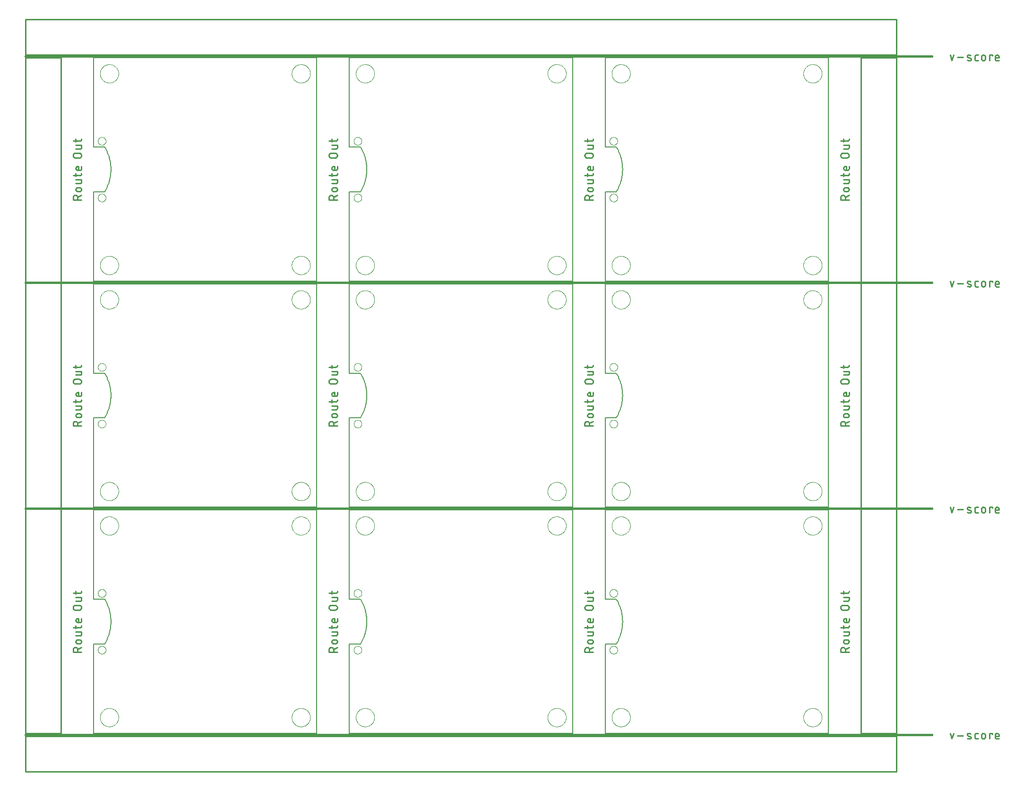
<source format=gko>
G75*
%MOIN*%
%OFA0B0*%
%FSLAX25Y25*%
%IPPOS*%
%LPD*%
%AMOC8*
5,1,8,0,0,1.08239X$1,22.5*
%
%ADD10C,0.00800*%
%ADD11C,0.00500*%
%ADD12C,0.01100*%
%ADD13C,0.01500*%
%ADD14C,0.01000*%
%ADD15C,0.00000*%
D10*
X0049750Y0028500D02*
X0207230Y0028500D01*
X0207230Y0185980D01*
X0049750Y0185980D01*
X0049750Y0122988D01*
X0049750Y0187980D02*
X0207230Y0187980D01*
X0207230Y0345461D01*
X0049750Y0345461D01*
X0049750Y0282468D01*
X0049750Y0347461D02*
X0207230Y0347461D01*
X0207230Y0504941D01*
X0049750Y0504941D01*
X0049750Y0441949D01*
X0230230Y0441949D02*
X0230230Y0504941D01*
X0387711Y0504941D01*
X0387711Y0347461D01*
X0230230Y0347461D01*
X0230230Y0345461D02*
X0230230Y0282468D01*
X0230230Y0345461D02*
X0387711Y0345461D01*
X0387711Y0187980D01*
X0230230Y0187980D01*
X0230230Y0185980D02*
X0230230Y0122988D01*
X0230230Y0185980D02*
X0387711Y0185980D01*
X0387711Y0028500D01*
X0230230Y0028500D01*
X0410711Y0028500D02*
X0568191Y0028500D01*
X0568191Y0185980D01*
X0410711Y0185980D01*
X0410711Y0122988D01*
X0410711Y0187980D02*
X0568191Y0187980D01*
X0568191Y0345461D01*
X0410711Y0345461D01*
X0410711Y0282468D01*
X0410711Y0347461D02*
X0568191Y0347461D01*
X0568191Y0504941D01*
X0410711Y0504941D01*
X0410711Y0441949D01*
D11*
X0418585Y0441949D01*
X0418958Y0441315D01*
X0419317Y0440672D01*
X0419659Y0440021D01*
X0419986Y0439362D01*
X0420296Y0438695D01*
X0420591Y0438021D01*
X0420868Y0437339D01*
X0421130Y0436652D01*
X0421374Y0435958D01*
X0421602Y0435258D01*
X0421813Y0434553D01*
X0422006Y0433843D01*
X0422183Y0433129D01*
X0422342Y0432411D01*
X0422483Y0431689D01*
X0422608Y0430964D01*
X0422714Y0430236D01*
X0422803Y0429505D01*
X0422874Y0428773D01*
X0422927Y0428039D01*
X0422963Y0427304D01*
X0422981Y0426569D01*
X0422981Y0425833D01*
X0422963Y0425098D01*
X0422927Y0424363D01*
X0422874Y0423629D01*
X0422803Y0422897D01*
X0422714Y0422166D01*
X0422608Y0421438D01*
X0422483Y0420713D01*
X0422342Y0419991D01*
X0422183Y0419273D01*
X0422006Y0418559D01*
X0421813Y0417849D01*
X0421602Y0417144D01*
X0421374Y0416444D01*
X0421130Y0415750D01*
X0420868Y0415063D01*
X0420591Y0414381D01*
X0420296Y0413707D01*
X0419986Y0413040D01*
X0419659Y0412381D01*
X0419317Y0411730D01*
X0418958Y0411087D01*
X0418585Y0410453D01*
X0410711Y0410453D01*
X0410711Y0347461D01*
X0410711Y0282468D02*
X0418585Y0282468D01*
X0418958Y0281834D01*
X0419317Y0281191D01*
X0419659Y0280540D01*
X0419986Y0279881D01*
X0420296Y0279214D01*
X0420591Y0278540D01*
X0420868Y0277858D01*
X0421130Y0277171D01*
X0421374Y0276477D01*
X0421602Y0275777D01*
X0421813Y0275072D01*
X0422006Y0274362D01*
X0422183Y0273648D01*
X0422342Y0272930D01*
X0422483Y0272208D01*
X0422608Y0271483D01*
X0422714Y0270755D01*
X0422803Y0270024D01*
X0422874Y0269292D01*
X0422927Y0268558D01*
X0422963Y0267823D01*
X0422981Y0267088D01*
X0422981Y0266352D01*
X0422963Y0265617D01*
X0422927Y0264882D01*
X0422874Y0264148D01*
X0422803Y0263416D01*
X0422714Y0262685D01*
X0422608Y0261957D01*
X0422483Y0261232D01*
X0422342Y0260510D01*
X0422183Y0259792D01*
X0422006Y0259078D01*
X0421813Y0258368D01*
X0421602Y0257663D01*
X0421374Y0256963D01*
X0421130Y0256269D01*
X0420868Y0255582D01*
X0420591Y0254900D01*
X0420296Y0254226D01*
X0419986Y0253559D01*
X0419659Y0252900D01*
X0419317Y0252249D01*
X0418958Y0251606D01*
X0418585Y0250972D01*
X0410711Y0250972D01*
X0410711Y0187980D01*
X0410711Y0122988D02*
X0418585Y0122988D01*
X0418958Y0122354D01*
X0419317Y0121711D01*
X0419659Y0121060D01*
X0419986Y0120401D01*
X0420296Y0119734D01*
X0420591Y0119060D01*
X0420868Y0118378D01*
X0421130Y0117691D01*
X0421374Y0116997D01*
X0421602Y0116297D01*
X0421813Y0115592D01*
X0422006Y0114882D01*
X0422183Y0114168D01*
X0422342Y0113450D01*
X0422483Y0112728D01*
X0422608Y0112003D01*
X0422714Y0111275D01*
X0422803Y0110544D01*
X0422874Y0109812D01*
X0422927Y0109078D01*
X0422963Y0108343D01*
X0422981Y0107608D01*
X0422981Y0106872D01*
X0422963Y0106137D01*
X0422927Y0105402D01*
X0422874Y0104668D01*
X0422803Y0103936D01*
X0422714Y0103205D01*
X0422608Y0102477D01*
X0422483Y0101752D01*
X0422342Y0101030D01*
X0422183Y0100312D01*
X0422006Y0099598D01*
X0421813Y0098888D01*
X0421602Y0098183D01*
X0421374Y0097483D01*
X0421130Y0096789D01*
X0420868Y0096102D01*
X0420591Y0095420D01*
X0420296Y0094746D01*
X0419986Y0094079D01*
X0419659Y0093420D01*
X0419317Y0092769D01*
X0418958Y0092126D01*
X0418585Y0091492D01*
X0410711Y0091492D01*
X0410711Y0028500D01*
X0238104Y0091492D02*
X0230230Y0091492D01*
X0230230Y0028500D01*
X0238104Y0091492D02*
X0238477Y0092126D01*
X0238836Y0092769D01*
X0239178Y0093420D01*
X0239505Y0094079D01*
X0239815Y0094746D01*
X0240110Y0095420D01*
X0240387Y0096102D01*
X0240649Y0096789D01*
X0240893Y0097483D01*
X0241121Y0098183D01*
X0241332Y0098888D01*
X0241525Y0099598D01*
X0241702Y0100312D01*
X0241861Y0101030D01*
X0242002Y0101752D01*
X0242127Y0102477D01*
X0242233Y0103205D01*
X0242322Y0103936D01*
X0242393Y0104668D01*
X0242446Y0105402D01*
X0242482Y0106137D01*
X0242500Y0106872D01*
X0242500Y0107608D01*
X0242482Y0108343D01*
X0242446Y0109078D01*
X0242393Y0109812D01*
X0242322Y0110544D01*
X0242233Y0111275D01*
X0242127Y0112003D01*
X0242002Y0112728D01*
X0241861Y0113450D01*
X0241702Y0114168D01*
X0241525Y0114882D01*
X0241332Y0115592D01*
X0241121Y0116297D01*
X0240893Y0116997D01*
X0240649Y0117691D01*
X0240387Y0118378D01*
X0240110Y0119060D01*
X0239815Y0119734D01*
X0239505Y0120401D01*
X0239178Y0121060D01*
X0238836Y0121711D01*
X0238477Y0122354D01*
X0238104Y0122988D01*
X0230230Y0122988D01*
X0230230Y0187980D02*
X0230230Y0250972D01*
X0238104Y0250972D01*
X0238477Y0251606D01*
X0238836Y0252249D01*
X0239178Y0252900D01*
X0239505Y0253559D01*
X0239815Y0254226D01*
X0240110Y0254900D01*
X0240387Y0255582D01*
X0240649Y0256269D01*
X0240893Y0256963D01*
X0241121Y0257663D01*
X0241332Y0258368D01*
X0241525Y0259078D01*
X0241702Y0259792D01*
X0241861Y0260510D01*
X0242002Y0261232D01*
X0242127Y0261957D01*
X0242233Y0262685D01*
X0242322Y0263416D01*
X0242393Y0264148D01*
X0242446Y0264882D01*
X0242482Y0265617D01*
X0242500Y0266352D01*
X0242500Y0267088D01*
X0242482Y0267823D01*
X0242446Y0268558D01*
X0242393Y0269292D01*
X0242322Y0270024D01*
X0242233Y0270755D01*
X0242127Y0271483D01*
X0242002Y0272208D01*
X0241861Y0272930D01*
X0241702Y0273648D01*
X0241525Y0274362D01*
X0241332Y0275072D01*
X0241121Y0275777D01*
X0240893Y0276477D01*
X0240649Y0277171D01*
X0240387Y0277858D01*
X0240110Y0278540D01*
X0239815Y0279214D01*
X0239505Y0279881D01*
X0239178Y0280540D01*
X0238836Y0281191D01*
X0238477Y0281834D01*
X0238104Y0282468D01*
X0230230Y0282468D01*
X0230230Y0347461D02*
X0230230Y0410453D01*
X0238104Y0410453D01*
X0238477Y0411087D01*
X0238836Y0411730D01*
X0239178Y0412381D01*
X0239505Y0413040D01*
X0239815Y0413707D01*
X0240110Y0414381D01*
X0240387Y0415063D01*
X0240649Y0415750D01*
X0240893Y0416444D01*
X0241121Y0417144D01*
X0241332Y0417849D01*
X0241525Y0418559D01*
X0241702Y0419273D01*
X0241861Y0419991D01*
X0242002Y0420713D01*
X0242127Y0421438D01*
X0242233Y0422166D01*
X0242322Y0422897D01*
X0242393Y0423629D01*
X0242446Y0424363D01*
X0242482Y0425098D01*
X0242500Y0425833D01*
X0242500Y0426569D01*
X0242482Y0427304D01*
X0242446Y0428039D01*
X0242393Y0428773D01*
X0242322Y0429505D01*
X0242233Y0430236D01*
X0242127Y0430964D01*
X0242002Y0431689D01*
X0241861Y0432411D01*
X0241702Y0433129D01*
X0241525Y0433843D01*
X0241332Y0434553D01*
X0241121Y0435258D01*
X0240893Y0435958D01*
X0240649Y0436652D01*
X0240387Y0437339D01*
X0240110Y0438021D01*
X0239815Y0438695D01*
X0239505Y0439362D01*
X0239178Y0440021D01*
X0238836Y0440672D01*
X0238477Y0441315D01*
X0238104Y0441949D01*
X0230230Y0441949D01*
X0057624Y0441949D02*
X0049750Y0441949D01*
X0057624Y0441949D02*
X0057997Y0441315D01*
X0058356Y0440672D01*
X0058698Y0440021D01*
X0059025Y0439362D01*
X0059335Y0438695D01*
X0059630Y0438021D01*
X0059907Y0437339D01*
X0060169Y0436652D01*
X0060413Y0435958D01*
X0060641Y0435258D01*
X0060852Y0434553D01*
X0061045Y0433843D01*
X0061222Y0433129D01*
X0061381Y0432411D01*
X0061522Y0431689D01*
X0061647Y0430964D01*
X0061753Y0430236D01*
X0061842Y0429505D01*
X0061913Y0428773D01*
X0061966Y0428039D01*
X0062002Y0427304D01*
X0062020Y0426569D01*
X0062020Y0425833D01*
X0062002Y0425098D01*
X0061966Y0424363D01*
X0061913Y0423629D01*
X0061842Y0422897D01*
X0061753Y0422166D01*
X0061647Y0421438D01*
X0061522Y0420713D01*
X0061381Y0419991D01*
X0061222Y0419273D01*
X0061045Y0418559D01*
X0060852Y0417849D01*
X0060641Y0417144D01*
X0060413Y0416444D01*
X0060169Y0415750D01*
X0059907Y0415063D01*
X0059630Y0414381D01*
X0059335Y0413707D01*
X0059025Y0413040D01*
X0058698Y0412381D01*
X0058356Y0411730D01*
X0057997Y0411087D01*
X0057624Y0410453D01*
X0049750Y0410453D01*
X0049750Y0347461D01*
X0049750Y0282468D02*
X0057624Y0282468D01*
X0057997Y0281834D01*
X0058356Y0281191D01*
X0058698Y0280540D01*
X0059025Y0279881D01*
X0059335Y0279214D01*
X0059630Y0278540D01*
X0059907Y0277858D01*
X0060169Y0277171D01*
X0060413Y0276477D01*
X0060641Y0275777D01*
X0060852Y0275072D01*
X0061045Y0274362D01*
X0061222Y0273648D01*
X0061381Y0272930D01*
X0061522Y0272208D01*
X0061647Y0271483D01*
X0061753Y0270755D01*
X0061842Y0270024D01*
X0061913Y0269292D01*
X0061966Y0268558D01*
X0062002Y0267823D01*
X0062020Y0267088D01*
X0062020Y0266352D01*
X0062002Y0265617D01*
X0061966Y0264882D01*
X0061913Y0264148D01*
X0061842Y0263416D01*
X0061753Y0262685D01*
X0061647Y0261957D01*
X0061522Y0261232D01*
X0061381Y0260510D01*
X0061222Y0259792D01*
X0061045Y0259078D01*
X0060852Y0258368D01*
X0060641Y0257663D01*
X0060413Y0256963D01*
X0060169Y0256269D01*
X0059907Y0255582D01*
X0059630Y0254900D01*
X0059335Y0254226D01*
X0059025Y0253559D01*
X0058698Y0252900D01*
X0058356Y0252249D01*
X0057997Y0251606D01*
X0057624Y0250972D01*
X0049750Y0250972D01*
X0049750Y0187980D01*
X0049750Y0122988D02*
X0057624Y0122988D01*
X0057997Y0122354D01*
X0058356Y0121711D01*
X0058698Y0121060D01*
X0059025Y0120401D01*
X0059335Y0119734D01*
X0059630Y0119060D01*
X0059907Y0118378D01*
X0060169Y0117691D01*
X0060413Y0116997D01*
X0060641Y0116297D01*
X0060852Y0115592D01*
X0061045Y0114882D01*
X0061222Y0114168D01*
X0061381Y0113450D01*
X0061522Y0112728D01*
X0061647Y0112003D01*
X0061753Y0111275D01*
X0061842Y0110544D01*
X0061913Y0109812D01*
X0061966Y0109078D01*
X0062002Y0108343D01*
X0062020Y0107608D01*
X0062020Y0106872D01*
X0062002Y0106137D01*
X0061966Y0105402D01*
X0061913Y0104668D01*
X0061842Y0103936D01*
X0061753Y0103205D01*
X0061647Y0102477D01*
X0061522Y0101752D01*
X0061381Y0101030D01*
X0061222Y0100312D01*
X0061045Y0099598D01*
X0060852Y0098888D01*
X0060641Y0098183D01*
X0060413Y0097483D01*
X0060169Y0096789D01*
X0059907Y0096102D01*
X0059630Y0095420D01*
X0059335Y0094746D01*
X0059025Y0094079D01*
X0058698Y0093420D01*
X0058356Y0092769D01*
X0057997Y0092126D01*
X0057624Y0091492D01*
X0049750Y0091492D01*
X0049750Y0028500D01*
D12*
X0041200Y0085785D02*
X0035300Y0085785D01*
X0035300Y0087424D01*
X0035302Y0087503D01*
X0035308Y0087582D01*
X0035317Y0087661D01*
X0035331Y0087739D01*
X0035348Y0087816D01*
X0035368Y0087893D01*
X0035393Y0087968D01*
X0035421Y0088042D01*
X0035453Y0088115D01*
X0035488Y0088186D01*
X0035526Y0088255D01*
X0035568Y0088322D01*
X0035613Y0088387D01*
X0035661Y0088450D01*
X0035712Y0088511D01*
X0035766Y0088569D01*
X0035823Y0088624D01*
X0035882Y0088677D01*
X0035944Y0088726D01*
X0036008Y0088773D01*
X0036074Y0088816D01*
X0036142Y0088856D01*
X0036213Y0088893D01*
X0036284Y0088927D01*
X0036358Y0088956D01*
X0036433Y0088983D01*
X0036508Y0089005D01*
X0036585Y0089024D01*
X0036663Y0089040D01*
X0036741Y0089051D01*
X0036820Y0089059D01*
X0036899Y0089063D01*
X0036979Y0089063D01*
X0037058Y0089059D01*
X0037137Y0089051D01*
X0037215Y0089040D01*
X0037293Y0089024D01*
X0037370Y0089005D01*
X0037445Y0088983D01*
X0037520Y0088956D01*
X0037594Y0088927D01*
X0037665Y0088893D01*
X0037736Y0088856D01*
X0037804Y0088816D01*
X0037870Y0088773D01*
X0037934Y0088726D01*
X0037996Y0088677D01*
X0038055Y0088624D01*
X0038112Y0088569D01*
X0038166Y0088511D01*
X0038217Y0088450D01*
X0038265Y0088387D01*
X0038310Y0088322D01*
X0038352Y0088255D01*
X0038390Y0088186D01*
X0038425Y0088115D01*
X0038457Y0088042D01*
X0038485Y0087968D01*
X0038510Y0087893D01*
X0038530Y0087816D01*
X0038547Y0087739D01*
X0038561Y0087661D01*
X0038570Y0087582D01*
X0038576Y0087503D01*
X0038578Y0087424D01*
X0038578Y0085785D01*
X0038578Y0087752D02*
X0041200Y0089063D01*
X0039889Y0091802D02*
X0038578Y0091802D01*
X0038507Y0091804D01*
X0038436Y0091810D01*
X0038366Y0091819D01*
X0038296Y0091833D01*
X0038227Y0091850D01*
X0038159Y0091871D01*
X0038093Y0091895D01*
X0038028Y0091923D01*
X0037964Y0091955D01*
X0037902Y0091990D01*
X0037842Y0092028D01*
X0037785Y0092069D01*
X0037729Y0092114D01*
X0037676Y0092161D01*
X0037626Y0092211D01*
X0037579Y0092264D01*
X0037534Y0092320D01*
X0037493Y0092377D01*
X0037455Y0092437D01*
X0037420Y0092499D01*
X0037388Y0092563D01*
X0037360Y0092628D01*
X0037336Y0092694D01*
X0037315Y0092762D01*
X0037298Y0092831D01*
X0037284Y0092901D01*
X0037275Y0092971D01*
X0037269Y0093042D01*
X0037267Y0093113D01*
X0037269Y0093184D01*
X0037275Y0093255D01*
X0037284Y0093325D01*
X0037298Y0093395D01*
X0037315Y0093464D01*
X0037336Y0093532D01*
X0037360Y0093598D01*
X0037388Y0093663D01*
X0037420Y0093727D01*
X0037455Y0093789D01*
X0037493Y0093849D01*
X0037534Y0093906D01*
X0037579Y0093962D01*
X0037626Y0094015D01*
X0037676Y0094065D01*
X0037729Y0094112D01*
X0037785Y0094157D01*
X0037842Y0094198D01*
X0037902Y0094236D01*
X0037964Y0094271D01*
X0038028Y0094303D01*
X0038093Y0094331D01*
X0038159Y0094355D01*
X0038227Y0094376D01*
X0038296Y0094393D01*
X0038366Y0094407D01*
X0038436Y0094416D01*
X0038507Y0094422D01*
X0038578Y0094424D01*
X0039889Y0094424D01*
X0039960Y0094422D01*
X0040031Y0094416D01*
X0040101Y0094407D01*
X0040171Y0094393D01*
X0040240Y0094376D01*
X0040308Y0094355D01*
X0040374Y0094331D01*
X0040439Y0094303D01*
X0040503Y0094271D01*
X0040565Y0094236D01*
X0040625Y0094198D01*
X0040682Y0094157D01*
X0040738Y0094112D01*
X0040791Y0094065D01*
X0040841Y0094015D01*
X0040888Y0093962D01*
X0040933Y0093906D01*
X0040974Y0093849D01*
X0041012Y0093789D01*
X0041047Y0093727D01*
X0041079Y0093663D01*
X0041107Y0093598D01*
X0041131Y0093532D01*
X0041152Y0093464D01*
X0041169Y0093395D01*
X0041183Y0093325D01*
X0041192Y0093255D01*
X0041198Y0093184D01*
X0041200Y0093113D01*
X0041198Y0093042D01*
X0041192Y0092971D01*
X0041183Y0092901D01*
X0041169Y0092831D01*
X0041152Y0092762D01*
X0041131Y0092694D01*
X0041107Y0092628D01*
X0041079Y0092563D01*
X0041047Y0092499D01*
X0041012Y0092437D01*
X0040974Y0092377D01*
X0040933Y0092320D01*
X0040888Y0092264D01*
X0040841Y0092211D01*
X0040791Y0092161D01*
X0040738Y0092114D01*
X0040682Y0092069D01*
X0040625Y0092028D01*
X0040565Y0091990D01*
X0040503Y0091955D01*
X0040439Y0091923D01*
X0040374Y0091895D01*
X0040308Y0091871D01*
X0040240Y0091850D01*
X0040171Y0091833D01*
X0040101Y0091819D01*
X0040031Y0091810D01*
X0039960Y0091804D01*
X0039889Y0091802D01*
X0040217Y0097341D02*
X0037267Y0097341D01*
X0037267Y0099963D02*
X0041200Y0099963D01*
X0041200Y0098324D01*
X0041198Y0098262D01*
X0041192Y0098201D01*
X0041183Y0098140D01*
X0041169Y0098080D01*
X0041152Y0098020D01*
X0041131Y0097962D01*
X0041106Y0097905D01*
X0041078Y0097850D01*
X0041047Y0097797D01*
X0041012Y0097746D01*
X0040974Y0097697D01*
X0040934Y0097651D01*
X0040890Y0097607D01*
X0040844Y0097567D01*
X0040795Y0097529D01*
X0040744Y0097494D01*
X0040691Y0097463D01*
X0040636Y0097435D01*
X0040579Y0097410D01*
X0040521Y0097389D01*
X0040461Y0097372D01*
X0040401Y0097358D01*
X0040340Y0097349D01*
X0040279Y0097343D01*
X0040217Y0097341D01*
X0040217Y0102973D02*
X0035300Y0102973D01*
X0037267Y0102318D02*
X0037267Y0104284D01*
X0038578Y0106777D02*
X0040217Y0106777D01*
X0040279Y0106779D01*
X0040340Y0106785D01*
X0040401Y0106794D01*
X0040461Y0106808D01*
X0040521Y0106825D01*
X0040579Y0106846D01*
X0040636Y0106871D01*
X0040691Y0106899D01*
X0040744Y0106930D01*
X0040795Y0106965D01*
X0040844Y0107003D01*
X0040890Y0107043D01*
X0040934Y0107087D01*
X0040974Y0107133D01*
X0041012Y0107182D01*
X0041047Y0107233D01*
X0041078Y0107286D01*
X0041106Y0107341D01*
X0041131Y0107398D01*
X0041152Y0107456D01*
X0041169Y0107516D01*
X0041183Y0107576D01*
X0041192Y0107637D01*
X0041198Y0107698D01*
X0041200Y0107760D01*
X0041200Y0109399D01*
X0039233Y0109399D02*
X0039233Y0106777D01*
X0038578Y0106777D02*
X0038507Y0106779D01*
X0038436Y0106785D01*
X0038366Y0106794D01*
X0038296Y0106808D01*
X0038227Y0106825D01*
X0038159Y0106846D01*
X0038093Y0106870D01*
X0038028Y0106898D01*
X0037964Y0106930D01*
X0037902Y0106965D01*
X0037842Y0107003D01*
X0037785Y0107044D01*
X0037729Y0107089D01*
X0037676Y0107136D01*
X0037626Y0107186D01*
X0037579Y0107239D01*
X0037534Y0107295D01*
X0037493Y0107352D01*
X0037455Y0107412D01*
X0037420Y0107474D01*
X0037388Y0107538D01*
X0037360Y0107603D01*
X0037336Y0107669D01*
X0037315Y0107737D01*
X0037298Y0107806D01*
X0037284Y0107876D01*
X0037275Y0107946D01*
X0037269Y0108017D01*
X0037267Y0108088D01*
X0037269Y0108159D01*
X0037275Y0108230D01*
X0037284Y0108300D01*
X0037298Y0108370D01*
X0037315Y0108439D01*
X0037336Y0108507D01*
X0037360Y0108573D01*
X0037388Y0108638D01*
X0037420Y0108702D01*
X0037455Y0108764D01*
X0037493Y0108824D01*
X0037534Y0108881D01*
X0037579Y0108937D01*
X0037626Y0108990D01*
X0037676Y0109040D01*
X0037729Y0109087D01*
X0037785Y0109132D01*
X0037842Y0109173D01*
X0037902Y0109211D01*
X0037964Y0109246D01*
X0038028Y0109278D01*
X0038093Y0109306D01*
X0038159Y0109330D01*
X0038227Y0109351D01*
X0038296Y0109368D01*
X0038366Y0109382D01*
X0038436Y0109391D01*
X0038507Y0109397D01*
X0038578Y0109399D01*
X0039233Y0109399D01*
X0041200Y0104284D02*
X0041200Y0103957D01*
X0041198Y0103895D01*
X0041192Y0103834D01*
X0041183Y0103773D01*
X0041169Y0103713D01*
X0041152Y0103653D01*
X0041131Y0103595D01*
X0041106Y0103538D01*
X0041078Y0103483D01*
X0041047Y0103430D01*
X0041012Y0103379D01*
X0040974Y0103330D01*
X0040934Y0103284D01*
X0040890Y0103240D01*
X0040844Y0103200D01*
X0040795Y0103162D01*
X0040744Y0103127D01*
X0040691Y0103096D01*
X0040636Y0103068D01*
X0040579Y0103043D01*
X0040521Y0103022D01*
X0040461Y0103005D01*
X0040401Y0102991D01*
X0040340Y0102982D01*
X0040279Y0102976D01*
X0040217Y0102974D01*
X0039561Y0115475D02*
X0036939Y0115475D01*
X0036860Y0115477D01*
X0036781Y0115483D01*
X0036702Y0115492D01*
X0036624Y0115506D01*
X0036547Y0115523D01*
X0036470Y0115543D01*
X0036395Y0115568D01*
X0036321Y0115596D01*
X0036248Y0115628D01*
X0036177Y0115663D01*
X0036108Y0115701D01*
X0036041Y0115743D01*
X0035976Y0115788D01*
X0035913Y0115836D01*
X0035852Y0115887D01*
X0035794Y0115941D01*
X0035739Y0115998D01*
X0035686Y0116057D01*
X0035637Y0116119D01*
X0035590Y0116183D01*
X0035547Y0116249D01*
X0035507Y0116317D01*
X0035470Y0116388D01*
X0035436Y0116459D01*
X0035407Y0116533D01*
X0035380Y0116608D01*
X0035358Y0116683D01*
X0035339Y0116760D01*
X0035323Y0116838D01*
X0035312Y0116916D01*
X0035304Y0116995D01*
X0035300Y0117074D01*
X0035300Y0117154D01*
X0035304Y0117233D01*
X0035312Y0117312D01*
X0035323Y0117390D01*
X0035339Y0117468D01*
X0035358Y0117545D01*
X0035380Y0117620D01*
X0035407Y0117695D01*
X0035436Y0117769D01*
X0035470Y0117840D01*
X0035507Y0117911D01*
X0035547Y0117979D01*
X0035590Y0118045D01*
X0035637Y0118109D01*
X0035686Y0118171D01*
X0035739Y0118230D01*
X0035794Y0118287D01*
X0035852Y0118341D01*
X0035913Y0118392D01*
X0035976Y0118440D01*
X0036041Y0118485D01*
X0036108Y0118527D01*
X0036177Y0118565D01*
X0036248Y0118600D01*
X0036321Y0118632D01*
X0036395Y0118660D01*
X0036470Y0118685D01*
X0036547Y0118705D01*
X0036624Y0118722D01*
X0036702Y0118736D01*
X0036781Y0118745D01*
X0036860Y0118751D01*
X0036939Y0118753D01*
X0039561Y0118753D01*
X0039640Y0118751D01*
X0039719Y0118745D01*
X0039798Y0118736D01*
X0039876Y0118722D01*
X0039953Y0118705D01*
X0040030Y0118685D01*
X0040105Y0118660D01*
X0040179Y0118632D01*
X0040252Y0118600D01*
X0040323Y0118565D01*
X0040392Y0118527D01*
X0040459Y0118485D01*
X0040524Y0118440D01*
X0040587Y0118392D01*
X0040648Y0118341D01*
X0040706Y0118287D01*
X0040761Y0118230D01*
X0040814Y0118171D01*
X0040863Y0118109D01*
X0040910Y0118045D01*
X0040953Y0117979D01*
X0040993Y0117911D01*
X0041030Y0117840D01*
X0041064Y0117769D01*
X0041093Y0117695D01*
X0041120Y0117620D01*
X0041142Y0117545D01*
X0041161Y0117468D01*
X0041177Y0117390D01*
X0041188Y0117312D01*
X0041196Y0117233D01*
X0041200Y0117154D01*
X0041200Y0117074D01*
X0041196Y0116995D01*
X0041188Y0116916D01*
X0041177Y0116838D01*
X0041161Y0116760D01*
X0041142Y0116683D01*
X0041120Y0116608D01*
X0041093Y0116533D01*
X0041064Y0116459D01*
X0041030Y0116388D01*
X0040993Y0116317D01*
X0040953Y0116249D01*
X0040910Y0116183D01*
X0040863Y0116119D01*
X0040814Y0116057D01*
X0040761Y0115998D01*
X0040706Y0115941D01*
X0040648Y0115887D01*
X0040587Y0115836D01*
X0040524Y0115788D01*
X0040459Y0115743D01*
X0040392Y0115701D01*
X0040323Y0115663D01*
X0040252Y0115628D01*
X0040179Y0115596D01*
X0040105Y0115568D01*
X0040030Y0115543D01*
X0039953Y0115523D01*
X0039876Y0115506D01*
X0039798Y0115492D01*
X0039719Y0115483D01*
X0039640Y0115477D01*
X0039561Y0115475D01*
X0040217Y0121752D02*
X0037267Y0121752D01*
X0037267Y0124374D02*
X0041200Y0124374D01*
X0041200Y0122735D01*
X0041198Y0122673D01*
X0041192Y0122612D01*
X0041183Y0122551D01*
X0041169Y0122491D01*
X0041152Y0122431D01*
X0041131Y0122373D01*
X0041106Y0122316D01*
X0041078Y0122261D01*
X0041047Y0122208D01*
X0041012Y0122157D01*
X0040974Y0122108D01*
X0040934Y0122062D01*
X0040890Y0122018D01*
X0040844Y0121978D01*
X0040795Y0121940D01*
X0040744Y0121905D01*
X0040691Y0121874D01*
X0040636Y0121846D01*
X0040579Y0121821D01*
X0040521Y0121800D01*
X0040461Y0121783D01*
X0040401Y0121769D01*
X0040340Y0121760D01*
X0040279Y0121754D01*
X0040217Y0121752D01*
X0040217Y0127384D02*
X0035300Y0127384D01*
X0037267Y0126729D02*
X0037267Y0128695D01*
X0040217Y0127385D02*
X0040279Y0127387D01*
X0040340Y0127393D01*
X0040401Y0127402D01*
X0040461Y0127416D01*
X0040521Y0127433D01*
X0040579Y0127454D01*
X0040636Y0127479D01*
X0040691Y0127507D01*
X0040744Y0127538D01*
X0040795Y0127573D01*
X0040844Y0127611D01*
X0040890Y0127651D01*
X0040934Y0127695D01*
X0040974Y0127741D01*
X0041012Y0127790D01*
X0041047Y0127841D01*
X0041078Y0127894D01*
X0041106Y0127949D01*
X0041131Y0128006D01*
X0041152Y0128064D01*
X0041169Y0128124D01*
X0041183Y0128184D01*
X0041192Y0128245D01*
X0041198Y0128306D01*
X0041200Y0128368D01*
X0041200Y0128695D01*
X0041200Y0245265D02*
X0035300Y0245265D01*
X0035300Y0246904D01*
X0035302Y0246983D01*
X0035308Y0247062D01*
X0035317Y0247141D01*
X0035331Y0247219D01*
X0035348Y0247296D01*
X0035368Y0247373D01*
X0035393Y0247448D01*
X0035421Y0247522D01*
X0035453Y0247595D01*
X0035488Y0247666D01*
X0035526Y0247735D01*
X0035568Y0247802D01*
X0035613Y0247867D01*
X0035661Y0247930D01*
X0035712Y0247991D01*
X0035766Y0248049D01*
X0035823Y0248104D01*
X0035882Y0248157D01*
X0035944Y0248206D01*
X0036008Y0248253D01*
X0036074Y0248296D01*
X0036142Y0248336D01*
X0036213Y0248373D01*
X0036284Y0248407D01*
X0036358Y0248436D01*
X0036433Y0248463D01*
X0036508Y0248485D01*
X0036585Y0248504D01*
X0036663Y0248520D01*
X0036741Y0248531D01*
X0036820Y0248539D01*
X0036899Y0248543D01*
X0036979Y0248543D01*
X0037058Y0248539D01*
X0037137Y0248531D01*
X0037215Y0248520D01*
X0037293Y0248504D01*
X0037370Y0248485D01*
X0037445Y0248463D01*
X0037520Y0248436D01*
X0037594Y0248407D01*
X0037665Y0248373D01*
X0037736Y0248336D01*
X0037804Y0248296D01*
X0037870Y0248253D01*
X0037934Y0248206D01*
X0037996Y0248157D01*
X0038055Y0248104D01*
X0038112Y0248049D01*
X0038166Y0247991D01*
X0038217Y0247930D01*
X0038265Y0247867D01*
X0038310Y0247802D01*
X0038352Y0247735D01*
X0038390Y0247666D01*
X0038425Y0247595D01*
X0038457Y0247522D01*
X0038485Y0247448D01*
X0038510Y0247373D01*
X0038530Y0247296D01*
X0038547Y0247219D01*
X0038561Y0247141D01*
X0038570Y0247062D01*
X0038576Y0246983D01*
X0038578Y0246904D01*
X0038578Y0245265D01*
X0038578Y0247232D02*
X0041200Y0248543D01*
X0039889Y0251283D02*
X0038578Y0251283D01*
X0038507Y0251285D01*
X0038436Y0251291D01*
X0038366Y0251300D01*
X0038296Y0251314D01*
X0038227Y0251331D01*
X0038159Y0251352D01*
X0038093Y0251376D01*
X0038028Y0251404D01*
X0037964Y0251436D01*
X0037902Y0251471D01*
X0037842Y0251509D01*
X0037785Y0251550D01*
X0037729Y0251595D01*
X0037676Y0251642D01*
X0037626Y0251692D01*
X0037579Y0251745D01*
X0037534Y0251801D01*
X0037493Y0251858D01*
X0037455Y0251918D01*
X0037420Y0251980D01*
X0037388Y0252044D01*
X0037360Y0252109D01*
X0037336Y0252175D01*
X0037315Y0252243D01*
X0037298Y0252312D01*
X0037284Y0252382D01*
X0037275Y0252452D01*
X0037269Y0252523D01*
X0037267Y0252594D01*
X0037269Y0252665D01*
X0037275Y0252736D01*
X0037284Y0252806D01*
X0037298Y0252876D01*
X0037315Y0252945D01*
X0037336Y0253013D01*
X0037360Y0253079D01*
X0037388Y0253144D01*
X0037420Y0253208D01*
X0037455Y0253270D01*
X0037493Y0253330D01*
X0037534Y0253387D01*
X0037579Y0253443D01*
X0037626Y0253496D01*
X0037676Y0253546D01*
X0037729Y0253593D01*
X0037785Y0253638D01*
X0037842Y0253679D01*
X0037902Y0253717D01*
X0037964Y0253752D01*
X0038028Y0253784D01*
X0038093Y0253812D01*
X0038159Y0253836D01*
X0038227Y0253857D01*
X0038296Y0253874D01*
X0038366Y0253888D01*
X0038436Y0253897D01*
X0038507Y0253903D01*
X0038578Y0253905D01*
X0039889Y0253905D01*
X0039960Y0253903D01*
X0040031Y0253897D01*
X0040101Y0253888D01*
X0040171Y0253874D01*
X0040240Y0253857D01*
X0040308Y0253836D01*
X0040374Y0253812D01*
X0040439Y0253784D01*
X0040503Y0253752D01*
X0040565Y0253717D01*
X0040625Y0253679D01*
X0040682Y0253638D01*
X0040738Y0253593D01*
X0040791Y0253546D01*
X0040841Y0253496D01*
X0040888Y0253443D01*
X0040933Y0253387D01*
X0040974Y0253330D01*
X0041012Y0253270D01*
X0041047Y0253208D01*
X0041079Y0253144D01*
X0041107Y0253079D01*
X0041131Y0253013D01*
X0041152Y0252945D01*
X0041169Y0252876D01*
X0041183Y0252806D01*
X0041192Y0252736D01*
X0041198Y0252665D01*
X0041200Y0252594D01*
X0041198Y0252523D01*
X0041192Y0252452D01*
X0041183Y0252382D01*
X0041169Y0252312D01*
X0041152Y0252243D01*
X0041131Y0252175D01*
X0041107Y0252109D01*
X0041079Y0252044D01*
X0041047Y0251980D01*
X0041012Y0251918D01*
X0040974Y0251858D01*
X0040933Y0251801D01*
X0040888Y0251745D01*
X0040841Y0251692D01*
X0040791Y0251642D01*
X0040738Y0251595D01*
X0040682Y0251550D01*
X0040625Y0251509D01*
X0040565Y0251471D01*
X0040503Y0251436D01*
X0040439Y0251404D01*
X0040374Y0251376D01*
X0040308Y0251352D01*
X0040240Y0251331D01*
X0040171Y0251314D01*
X0040101Y0251300D01*
X0040031Y0251291D01*
X0039960Y0251285D01*
X0039889Y0251283D01*
X0040217Y0256821D02*
X0037267Y0256821D01*
X0037267Y0259443D02*
X0041200Y0259443D01*
X0041200Y0257804D01*
X0041198Y0257742D01*
X0041192Y0257681D01*
X0041183Y0257620D01*
X0041169Y0257560D01*
X0041152Y0257500D01*
X0041131Y0257442D01*
X0041106Y0257385D01*
X0041078Y0257330D01*
X0041047Y0257277D01*
X0041012Y0257226D01*
X0040974Y0257177D01*
X0040934Y0257131D01*
X0040890Y0257087D01*
X0040844Y0257047D01*
X0040795Y0257009D01*
X0040744Y0256974D01*
X0040691Y0256943D01*
X0040636Y0256915D01*
X0040579Y0256890D01*
X0040521Y0256869D01*
X0040461Y0256852D01*
X0040401Y0256838D01*
X0040340Y0256829D01*
X0040279Y0256823D01*
X0040217Y0256821D01*
X0040217Y0262454D02*
X0035300Y0262454D01*
X0037267Y0261798D02*
X0037267Y0263765D01*
X0038578Y0266257D02*
X0040217Y0266257D01*
X0040217Y0266258D02*
X0040279Y0266260D01*
X0040340Y0266266D01*
X0040401Y0266275D01*
X0040461Y0266289D01*
X0040521Y0266306D01*
X0040579Y0266327D01*
X0040636Y0266352D01*
X0040691Y0266380D01*
X0040744Y0266411D01*
X0040795Y0266446D01*
X0040844Y0266484D01*
X0040890Y0266524D01*
X0040934Y0266568D01*
X0040974Y0266614D01*
X0041012Y0266663D01*
X0041047Y0266714D01*
X0041078Y0266767D01*
X0041106Y0266822D01*
X0041131Y0266879D01*
X0041152Y0266937D01*
X0041169Y0266997D01*
X0041183Y0267057D01*
X0041192Y0267118D01*
X0041198Y0267179D01*
X0041200Y0267241D01*
X0041200Y0268880D01*
X0039233Y0268880D02*
X0039233Y0266257D01*
X0038578Y0266257D02*
X0038507Y0266259D01*
X0038436Y0266265D01*
X0038366Y0266274D01*
X0038296Y0266288D01*
X0038227Y0266305D01*
X0038159Y0266326D01*
X0038093Y0266350D01*
X0038028Y0266378D01*
X0037964Y0266410D01*
X0037902Y0266445D01*
X0037842Y0266483D01*
X0037785Y0266524D01*
X0037729Y0266569D01*
X0037676Y0266616D01*
X0037626Y0266666D01*
X0037579Y0266719D01*
X0037534Y0266775D01*
X0037493Y0266832D01*
X0037455Y0266892D01*
X0037420Y0266954D01*
X0037388Y0267018D01*
X0037360Y0267083D01*
X0037336Y0267149D01*
X0037315Y0267217D01*
X0037298Y0267286D01*
X0037284Y0267356D01*
X0037275Y0267426D01*
X0037269Y0267497D01*
X0037267Y0267568D01*
X0037269Y0267639D01*
X0037275Y0267710D01*
X0037284Y0267780D01*
X0037298Y0267850D01*
X0037315Y0267919D01*
X0037336Y0267987D01*
X0037360Y0268053D01*
X0037388Y0268118D01*
X0037420Y0268182D01*
X0037455Y0268244D01*
X0037493Y0268304D01*
X0037534Y0268361D01*
X0037579Y0268417D01*
X0037626Y0268470D01*
X0037676Y0268520D01*
X0037729Y0268567D01*
X0037785Y0268612D01*
X0037842Y0268653D01*
X0037902Y0268691D01*
X0037964Y0268726D01*
X0038028Y0268758D01*
X0038093Y0268786D01*
X0038159Y0268810D01*
X0038227Y0268831D01*
X0038296Y0268848D01*
X0038366Y0268862D01*
X0038436Y0268871D01*
X0038507Y0268877D01*
X0038578Y0268879D01*
X0038578Y0268880D02*
X0039233Y0268880D01*
X0041200Y0263765D02*
X0041200Y0263437D01*
X0041198Y0263375D01*
X0041192Y0263314D01*
X0041183Y0263253D01*
X0041169Y0263193D01*
X0041152Y0263133D01*
X0041131Y0263075D01*
X0041106Y0263018D01*
X0041078Y0262963D01*
X0041047Y0262910D01*
X0041012Y0262859D01*
X0040974Y0262810D01*
X0040934Y0262764D01*
X0040890Y0262720D01*
X0040844Y0262680D01*
X0040795Y0262642D01*
X0040744Y0262607D01*
X0040691Y0262576D01*
X0040636Y0262548D01*
X0040579Y0262523D01*
X0040521Y0262502D01*
X0040461Y0262485D01*
X0040401Y0262471D01*
X0040340Y0262462D01*
X0040279Y0262456D01*
X0040217Y0262454D01*
X0039561Y0274955D02*
X0036939Y0274955D01*
X0036860Y0274957D01*
X0036781Y0274963D01*
X0036702Y0274972D01*
X0036624Y0274986D01*
X0036547Y0275003D01*
X0036470Y0275023D01*
X0036395Y0275048D01*
X0036321Y0275076D01*
X0036248Y0275108D01*
X0036177Y0275143D01*
X0036108Y0275181D01*
X0036041Y0275223D01*
X0035976Y0275268D01*
X0035913Y0275316D01*
X0035852Y0275367D01*
X0035794Y0275421D01*
X0035739Y0275478D01*
X0035686Y0275537D01*
X0035637Y0275599D01*
X0035590Y0275663D01*
X0035547Y0275729D01*
X0035507Y0275797D01*
X0035470Y0275868D01*
X0035436Y0275939D01*
X0035407Y0276013D01*
X0035380Y0276088D01*
X0035358Y0276163D01*
X0035339Y0276240D01*
X0035323Y0276318D01*
X0035312Y0276396D01*
X0035304Y0276475D01*
X0035300Y0276554D01*
X0035300Y0276634D01*
X0035304Y0276713D01*
X0035312Y0276792D01*
X0035323Y0276870D01*
X0035339Y0276948D01*
X0035358Y0277025D01*
X0035380Y0277100D01*
X0035407Y0277175D01*
X0035436Y0277249D01*
X0035470Y0277320D01*
X0035507Y0277391D01*
X0035547Y0277459D01*
X0035590Y0277525D01*
X0035637Y0277589D01*
X0035686Y0277651D01*
X0035739Y0277710D01*
X0035794Y0277767D01*
X0035852Y0277821D01*
X0035913Y0277872D01*
X0035976Y0277920D01*
X0036041Y0277965D01*
X0036108Y0278007D01*
X0036177Y0278045D01*
X0036248Y0278080D01*
X0036321Y0278112D01*
X0036395Y0278140D01*
X0036470Y0278165D01*
X0036547Y0278185D01*
X0036624Y0278202D01*
X0036702Y0278216D01*
X0036781Y0278225D01*
X0036860Y0278231D01*
X0036939Y0278233D01*
X0039561Y0278233D01*
X0039640Y0278231D01*
X0039719Y0278225D01*
X0039798Y0278216D01*
X0039876Y0278202D01*
X0039953Y0278185D01*
X0040030Y0278165D01*
X0040105Y0278140D01*
X0040179Y0278112D01*
X0040252Y0278080D01*
X0040323Y0278045D01*
X0040392Y0278007D01*
X0040459Y0277965D01*
X0040524Y0277920D01*
X0040587Y0277872D01*
X0040648Y0277821D01*
X0040706Y0277767D01*
X0040761Y0277710D01*
X0040814Y0277651D01*
X0040863Y0277589D01*
X0040910Y0277525D01*
X0040953Y0277459D01*
X0040993Y0277391D01*
X0041030Y0277320D01*
X0041064Y0277249D01*
X0041093Y0277175D01*
X0041120Y0277100D01*
X0041142Y0277025D01*
X0041161Y0276948D01*
X0041177Y0276870D01*
X0041188Y0276792D01*
X0041196Y0276713D01*
X0041200Y0276634D01*
X0041200Y0276554D01*
X0041196Y0276475D01*
X0041188Y0276396D01*
X0041177Y0276318D01*
X0041161Y0276240D01*
X0041142Y0276163D01*
X0041120Y0276088D01*
X0041093Y0276013D01*
X0041064Y0275939D01*
X0041030Y0275868D01*
X0040993Y0275797D01*
X0040953Y0275729D01*
X0040910Y0275663D01*
X0040863Y0275599D01*
X0040814Y0275537D01*
X0040761Y0275478D01*
X0040706Y0275421D01*
X0040648Y0275367D01*
X0040587Y0275316D01*
X0040524Y0275268D01*
X0040459Y0275223D01*
X0040392Y0275181D01*
X0040323Y0275143D01*
X0040252Y0275108D01*
X0040179Y0275076D01*
X0040105Y0275048D01*
X0040030Y0275023D01*
X0039953Y0275003D01*
X0039876Y0274986D01*
X0039798Y0274972D01*
X0039719Y0274963D01*
X0039640Y0274957D01*
X0039561Y0274955D01*
X0040217Y0281232D02*
X0037267Y0281232D01*
X0037267Y0283854D02*
X0041200Y0283854D01*
X0041200Y0282215D01*
X0041198Y0282153D01*
X0041192Y0282092D01*
X0041183Y0282031D01*
X0041169Y0281971D01*
X0041152Y0281911D01*
X0041131Y0281853D01*
X0041106Y0281796D01*
X0041078Y0281741D01*
X0041047Y0281688D01*
X0041012Y0281637D01*
X0040974Y0281588D01*
X0040934Y0281542D01*
X0040890Y0281498D01*
X0040844Y0281458D01*
X0040795Y0281420D01*
X0040744Y0281385D01*
X0040691Y0281354D01*
X0040636Y0281326D01*
X0040579Y0281301D01*
X0040521Y0281280D01*
X0040461Y0281263D01*
X0040401Y0281249D01*
X0040340Y0281240D01*
X0040279Y0281234D01*
X0040217Y0281232D01*
X0040217Y0286865D02*
X0035300Y0286865D01*
X0037267Y0286209D02*
X0037267Y0288176D01*
X0040217Y0286865D02*
X0040279Y0286867D01*
X0040340Y0286873D01*
X0040401Y0286882D01*
X0040461Y0286896D01*
X0040521Y0286913D01*
X0040579Y0286934D01*
X0040636Y0286959D01*
X0040691Y0286987D01*
X0040744Y0287018D01*
X0040795Y0287053D01*
X0040844Y0287091D01*
X0040890Y0287131D01*
X0040934Y0287175D01*
X0040974Y0287221D01*
X0041012Y0287270D01*
X0041047Y0287321D01*
X0041078Y0287374D01*
X0041106Y0287429D01*
X0041131Y0287486D01*
X0041152Y0287544D01*
X0041169Y0287604D01*
X0041183Y0287664D01*
X0041192Y0287725D01*
X0041198Y0287786D01*
X0041200Y0287848D01*
X0041200Y0288176D01*
X0041200Y0404746D02*
X0035300Y0404746D01*
X0035300Y0406385D01*
X0035302Y0406464D01*
X0035308Y0406543D01*
X0035317Y0406622D01*
X0035331Y0406700D01*
X0035348Y0406777D01*
X0035368Y0406854D01*
X0035393Y0406929D01*
X0035421Y0407003D01*
X0035453Y0407076D01*
X0035488Y0407147D01*
X0035526Y0407216D01*
X0035568Y0407283D01*
X0035613Y0407348D01*
X0035661Y0407411D01*
X0035712Y0407472D01*
X0035766Y0407530D01*
X0035823Y0407585D01*
X0035882Y0407638D01*
X0035944Y0407687D01*
X0036008Y0407734D01*
X0036074Y0407777D01*
X0036142Y0407817D01*
X0036213Y0407854D01*
X0036284Y0407888D01*
X0036358Y0407917D01*
X0036433Y0407944D01*
X0036508Y0407966D01*
X0036585Y0407985D01*
X0036663Y0408001D01*
X0036741Y0408012D01*
X0036820Y0408020D01*
X0036899Y0408024D01*
X0036979Y0408024D01*
X0037058Y0408020D01*
X0037137Y0408012D01*
X0037215Y0408001D01*
X0037293Y0407985D01*
X0037370Y0407966D01*
X0037445Y0407944D01*
X0037520Y0407917D01*
X0037594Y0407888D01*
X0037665Y0407854D01*
X0037736Y0407817D01*
X0037804Y0407777D01*
X0037870Y0407734D01*
X0037934Y0407687D01*
X0037996Y0407638D01*
X0038055Y0407585D01*
X0038112Y0407530D01*
X0038166Y0407472D01*
X0038217Y0407411D01*
X0038265Y0407348D01*
X0038310Y0407283D01*
X0038352Y0407216D01*
X0038390Y0407147D01*
X0038425Y0407076D01*
X0038457Y0407003D01*
X0038485Y0406929D01*
X0038510Y0406854D01*
X0038530Y0406777D01*
X0038547Y0406700D01*
X0038561Y0406622D01*
X0038570Y0406543D01*
X0038576Y0406464D01*
X0038578Y0406385D01*
X0038578Y0404746D01*
X0038578Y0406712D02*
X0041200Y0408023D01*
X0039889Y0410763D02*
X0038578Y0410763D01*
X0038507Y0410765D01*
X0038436Y0410771D01*
X0038366Y0410780D01*
X0038296Y0410794D01*
X0038227Y0410811D01*
X0038159Y0410832D01*
X0038093Y0410856D01*
X0038028Y0410884D01*
X0037964Y0410916D01*
X0037902Y0410951D01*
X0037842Y0410989D01*
X0037785Y0411030D01*
X0037729Y0411075D01*
X0037676Y0411122D01*
X0037626Y0411172D01*
X0037579Y0411225D01*
X0037534Y0411281D01*
X0037493Y0411338D01*
X0037455Y0411398D01*
X0037420Y0411460D01*
X0037388Y0411524D01*
X0037360Y0411589D01*
X0037336Y0411655D01*
X0037315Y0411723D01*
X0037298Y0411792D01*
X0037284Y0411862D01*
X0037275Y0411932D01*
X0037269Y0412003D01*
X0037267Y0412074D01*
X0037269Y0412145D01*
X0037275Y0412216D01*
X0037284Y0412286D01*
X0037298Y0412356D01*
X0037315Y0412425D01*
X0037336Y0412493D01*
X0037360Y0412559D01*
X0037388Y0412624D01*
X0037420Y0412688D01*
X0037455Y0412750D01*
X0037493Y0412810D01*
X0037534Y0412867D01*
X0037579Y0412923D01*
X0037626Y0412976D01*
X0037676Y0413026D01*
X0037729Y0413073D01*
X0037785Y0413118D01*
X0037842Y0413159D01*
X0037902Y0413197D01*
X0037964Y0413232D01*
X0038028Y0413264D01*
X0038093Y0413292D01*
X0038159Y0413316D01*
X0038227Y0413337D01*
X0038296Y0413354D01*
X0038366Y0413368D01*
X0038436Y0413377D01*
X0038507Y0413383D01*
X0038578Y0413385D01*
X0039889Y0413385D01*
X0039960Y0413383D01*
X0040031Y0413377D01*
X0040101Y0413368D01*
X0040171Y0413354D01*
X0040240Y0413337D01*
X0040308Y0413316D01*
X0040374Y0413292D01*
X0040439Y0413264D01*
X0040503Y0413232D01*
X0040565Y0413197D01*
X0040625Y0413159D01*
X0040682Y0413118D01*
X0040738Y0413073D01*
X0040791Y0413026D01*
X0040841Y0412976D01*
X0040888Y0412923D01*
X0040933Y0412867D01*
X0040974Y0412810D01*
X0041012Y0412750D01*
X0041047Y0412688D01*
X0041079Y0412624D01*
X0041107Y0412559D01*
X0041131Y0412493D01*
X0041152Y0412425D01*
X0041169Y0412356D01*
X0041183Y0412286D01*
X0041192Y0412216D01*
X0041198Y0412145D01*
X0041200Y0412074D01*
X0041198Y0412003D01*
X0041192Y0411932D01*
X0041183Y0411862D01*
X0041169Y0411792D01*
X0041152Y0411723D01*
X0041131Y0411655D01*
X0041107Y0411589D01*
X0041079Y0411524D01*
X0041047Y0411460D01*
X0041012Y0411398D01*
X0040974Y0411338D01*
X0040933Y0411281D01*
X0040888Y0411225D01*
X0040841Y0411172D01*
X0040791Y0411122D01*
X0040738Y0411075D01*
X0040682Y0411030D01*
X0040625Y0410989D01*
X0040565Y0410951D01*
X0040503Y0410916D01*
X0040439Y0410884D01*
X0040374Y0410856D01*
X0040308Y0410832D01*
X0040240Y0410811D01*
X0040171Y0410794D01*
X0040101Y0410780D01*
X0040031Y0410771D01*
X0039960Y0410765D01*
X0039889Y0410763D01*
X0040217Y0416301D02*
X0037267Y0416301D01*
X0037267Y0418924D02*
X0041200Y0418924D01*
X0041200Y0417285D01*
X0041198Y0417223D01*
X0041192Y0417162D01*
X0041183Y0417101D01*
X0041169Y0417041D01*
X0041152Y0416981D01*
X0041131Y0416923D01*
X0041106Y0416866D01*
X0041078Y0416811D01*
X0041047Y0416758D01*
X0041012Y0416707D01*
X0040974Y0416658D01*
X0040934Y0416612D01*
X0040890Y0416568D01*
X0040844Y0416528D01*
X0040795Y0416490D01*
X0040744Y0416455D01*
X0040691Y0416424D01*
X0040636Y0416396D01*
X0040579Y0416371D01*
X0040521Y0416350D01*
X0040461Y0416333D01*
X0040401Y0416319D01*
X0040340Y0416310D01*
X0040279Y0416304D01*
X0040217Y0416302D01*
X0040217Y0421934D02*
X0035300Y0421934D01*
X0037267Y0421278D02*
X0037267Y0423245D01*
X0038578Y0425738D02*
X0040217Y0425738D01*
X0040279Y0425740D01*
X0040340Y0425746D01*
X0040401Y0425755D01*
X0040461Y0425769D01*
X0040521Y0425786D01*
X0040579Y0425807D01*
X0040636Y0425832D01*
X0040691Y0425860D01*
X0040744Y0425891D01*
X0040795Y0425926D01*
X0040844Y0425964D01*
X0040890Y0426004D01*
X0040934Y0426048D01*
X0040974Y0426094D01*
X0041012Y0426143D01*
X0041047Y0426194D01*
X0041078Y0426247D01*
X0041106Y0426302D01*
X0041131Y0426359D01*
X0041152Y0426417D01*
X0041169Y0426477D01*
X0041183Y0426537D01*
X0041192Y0426598D01*
X0041198Y0426659D01*
X0041200Y0426721D01*
X0041200Y0428360D01*
X0039233Y0428360D02*
X0039233Y0425738D01*
X0038578Y0425738D02*
X0038507Y0425740D01*
X0038436Y0425746D01*
X0038366Y0425755D01*
X0038296Y0425769D01*
X0038227Y0425786D01*
X0038159Y0425807D01*
X0038093Y0425831D01*
X0038028Y0425859D01*
X0037964Y0425891D01*
X0037902Y0425926D01*
X0037842Y0425964D01*
X0037785Y0426005D01*
X0037729Y0426050D01*
X0037676Y0426097D01*
X0037626Y0426147D01*
X0037579Y0426200D01*
X0037534Y0426256D01*
X0037493Y0426313D01*
X0037455Y0426373D01*
X0037420Y0426435D01*
X0037388Y0426499D01*
X0037360Y0426564D01*
X0037336Y0426630D01*
X0037315Y0426698D01*
X0037298Y0426767D01*
X0037284Y0426837D01*
X0037275Y0426907D01*
X0037269Y0426978D01*
X0037267Y0427049D01*
X0037269Y0427120D01*
X0037275Y0427191D01*
X0037284Y0427261D01*
X0037298Y0427331D01*
X0037315Y0427400D01*
X0037336Y0427468D01*
X0037360Y0427534D01*
X0037388Y0427599D01*
X0037420Y0427663D01*
X0037455Y0427725D01*
X0037493Y0427785D01*
X0037534Y0427842D01*
X0037579Y0427898D01*
X0037626Y0427951D01*
X0037676Y0428001D01*
X0037729Y0428048D01*
X0037785Y0428093D01*
X0037842Y0428134D01*
X0037902Y0428172D01*
X0037964Y0428207D01*
X0038028Y0428239D01*
X0038093Y0428267D01*
X0038159Y0428291D01*
X0038227Y0428312D01*
X0038296Y0428329D01*
X0038366Y0428343D01*
X0038436Y0428352D01*
X0038507Y0428358D01*
X0038578Y0428360D01*
X0039233Y0428360D01*
X0041200Y0423245D02*
X0041200Y0422917D01*
X0041198Y0422855D01*
X0041192Y0422794D01*
X0041183Y0422733D01*
X0041169Y0422673D01*
X0041152Y0422613D01*
X0041131Y0422555D01*
X0041106Y0422498D01*
X0041078Y0422443D01*
X0041047Y0422390D01*
X0041012Y0422339D01*
X0040974Y0422290D01*
X0040934Y0422244D01*
X0040890Y0422200D01*
X0040844Y0422160D01*
X0040795Y0422122D01*
X0040744Y0422087D01*
X0040691Y0422056D01*
X0040636Y0422028D01*
X0040579Y0422003D01*
X0040521Y0421982D01*
X0040461Y0421965D01*
X0040401Y0421951D01*
X0040340Y0421942D01*
X0040279Y0421936D01*
X0040217Y0421934D01*
X0039561Y0434436D02*
X0036939Y0434436D01*
X0036860Y0434438D01*
X0036781Y0434444D01*
X0036702Y0434453D01*
X0036624Y0434467D01*
X0036547Y0434484D01*
X0036470Y0434504D01*
X0036395Y0434529D01*
X0036321Y0434557D01*
X0036248Y0434589D01*
X0036177Y0434624D01*
X0036108Y0434662D01*
X0036041Y0434704D01*
X0035976Y0434749D01*
X0035913Y0434797D01*
X0035852Y0434848D01*
X0035794Y0434902D01*
X0035739Y0434959D01*
X0035686Y0435018D01*
X0035637Y0435080D01*
X0035590Y0435144D01*
X0035547Y0435210D01*
X0035507Y0435278D01*
X0035470Y0435349D01*
X0035436Y0435420D01*
X0035407Y0435494D01*
X0035380Y0435569D01*
X0035358Y0435644D01*
X0035339Y0435721D01*
X0035323Y0435799D01*
X0035312Y0435877D01*
X0035304Y0435956D01*
X0035300Y0436035D01*
X0035300Y0436115D01*
X0035304Y0436194D01*
X0035312Y0436273D01*
X0035323Y0436351D01*
X0035339Y0436429D01*
X0035358Y0436506D01*
X0035380Y0436581D01*
X0035407Y0436656D01*
X0035436Y0436730D01*
X0035470Y0436801D01*
X0035507Y0436872D01*
X0035547Y0436940D01*
X0035590Y0437006D01*
X0035637Y0437070D01*
X0035686Y0437132D01*
X0035739Y0437191D01*
X0035794Y0437248D01*
X0035852Y0437302D01*
X0035913Y0437353D01*
X0035976Y0437401D01*
X0036041Y0437446D01*
X0036108Y0437488D01*
X0036177Y0437526D01*
X0036248Y0437561D01*
X0036321Y0437593D01*
X0036395Y0437621D01*
X0036470Y0437646D01*
X0036547Y0437666D01*
X0036624Y0437683D01*
X0036702Y0437697D01*
X0036781Y0437706D01*
X0036860Y0437712D01*
X0036939Y0437714D01*
X0039561Y0437714D01*
X0039640Y0437712D01*
X0039719Y0437706D01*
X0039798Y0437697D01*
X0039876Y0437683D01*
X0039953Y0437666D01*
X0040030Y0437646D01*
X0040105Y0437621D01*
X0040179Y0437593D01*
X0040252Y0437561D01*
X0040323Y0437526D01*
X0040392Y0437488D01*
X0040459Y0437446D01*
X0040524Y0437401D01*
X0040587Y0437353D01*
X0040648Y0437302D01*
X0040706Y0437248D01*
X0040761Y0437191D01*
X0040814Y0437132D01*
X0040863Y0437070D01*
X0040910Y0437006D01*
X0040953Y0436940D01*
X0040993Y0436872D01*
X0041030Y0436801D01*
X0041064Y0436730D01*
X0041093Y0436656D01*
X0041120Y0436581D01*
X0041142Y0436506D01*
X0041161Y0436429D01*
X0041177Y0436351D01*
X0041188Y0436273D01*
X0041196Y0436194D01*
X0041200Y0436115D01*
X0041200Y0436035D01*
X0041196Y0435956D01*
X0041188Y0435877D01*
X0041177Y0435799D01*
X0041161Y0435721D01*
X0041142Y0435644D01*
X0041120Y0435569D01*
X0041093Y0435494D01*
X0041064Y0435420D01*
X0041030Y0435349D01*
X0040993Y0435278D01*
X0040953Y0435210D01*
X0040910Y0435144D01*
X0040863Y0435080D01*
X0040814Y0435018D01*
X0040761Y0434959D01*
X0040706Y0434902D01*
X0040648Y0434848D01*
X0040587Y0434797D01*
X0040524Y0434749D01*
X0040459Y0434704D01*
X0040392Y0434662D01*
X0040323Y0434624D01*
X0040252Y0434589D01*
X0040179Y0434557D01*
X0040105Y0434529D01*
X0040030Y0434504D01*
X0039953Y0434484D01*
X0039876Y0434467D01*
X0039798Y0434453D01*
X0039719Y0434444D01*
X0039640Y0434438D01*
X0039561Y0434436D01*
X0040217Y0440712D02*
X0037267Y0440712D01*
X0037267Y0443335D02*
X0041200Y0443335D01*
X0041200Y0441696D01*
X0041198Y0441634D01*
X0041192Y0441573D01*
X0041183Y0441512D01*
X0041169Y0441452D01*
X0041152Y0441392D01*
X0041131Y0441334D01*
X0041106Y0441277D01*
X0041078Y0441222D01*
X0041047Y0441169D01*
X0041012Y0441118D01*
X0040974Y0441069D01*
X0040934Y0441023D01*
X0040890Y0440979D01*
X0040844Y0440939D01*
X0040795Y0440901D01*
X0040744Y0440866D01*
X0040691Y0440835D01*
X0040636Y0440807D01*
X0040579Y0440782D01*
X0040521Y0440761D01*
X0040461Y0440744D01*
X0040401Y0440730D01*
X0040340Y0440721D01*
X0040279Y0440715D01*
X0040217Y0440713D01*
X0040217Y0446345D02*
X0035300Y0446345D01*
X0037267Y0445689D02*
X0037267Y0447656D01*
X0040217Y0446345D02*
X0040279Y0446347D01*
X0040340Y0446353D01*
X0040401Y0446362D01*
X0040461Y0446376D01*
X0040521Y0446393D01*
X0040579Y0446414D01*
X0040636Y0446439D01*
X0040691Y0446467D01*
X0040744Y0446498D01*
X0040795Y0446533D01*
X0040844Y0446571D01*
X0040890Y0446611D01*
X0040934Y0446655D01*
X0040974Y0446701D01*
X0041012Y0446750D01*
X0041047Y0446801D01*
X0041078Y0446854D01*
X0041106Y0446909D01*
X0041131Y0446966D01*
X0041152Y0447024D01*
X0041169Y0447084D01*
X0041183Y0447144D01*
X0041192Y0447205D01*
X0041198Y0447266D01*
X0041200Y0447328D01*
X0041200Y0447656D01*
X0215780Y0446345D02*
X0220697Y0446345D01*
X0220759Y0446347D01*
X0220820Y0446353D01*
X0220881Y0446362D01*
X0220941Y0446376D01*
X0221001Y0446393D01*
X0221059Y0446414D01*
X0221116Y0446439D01*
X0221171Y0446467D01*
X0221224Y0446498D01*
X0221275Y0446533D01*
X0221324Y0446571D01*
X0221370Y0446611D01*
X0221414Y0446655D01*
X0221454Y0446701D01*
X0221492Y0446750D01*
X0221527Y0446801D01*
X0221558Y0446854D01*
X0221586Y0446909D01*
X0221611Y0446966D01*
X0221632Y0447024D01*
X0221649Y0447084D01*
X0221663Y0447144D01*
X0221672Y0447205D01*
X0221678Y0447266D01*
X0221680Y0447328D01*
X0221680Y0447656D01*
X0217747Y0447656D02*
X0217747Y0445689D01*
X0217747Y0443335D02*
X0221680Y0443335D01*
X0221680Y0441696D01*
X0221678Y0441634D01*
X0221672Y0441573D01*
X0221663Y0441512D01*
X0221649Y0441452D01*
X0221632Y0441392D01*
X0221611Y0441334D01*
X0221586Y0441277D01*
X0221558Y0441222D01*
X0221527Y0441169D01*
X0221492Y0441118D01*
X0221454Y0441069D01*
X0221414Y0441023D01*
X0221370Y0440979D01*
X0221324Y0440939D01*
X0221275Y0440901D01*
X0221224Y0440866D01*
X0221171Y0440835D01*
X0221116Y0440807D01*
X0221059Y0440782D01*
X0221001Y0440761D01*
X0220941Y0440744D01*
X0220881Y0440730D01*
X0220820Y0440721D01*
X0220759Y0440715D01*
X0220697Y0440713D01*
X0220697Y0440712D02*
X0217747Y0440712D01*
X0217419Y0437714D02*
X0220041Y0437714D01*
X0220120Y0437712D01*
X0220199Y0437706D01*
X0220278Y0437697D01*
X0220356Y0437683D01*
X0220433Y0437666D01*
X0220510Y0437646D01*
X0220585Y0437621D01*
X0220659Y0437593D01*
X0220732Y0437561D01*
X0220803Y0437526D01*
X0220872Y0437488D01*
X0220939Y0437446D01*
X0221004Y0437401D01*
X0221067Y0437353D01*
X0221128Y0437302D01*
X0221186Y0437248D01*
X0221241Y0437191D01*
X0221294Y0437132D01*
X0221343Y0437070D01*
X0221390Y0437006D01*
X0221433Y0436940D01*
X0221473Y0436872D01*
X0221510Y0436801D01*
X0221544Y0436730D01*
X0221573Y0436656D01*
X0221600Y0436581D01*
X0221622Y0436506D01*
X0221641Y0436429D01*
X0221657Y0436351D01*
X0221668Y0436273D01*
X0221676Y0436194D01*
X0221680Y0436115D01*
X0221680Y0436035D01*
X0221676Y0435956D01*
X0221668Y0435877D01*
X0221657Y0435799D01*
X0221641Y0435721D01*
X0221622Y0435644D01*
X0221600Y0435569D01*
X0221573Y0435494D01*
X0221544Y0435420D01*
X0221510Y0435349D01*
X0221473Y0435278D01*
X0221433Y0435210D01*
X0221390Y0435144D01*
X0221343Y0435080D01*
X0221294Y0435018D01*
X0221241Y0434959D01*
X0221186Y0434902D01*
X0221128Y0434848D01*
X0221067Y0434797D01*
X0221004Y0434749D01*
X0220939Y0434704D01*
X0220872Y0434662D01*
X0220803Y0434624D01*
X0220732Y0434589D01*
X0220659Y0434557D01*
X0220585Y0434529D01*
X0220510Y0434504D01*
X0220433Y0434484D01*
X0220356Y0434467D01*
X0220278Y0434453D01*
X0220199Y0434444D01*
X0220120Y0434438D01*
X0220041Y0434436D01*
X0217419Y0434436D01*
X0217340Y0434438D01*
X0217261Y0434444D01*
X0217182Y0434453D01*
X0217104Y0434467D01*
X0217027Y0434484D01*
X0216950Y0434504D01*
X0216875Y0434529D01*
X0216801Y0434557D01*
X0216728Y0434589D01*
X0216657Y0434624D01*
X0216588Y0434662D01*
X0216521Y0434704D01*
X0216456Y0434749D01*
X0216393Y0434797D01*
X0216332Y0434848D01*
X0216274Y0434902D01*
X0216219Y0434959D01*
X0216166Y0435018D01*
X0216117Y0435080D01*
X0216070Y0435144D01*
X0216027Y0435210D01*
X0215987Y0435278D01*
X0215950Y0435349D01*
X0215916Y0435420D01*
X0215887Y0435494D01*
X0215860Y0435569D01*
X0215838Y0435644D01*
X0215819Y0435721D01*
X0215803Y0435799D01*
X0215792Y0435877D01*
X0215784Y0435956D01*
X0215780Y0436035D01*
X0215780Y0436115D01*
X0215784Y0436194D01*
X0215792Y0436273D01*
X0215803Y0436351D01*
X0215819Y0436429D01*
X0215838Y0436506D01*
X0215860Y0436581D01*
X0215887Y0436656D01*
X0215916Y0436730D01*
X0215950Y0436801D01*
X0215987Y0436872D01*
X0216027Y0436940D01*
X0216070Y0437006D01*
X0216117Y0437070D01*
X0216166Y0437132D01*
X0216219Y0437191D01*
X0216274Y0437248D01*
X0216332Y0437302D01*
X0216393Y0437353D01*
X0216456Y0437401D01*
X0216521Y0437446D01*
X0216588Y0437488D01*
X0216657Y0437526D01*
X0216728Y0437561D01*
X0216801Y0437593D01*
X0216875Y0437621D01*
X0216950Y0437646D01*
X0217027Y0437666D01*
X0217104Y0437683D01*
X0217182Y0437697D01*
X0217261Y0437706D01*
X0217340Y0437712D01*
X0217419Y0437714D01*
X0219058Y0428360D02*
X0219714Y0428360D01*
X0219714Y0425738D01*
X0219058Y0425738D02*
X0220697Y0425738D01*
X0220759Y0425740D01*
X0220820Y0425746D01*
X0220881Y0425755D01*
X0220941Y0425769D01*
X0221001Y0425786D01*
X0221059Y0425807D01*
X0221116Y0425832D01*
X0221171Y0425860D01*
X0221224Y0425891D01*
X0221275Y0425926D01*
X0221324Y0425964D01*
X0221370Y0426004D01*
X0221414Y0426048D01*
X0221454Y0426094D01*
X0221492Y0426143D01*
X0221527Y0426194D01*
X0221558Y0426247D01*
X0221586Y0426302D01*
X0221611Y0426359D01*
X0221632Y0426417D01*
X0221649Y0426477D01*
X0221663Y0426537D01*
X0221672Y0426598D01*
X0221678Y0426659D01*
X0221680Y0426721D01*
X0221680Y0428360D01*
X0219058Y0428360D02*
X0218987Y0428358D01*
X0218916Y0428352D01*
X0218846Y0428343D01*
X0218776Y0428329D01*
X0218707Y0428312D01*
X0218639Y0428291D01*
X0218573Y0428267D01*
X0218508Y0428239D01*
X0218444Y0428207D01*
X0218382Y0428172D01*
X0218322Y0428134D01*
X0218265Y0428093D01*
X0218209Y0428048D01*
X0218156Y0428001D01*
X0218106Y0427951D01*
X0218059Y0427898D01*
X0218014Y0427842D01*
X0217973Y0427785D01*
X0217935Y0427725D01*
X0217900Y0427663D01*
X0217868Y0427599D01*
X0217840Y0427534D01*
X0217816Y0427468D01*
X0217795Y0427400D01*
X0217778Y0427331D01*
X0217764Y0427261D01*
X0217755Y0427191D01*
X0217749Y0427120D01*
X0217747Y0427049D01*
X0217749Y0426978D01*
X0217755Y0426907D01*
X0217764Y0426837D01*
X0217778Y0426767D01*
X0217795Y0426698D01*
X0217816Y0426630D01*
X0217840Y0426564D01*
X0217868Y0426499D01*
X0217900Y0426435D01*
X0217935Y0426373D01*
X0217973Y0426313D01*
X0218014Y0426256D01*
X0218059Y0426200D01*
X0218106Y0426147D01*
X0218156Y0426097D01*
X0218209Y0426050D01*
X0218265Y0426005D01*
X0218322Y0425964D01*
X0218382Y0425926D01*
X0218444Y0425891D01*
X0218508Y0425859D01*
X0218573Y0425831D01*
X0218639Y0425807D01*
X0218707Y0425786D01*
X0218776Y0425769D01*
X0218846Y0425755D01*
X0218916Y0425746D01*
X0218987Y0425740D01*
X0219058Y0425738D01*
X0217747Y0423245D02*
X0217747Y0421278D01*
X0215780Y0421934D02*
X0220697Y0421934D01*
X0220759Y0421936D01*
X0220820Y0421942D01*
X0220881Y0421951D01*
X0220941Y0421965D01*
X0221001Y0421982D01*
X0221059Y0422003D01*
X0221116Y0422028D01*
X0221171Y0422056D01*
X0221224Y0422087D01*
X0221275Y0422122D01*
X0221324Y0422160D01*
X0221370Y0422200D01*
X0221414Y0422244D01*
X0221454Y0422290D01*
X0221492Y0422339D01*
X0221527Y0422390D01*
X0221558Y0422443D01*
X0221586Y0422498D01*
X0221611Y0422555D01*
X0221632Y0422613D01*
X0221649Y0422673D01*
X0221663Y0422733D01*
X0221672Y0422794D01*
X0221678Y0422855D01*
X0221680Y0422917D01*
X0221680Y0423245D01*
X0221680Y0418924D02*
X0217747Y0418924D01*
X0217747Y0416301D02*
X0220697Y0416301D01*
X0220697Y0416302D02*
X0220759Y0416304D01*
X0220820Y0416310D01*
X0220881Y0416319D01*
X0220941Y0416333D01*
X0221001Y0416350D01*
X0221059Y0416371D01*
X0221116Y0416396D01*
X0221171Y0416424D01*
X0221224Y0416455D01*
X0221275Y0416490D01*
X0221324Y0416528D01*
X0221370Y0416568D01*
X0221414Y0416612D01*
X0221454Y0416658D01*
X0221492Y0416707D01*
X0221527Y0416758D01*
X0221558Y0416811D01*
X0221586Y0416866D01*
X0221611Y0416923D01*
X0221632Y0416981D01*
X0221649Y0417041D01*
X0221663Y0417101D01*
X0221672Y0417162D01*
X0221678Y0417223D01*
X0221680Y0417285D01*
X0221680Y0418924D01*
X0220369Y0413385D02*
X0219058Y0413385D01*
X0218987Y0413383D01*
X0218916Y0413377D01*
X0218846Y0413368D01*
X0218776Y0413354D01*
X0218707Y0413337D01*
X0218639Y0413316D01*
X0218573Y0413292D01*
X0218508Y0413264D01*
X0218444Y0413232D01*
X0218382Y0413197D01*
X0218322Y0413159D01*
X0218265Y0413118D01*
X0218209Y0413073D01*
X0218156Y0413026D01*
X0218106Y0412976D01*
X0218059Y0412923D01*
X0218014Y0412867D01*
X0217973Y0412810D01*
X0217935Y0412750D01*
X0217900Y0412688D01*
X0217868Y0412624D01*
X0217840Y0412559D01*
X0217816Y0412493D01*
X0217795Y0412425D01*
X0217778Y0412356D01*
X0217764Y0412286D01*
X0217755Y0412216D01*
X0217749Y0412145D01*
X0217747Y0412074D01*
X0217749Y0412003D01*
X0217755Y0411932D01*
X0217764Y0411862D01*
X0217778Y0411792D01*
X0217795Y0411723D01*
X0217816Y0411655D01*
X0217840Y0411589D01*
X0217868Y0411524D01*
X0217900Y0411460D01*
X0217935Y0411398D01*
X0217973Y0411338D01*
X0218014Y0411281D01*
X0218059Y0411225D01*
X0218106Y0411172D01*
X0218156Y0411122D01*
X0218209Y0411075D01*
X0218265Y0411030D01*
X0218322Y0410989D01*
X0218382Y0410951D01*
X0218444Y0410916D01*
X0218508Y0410884D01*
X0218573Y0410856D01*
X0218639Y0410832D01*
X0218707Y0410811D01*
X0218776Y0410794D01*
X0218846Y0410780D01*
X0218916Y0410771D01*
X0218987Y0410765D01*
X0219058Y0410763D01*
X0220369Y0410763D01*
X0220440Y0410765D01*
X0220511Y0410771D01*
X0220581Y0410780D01*
X0220651Y0410794D01*
X0220720Y0410811D01*
X0220788Y0410832D01*
X0220854Y0410856D01*
X0220919Y0410884D01*
X0220983Y0410916D01*
X0221045Y0410951D01*
X0221105Y0410989D01*
X0221162Y0411030D01*
X0221218Y0411075D01*
X0221271Y0411122D01*
X0221321Y0411172D01*
X0221368Y0411225D01*
X0221413Y0411281D01*
X0221454Y0411338D01*
X0221492Y0411398D01*
X0221527Y0411460D01*
X0221559Y0411524D01*
X0221587Y0411589D01*
X0221611Y0411655D01*
X0221632Y0411723D01*
X0221649Y0411792D01*
X0221663Y0411862D01*
X0221672Y0411932D01*
X0221678Y0412003D01*
X0221680Y0412074D01*
X0221678Y0412145D01*
X0221672Y0412216D01*
X0221663Y0412286D01*
X0221649Y0412356D01*
X0221632Y0412425D01*
X0221611Y0412493D01*
X0221587Y0412559D01*
X0221559Y0412624D01*
X0221527Y0412688D01*
X0221492Y0412750D01*
X0221454Y0412810D01*
X0221413Y0412867D01*
X0221368Y0412923D01*
X0221321Y0412976D01*
X0221271Y0413026D01*
X0221218Y0413073D01*
X0221162Y0413118D01*
X0221105Y0413159D01*
X0221045Y0413197D01*
X0220983Y0413232D01*
X0220919Y0413264D01*
X0220854Y0413292D01*
X0220788Y0413316D01*
X0220720Y0413337D01*
X0220651Y0413354D01*
X0220581Y0413368D01*
X0220511Y0413377D01*
X0220440Y0413383D01*
X0220369Y0413385D01*
X0221680Y0408023D02*
X0219058Y0406712D01*
X0219058Y0406385D02*
X0219058Y0404746D01*
X0219058Y0406385D02*
X0219056Y0406464D01*
X0219050Y0406543D01*
X0219041Y0406622D01*
X0219027Y0406700D01*
X0219010Y0406777D01*
X0218990Y0406854D01*
X0218965Y0406929D01*
X0218937Y0407003D01*
X0218905Y0407076D01*
X0218870Y0407147D01*
X0218832Y0407216D01*
X0218790Y0407283D01*
X0218745Y0407348D01*
X0218697Y0407411D01*
X0218646Y0407472D01*
X0218592Y0407530D01*
X0218535Y0407585D01*
X0218476Y0407638D01*
X0218414Y0407687D01*
X0218350Y0407734D01*
X0218284Y0407777D01*
X0218216Y0407817D01*
X0218145Y0407854D01*
X0218074Y0407888D01*
X0218000Y0407917D01*
X0217925Y0407944D01*
X0217850Y0407966D01*
X0217773Y0407985D01*
X0217695Y0408001D01*
X0217617Y0408012D01*
X0217538Y0408020D01*
X0217459Y0408024D01*
X0217379Y0408024D01*
X0217300Y0408020D01*
X0217221Y0408012D01*
X0217143Y0408001D01*
X0217065Y0407985D01*
X0216988Y0407966D01*
X0216913Y0407944D01*
X0216838Y0407917D01*
X0216764Y0407888D01*
X0216693Y0407854D01*
X0216622Y0407817D01*
X0216554Y0407777D01*
X0216488Y0407734D01*
X0216424Y0407687D01*
X0216362Y0407638D01*
X0216303Y0407585D01*
X0216246Y0407530D01*
X0216192Y0407472D01*
X0216141Y0407411D01*
X0216093Y0407348D01*
X0216048Y0407283D01*
X0216006Y0407216D01*
X0215968Y0407147D01*
X0215933Y0407076D01*
X0215901Y0407003D01*
X0215873Y0406929D01*
X0215848Y0406854D01*
X0215828Y0406777D01*
X0215811Y0406700D01*
X0215797Y0406622D01*
X0215788Y0406543D01*
X0215782Y0406464D01*
X0215780Y0406385D01*
X0215780Y0404746D01*
X0221680Y0404746D01*
X0221680Y0288176D02*
X0221680Y0287848D01*
X0221678Y0287786D01*
X0221672Y0287725D01*
X0221663Y0287664D01*
X0221649Y0287604D01*
X0221632Y0287544D01*
X0221611Y0287486D01*
X0221586Y0287429D01*
X0221558Y0287374D01*
X0221527Y0287321D01*
X0221492Y0287270D01*
X0221454Y0287221D01*
X0221414Y0287175D01*
X0221370Y0287131D01*
X0221324Y0287091D01*
X0221275Y0287053D01*
X0221224Y0287018D01*
X0221171Y0286987D01*
X0221116Y0286959D01*
X0221059Y0286934D01*
X0221001Y0286913D01*
X0220941Y0286896D01*
X0220881Y0286882D01*
X0220820Y0286873D01*
X0220759Y0286867D01*
X0220697Y0286865D01*
X0215780Y0286865D01*
X0217747Y0286209D02*
X0217747Y0288176D01*
X0217747Y0283854D02*
X0221680Y0283854D01*
X0221680Y0282215D01*
X0221678Y0282153D01*
X0221672Y0282092D01*
X0221663Y0282031D01*
X0221649Y0281971D01*
X0221632Y0281911D01*
X0221611Y0281853D01*
X0221586Y0281796D01*
X0221558Y0281741D01*
X0221527Y0281688D01*
X0221492Y0281637D01*
X0221454Y0281588D01*
X0221414Y0281542D01*
X0221370Y0281498D01*
X0221324Y0281458D01*
X0221275Y0281420D01*
X0221224Y0281385D01*
X0221171Y0281354D01*
X0221116Y0281326D01*
X0221059Y0281301D01*
X0221001Y0281280D01*
X0220941Y0281263D01*
X0220881Y0281249D01*
X0220820Y0281240D01*
X0220759Y0281234D01*
X0220697Y0281232D01*
X0217747Y0281232D01*
X0217419Y0278233D02*
X0220041Y0278233D01*
X0220120Y0278231D01*
X0220199Y0278225D01*
X0220278Y0278216D01*
X0220356Y0278202D01*
X0220433Y0278185D01*
X0220510Y0278165D01*
X0220585Y0278140D01*
X0220659Y0278112D01*
X0220732Y0278080D01*
X0220803Y0278045D01*
X0220872Y0278007D01*
X0220939Y0277965D01*
X0221004Y0277920D01*
X0221067Y0277872D01*
X0221128Y0277821D01*
X0221186Y0277767D01*
X0221241Y0277710D01*
X0221294Y0277651D01*
X0221343Y0277589D01*
X0221390Y0277525D01*
X0221433Y0277459D01*
X0221473Y0277391D01*
X0221510Y0277320D01*
X0221544Y0277249D01*
X0221573Y0277175D01*
X0221600Y0277100D01*
X0221622Y0277025D01*
X0221641Y0276948D01*
X0221657Y0276870D01*
X0221668Y0276792D01*
X0221676Y0276713D01*
X0221680Y0276634D01*
X0221680Y0276554D01*
X0221676Y0276475D01*
X0221668Y0276396D01*
X0221657Y0276318D01*
X0221641Y0276240D01*
X0221622Y0276163D01*
X0221600Y0276088D01*
X0221573Y0276013D01*
X0221544Y0275939D01*
X0221510Y0275868D01*
X0221473Y0275797D01*
X0221433Y0275729D01*
X0221390Y0275663D01*
X0221343Y0275599D01*
X0221294Y0275537D01*
X0221241Y0275478D01*
X0221186Y0275421D01*
X0221128Y0275367D01*
X0221067Y0275316D01*
X0221004Y0275268D01*
X0220939Y0275223D01*
X0220872Y0275181D01*
X0220803Y0275143D01*
X0220732Y0275108D01*
X0220659Y0275076D01*
X0220585Y0275048D01*
X0220510Y0275023D01*
X0220433Y0275003D01*
X0220356Y0274986D01*
X0220278Y0274972D01*
X0220199Y0274963D01*
X0220120Y0274957D01*
X0220041Y0274955D01*
X0217419Y0274955D01*
X0217340Y0274957D01*
X0217261Y0274963D01*
X0217182Y0274972D01*
X0217104Y0274986D01*
X0217027Y0275003D01*
X0216950Y0275023D01*
X0216875Y0275048D01*
X0216801Y0275076D01*
X0216728Y0275108D01*
X0216657Y0275143D01*
X0216588Y0275181D01*
X0216521Y0275223D01*
X0216456Y0275268D01*
X0216393Y0275316D01*
X0216332Y0275367D01*
X0216274Y0275421D01*
X0216219Y0275478D01*
X0216166Y0275537D01*
X0216117Y0275599D01*
X0216070Y0275663D01*
X0216027Y0275729D01*
X0215987Y0275797D01*
X0215950Y0275868D01*
X0215916Y0275939D01*
X0215887Y0276013D01*
X0215860Y0276088D01*
X0215838Y0276163D01*
X0215819Y0276240D01*
X0215803Y0276318D01*
X0215792Y0276396D01*
X0215784Y0276475D01*
X0215780Y0276554D01*
X0215780Y0276634D01*
X0215784Y0276713D01*
X0215792Y0276792D01*
X0215803Y0276870D01*
X0215819Y0276948D01*
X0215838Y0277025D01*
X0215860Y0277100D01*
X0215887Y0277175D01*
X0215916Y0277249D01*
X0215950Y0277320D01*
X0215987Y0277391D01*
X0216027Y0277459D01*
X0216070Y0277525D01*
X0216117Y0277589D01*
X0216166Y0277651D01*
X0216219Y0277710D01*
X0216274Y0277767D01*
X0216332Y0277821D01*
X0216393Y0277872D01*
X0216456Y0277920D01*
X0216521Y0277965D01*
X0216588Y0278007D01*
X0216657Y0278045D01*
X0216728Y0278080D01*
X0216801Y0278112D01*
X0216875Y0278140D01*
X0216950Y0278165D01*
X0217027Y0278185D01*
X0217104Y0278202D01*
X0217182Y0278216D01*
X0217261Y0278225D01*
X0217340Y0278231D01*
X0217419Y0278233D01*
X0219058Y0268880D02*
X0219714Y0268880D01*
X0219714Y0266257D01*
X0219058Y0266257D02*
X0220697Y0266257D01*
X0220697Y0266258D02*
X0220759Y0266260D01*
X0220820Y0266266D01*
X0220881Y0266275D01*
X0220941Y0266289D01*
X0221001Y0266306D01*
X0221059Y0266327D01*
X0221116Y0266352D01*
X0221171Y0266380D01*
X0221224Y0266411D01*
X0221275Y0266446D01*
X0221324Y0266484D01*
X0221370Y0266524D01*
X0221414Y0266568D01*
X0221454Y0266614D01*
X0221492Y0266663D01*
X0221527Y0266714D01*
X0221558Y0266767D01*
X0221586Y0266822D01*
X0221611Y0266879D01*
X0221632Y0266937D01*
X0221649Y0266997D01*
X0221663Y0267057D01*
X0221672Y0267118D01*
X0221678Y0267179D01*
X0221680Y0267241D01*
X0221680Y0268880D01*
X0219058Y0268879D02*
X0218987Y0268877D01*
X0218916Y0268871D01*
X0218846Y0268862D01*
X0218776Y0268848D01*
X0218707Y0268831D01*
X0218639Y0268810D01*
X0218573Y0268786D01*
X0218508Y0268758D01*
X0218444Y0268726D01*
X0218382Y0268691D01*
X0218322Y0268653D01*
X0218265Y0268612D01*
X0218209Y0268567D01*
X0218156Y0268520D01*
X0218106Y0268470D01*
X0218059Y0268417D01*
X0218014Y0268361D01*
X0217973Y0268304D01*
X0217935Y0268244D01*
X0217900Y0268182D01*
X0217868Y0268118D01*
X0217840Y0268053D01*
X0217816Y0267987D01*
X0217795Y0267919D01*
X0217778Y0267850D01*
X0217764Y0267780D01*
X0217755Y0267710D01*
X0217749Y0267639D01*
X0217747Y0267568D01*
X0217749Y0267497D01*
X0217755Y0267426D01*
X0217764Y0267356D01*
X0217778Y0267286D01*
X0217795Y0267217D01*
X0217816Y0267149D01*
X0217840Y0267083D01*
X0217868Y0267018D01*
X0217900Y0266954D01*
X0217935Y0266892D01*
X0217973Y0266832D01*
X0218014Y0266775D01*
X0218059Y0266719D01*
X0218106Y0266666D01*
X0218156Y0266616D01*
X0218209Y0266569D01*
X0218265Y0266524D01*
X0218322Y0266483D01*
X0218382Y0266445D01*
X0218444Y0266410D01*
X0218508Y0266378D01*
X0218573Y0266350D01*
X0218639Y0266326D01*
X0218707Y0266305D01*
X0218776Y0266288D01*
X0218846Y0266274D01*
X0218916Y0266265D01*
X0218987Y0266259D01*
X0219058Y0266257D01*
X0217747Y0263765D02*
X0217747Y0261798D01*
X0215780Y0262454D02*
X0220697Y0262454D01*
X0220759Y0262456D01*
X0220820Y0262462D01*
X0220881Y0262471D01*
X0220941Y0262485D01*
X0221001Y0262502D01*
X0221059Y0262523D01*
X0221116Y0262548D01*
X0221171Y0262576D01*
X0221224Y0262607D01*
X0221275Y0262642D01*
X0221324Y0262680D01*
X0221370Y0262720D01*
X0221414Y0262764D01*
X0221454Y0262810D01*
X0221492Y0262859D01*
X0221527Y0262910D01*
X0221558Y0262963D01*
X0221586Y0263018D01*
X0221611Y0263075D01*
X0221632Y0263133D01*
X0221649Y0263193D01*
X0221663Y0263253D01*
X0221672Y0263314D01*
X0221678Y0263375D01*
X0221680Y0263437D01*
X0221680Y0263765D01*
X0221680Y0259443D02*
X0217747Y0259443D01*
X0217747Y0256821D02*
X0220697Y0256821D01*
X0220759Y0256823D01*
X0220820Y0256829D01*
X0220881Y0256838D01*
X0220941Y0256852D01*
X0221001Y0256869D01*
X0221059Y0256890D01*
X0221116Y0256915D01*
X0221171Y0256943D01*
X0221224Y0256974D01*
X0221275Y0257009D01*
X0221324Y0257047D01*
X0221370Y0257087D01*
X0221414Y0257131D01*
X0221454Y0257177D01*
X0221492Y0257226D01*
X0221527Y0257277D01*
X0221558Y0257330D01*
X0221586Y0257385D01*
X0221611Y0257442D01*
X0221632Y0257500D01*
X0221649Y0257560D01*
X0221663Y0257620D01*
X0221672Y0257681D01*
X0221678Y0257742D01*
X0221680Y0257804D01*
X0221680Y0259443D01*
X0220369Y0253905D02*
X0219058Y0253905D01*
X0218987Y0253903D01*
X0218916Y0253897D01*
X0218846Y0253888D01*
X0218776Y0253874D01*
X0218707Y0253857D01*
X0218639Y0253836D01*
X0218573Y0253812D01*
X0218508Y0253784D01*
X0218444Y0253752D01*
X0218382Y0253717D01*
X0218322Y0253679D01*
X0218265Y0253638D01*
X0218209Y0253593D01*
X0218156Y0253546D01*
X0218106Y0253496D01*
X0218059Y0253443D01*
X0218014Y0253387D01*
X0217973Y0253330D01*
X0217935Y0253270D01*
X0217900Y0253208D01*
X0217868Y0253144D01*
X0217840Y0253079D01*
X0217816Y0253013D01*
X0217795Y0252945D01*
X0217778Y0252876D01*
X0217764Y0252806D01*
X0217755Y0252736D01*
X0217749Y0252665D01*
X0217747Y0252594D01*
X0217749Y0252523D01*
X0217755Y0252452D01*
X0217764Y0252382D01*
X0217778Y0252312D01*
X0217795Y0252243D01*
X0217816Y0252175D01*
X0217840Y0252109D01*
X0217868Y0252044D01*
X0217900Y0251980D01*
X0217935Y0251918D01*
X0217973Y0251858D01*
X0218014Y0251801D01*
X0218059Y0251745D01*
X0218106Y0251692D01*
X0218156Y0251642D01*
X0218209Y0251595D01*
X0218265Y0251550D01*
X0218322Y0251509D01*
X0218382Y0251471D01*
X0218444Y0251436D01*
X0218508Y0251404D01*
X0218573Y0251376D01*
X0218639Y0251352D01*
X0218707Y0251331D01*
X0218776Y0251314D01*
X0218846Y0251300D01*
X0218916Y0251291D01*
X0218987Y0251285D01*
X0219058Y0251283D01*
X0220369Y0251283D01*
X0220440Y0251285D01*
X0220511Y0251291D01*
X0220581Y0251300D01*
X0220651Y0251314D01*
X0220720Y0251331D01*
X0220788Y0251352D01*
X0220854Y0251376D01*
X0220919Y0251404D01*
X0220983Y0251436D01*
X0221045Y0251471D01*
X0221105Y0251509D01*
X0221162Y0251550D01*
X0221218Y0251595D01*
X0221271Y0251642D01*
X0221321Y0251692D01*
X0221368Y0251745D01*
X0221413Y0251801D01*
X0221454Y0251858D01*
X0221492Y0251918D01*
X0221527Y0251980D01*
X0221559Y0252044D01*
X0221587Y0252109D01*
X0221611Y0252175D01*
X0221632Y0252243D01*
X0221649Y0252312D01*
X0221663Y0252382D01*
X0221672Y0252452D01*
X0221678Y0252523D01*
X0221680Y0252594D01*
X0221678Y0252665D01*
X0221672Y0252736D01*
X0221663Y0252806D01*
X0221649Y0252876D01*
X0221632Y0252945D01*
X0221611Y0253013D01*
X0221587Y0253079D01*
X0221559Y0253144D01*
X0221527Y0253208D01*
X0221492Y0253270D01*
X0221454Y0253330D01*
X0221413Y0253387D01*
X0221368Y0253443D01*
X0221321Y0253496D01*
X0221271Y0253546D01*
X0221218Y0253593D01*
X0221162Y0253638D01*
X0221105Y0253679D01*
X0221045Y0253717D01*
X0220983Y0253752D01*
X0220919Y0253784D01*
X0220854Y0253812D01*
X0220788Y0253836D01*
X0220720Y0253857D01*
X0220651Y0253874D01*
X0220581Y0253888D01*
X0220511Y0253897D01*
X0220440Y0253903D01*
X0220369Y0253905D01*
X0221680Y0248543D02*
X0219058Y0247232D01*
X0219058Y0246904D02*
X0219058Y0245265D01*
X0219058Y0246904D02*
X0219056Y0246983D01*
X0219050Y0247062D01*
X0219041Y0247141D01*
X0219027Y0247219D01*
X0219010Y0247296D01*
X0218990Y0247373D01*
X0218965Y0247448D01*
X0218937Y0247522D01*
X0218905Y0247595D01*
X0218870Y0247666D01*
X0218832Y0247735D01*
X0218790Y0247802D01*
X0218745Y0247867D01*
X0218697Y0247930D01*
X0218646Y0247991D01*
X0218592Y0248049D01*
X0218535Y0248104D01*
X0218476Y0248157D01*
X0218414Y0248206D01*
X0218350Y0248253D01*
X0218284Y0248296D01*
X0218216Y0248336D01*
X0218145Y0248373D01*
X0218074Y0248407D01*
X0218000Y0248436D01*
X0217925Y0248463D01*
X0217850Y0248485D01*
X0217773Y0248504D01*
X0217695Y0248520D01*
X0217617Y0248531D01*
X0217538Y0248539D01*
X0217459Y0248543D01*
X0217379Y0248543D01*
X0217300Y0248539D01*
X0217221Y0248531D01*
X0217143Y0248520D01*
X0217065Y0248504D01*
X0216988Y0248485D01*
X0216913Y0248463D01*
X0216838Y0248436D01*
X0216764Y0248407D01*
X0216693Y0248373D01*
X0216622Y0248336D01*
X0216554Y0248296D01*
X0216488Y0248253D01*
X0216424Y0248206D01*
X0216362Y0248157D01*
X0216303Y0248104D01*
X0216246Y0248049D01*
X0216192Y0247991D01*
X0216141Y0247930D01*
X0216093Y0247867D01*
X0216048Y0247802D01*
X0216006Y0247735D01*
X0215968Y0247666D01*
X0215933Y0247595D01*
X0215901Y0247522D01*
X0215873Y0247448D01*
X0215848Y0247373D01*
X0215828Y0247296D01*
X0215811Y0247219D01*
X0215797Y0247141D01*
X0215788Y0247062D01*
X0215782Y0246983D01*
X0215780Y0246904D01*
X0215780Y0245265D01*
X0221680Y0245265D01*
X0221680Y0128695D02*
X0221680Y0128368D01*
X0221678Y0128306D01*
X0221672Y0128245D01*
X0221663Y0128184D01*
X0221649Y0128124D01*
X0221632Y0128064D01*
X0221611Y0128006D01*
X0221586Y0127949D01*
X0221558Y0127894D01*
X0221527Y0127841D01*
X0221492Y0127790D01*
X0221454Y0127741D01*
X0221414Y0127695D01*
X0221370Y0127651D01*
X0221324Y0127611D01*
X0221275Y0127573D01*
X0221224Y0127538D01*
X0221171Y0127507D01*
X0221116Y0127479D01*
X0221059Y0127454D01*
X0221001Y0127433D01*
X0220941Y0127416D01*
X0220881Y0127402D01*
X0220820Y0127393D01*
X0220759Y0127387D01*
X0220697Y0127385D01*
X0220697Y0127384D02*
X0215780Y0127384D01*
X0217747Y0126729D02*
X0217747Y0128695D01*
X0217747Y0124374D02*
X0221680Y0124374D01*
X0221680Y0122735D01*
X0221678Y0122673D01*
X0221672Y0122612D01*
X0221663Y0122551D01*
X0221649Y0122491D01*
X0221632Y0122431D01*
X0221611Y0122373D01*
X0221586Y0122316D01*
X0221558Y0122261D01*
X0221527Y0122208D01*
X0221492Y0122157D01*
X0221454Y0122108D01*
X0221414Y0122062D01*
X0221370Y0122018D01*
X0221324Y0121978D01*
X0221275Y0121940D01*
X0221224Y0121905D01*
X0221171Y0121874D01*
X0221116Y0121846D01*
X0221059Y0121821D01*
X0221001Y0121800D01*
X0220941Y0121783D01*
X0220881Y0121769D01*
X0220820Y0121760D01*
X0220759Y0121754D01*
X0220697Y0121752D01*
X0217747Y0121752D01*
X0217419Y0118753D02*
X0220041Y0118753D01*
X0220120Y0118751D01*
X0220199Y0118745D01*
X0220278Y0118736D01*
X0220356Y0118722D01*
X0220433Y0118705D01*
X0220510Y0118685D01*
X0220585Y0118660D01*
X0220659Y0118632D01*
X0220732Y0118600D01*
X0220803Y0118565D01*
X0220872Y0118527D01*
X0220939Y0118485D01*
X0221004Y0118440D01*
X0221067Y0118392D01*
X0221128Y0118341D01*
X0221186Y0118287D01*
X0221241Y0118230D01*
X0221294Y0118171D01*
X0221343Y0118109D01*
X0221390Y0118045D01*
X0221433Y0117979D01*
X0221473Y0117911D01*
X0221510Y0117840D01*
X0221544Y0117769D01*
X0221573Y0117695D01*
X0221600Y0117620D01*
X0221622Y0117545D01*
X0221641Y0117468D01*
X0221657Y0117390D01*
X0221668Y0117312D01*
X0221676Y0117233D01*
X0221680Y0117154D01*
X0221680Y0117074D01*
X0221676Y0116995D01*
X0221668Y0116916D01*
X0221657Y0116838D01*
X0221641Y0116760D01*
X0221622Y0116683D01*
X0221600Y0116608D01*
X0221573Y0116533D01*
X0221544Y0116459D01*
X0221510Y0116388D01*
X0221473Y0116317D01*
X0221433Y0116249D01*
X0221390Y0116183D01*
X0221343Y0116119D01*
X0221294Y0116057D01*
X0221241Y0115998D01*
X0221186Y0115941D01*
X0221128Y0115887D01*
X0221067Y0115836D01*
X0221004Y0115788D01*
X0220939Y0115743D01*
X0220872Y0115701D01*
X0220803Y0115663D01*
X0220732Y0115628D01*
X0220659Y0115596D01*
X0220585Y0115568D01*
X0220510Y0115543D01*
X0220433Y0115523D01*
X0220356Y0115506D01*
X0220278Y0115492D01*
X0220199Y0115483D01*
X0220120Y0115477D01*
X0220041Y0115475D01*
X0217419Y0115475D01*
X0217340Y0115477D01*
X0217261Y0115483D01*
X0217182Y0115492D01*
X0217104Y0115506D01*
X0217027Y0115523D01*
X0216950Y0115543D01*
X0216875Y0115568D01*
X0216801Y0115596D01*
X0216728Y0115628D01*
X0216657Y0115663D01*
X0216588Y0115701D01*
X0216521Y0115743D01*
X0216456Y0115788D01*
X0216393Y0115836D01*
X0216332Y0115887D01*
X0216274Y0115941D01*
X0216219Y0115998D01*
X0216166Y0116057D01*
X0216117Y0116119D01*
X0216070Y0116183D01*
X0216027Y0116249D01*
X0215987Y0116317D01*
X0215950Y0116388D01*
X0215916Y0116459D01*
X0215887Y0116533D01*
X0215860Y0116608D01*
X0215838Y0116683D01*
X0215819Y0116760D01*
X0215803Y0116838D01*
X0215792Y0116916D01*
X0215784Y0116995D01*
X0215780Y0117074D01*
X0215780Y0117154D01*
X0215784Y0117233D01*
X0215792Y0117312D01*
X0215803Y0117390D01*
X0215819Y0117468D01*
X0215838Y0117545D01*
X0215860Y0117620D01*
X0215887Y0117695D01*
X0215916Y0117769D01*
X0215950Y0117840D01*
X0215987Y0117911D01*
X0216027Y0117979D01*
X0216070Y0118045D01*
X0216117Y0118109D01*
X0216166Y0118171D01*
X0216219Y0118230D01*
X0216274Y0118287D01*
X0216332Y0118341D01*
X0216393Y0118392D01*
X0216456Y0118440D01*
X0216521Y0118485D01*
X0216588Y0118527D01*
X0216657Y0118565D01*
X0216728Y0118600D01*
X0216801Y0118632D01*
X0216875Y0118660D01*
X0216950Y0118685D01*
X0217027Y0118705D01*
X0217104Y0118722D01*
X0217182Y0118736D01*
X0217261Y0118745D01*
X0217340Y0118751D01*
X0217419Y0118753D01*
X0219058Y0109399D02*
X0219714Y0109399D01*
X0219714Y0106777D01*
X0219058Y0106777D02*
X0220697Y0106777D01*
X0220759Y0106779D01*
X0220820Y0106785D01*
X0220881Y0106794D01*
X0220941Y0106808D01*
X0221001Y0106825D01*
X0221059Y0106846D01*
X0221116Y0106871D01*
X0221171Y0106899D01*
X0221224Y0106930D01*
X0221275Y0106965D01*
X0221324Y0107003D01*
X0221370Y0107043D01*
X0221414Y0107087D01*
X0221454Y0107133D01*
X0221492Y0107182D01*
X0221527Y0107233D01*
X0221558Y0107286D01*
X0221586Y0107341D01*
X0221611Y0107398D01*
X0221632Y0107456D01*
X0221649Y0107516D01*
X0221663Y0107576D01*
X0221672Y0107637D01*
X0221678Y0107698D01*
X0221680Y0107760D01*
X0221680Y0109399D01*
X0219058Y0109399D02*
X0218987Y0109397D01*
X0218916Y0109391D01*
X0218846Y0109382D01*
X0218776Y0109368D01*
X0218707Y0109351D01*
X0218639Y0109330D01*
X0218573Y0109306D01*
X0218508Y0109278D01*
X0218444Y0109246D01*
X0218382Y0109211D01*
X0218322Y0109173D01*
X0218265Y0109132D01*
X0218209Y0109087D01*
X0218156Y0109040D01*
X0218106Y0108990D01*
X0218059Y0108937D01*
X0218014Y0108881D01*
X0217973Y0108824D01*
X0217935Y0108764D01*
X0217900Y0108702D01*
X0217868Y0108638D01*
X0217840Y0108573D01*
X0217816Y0108507D01*
X0217795Y0108439D01*
X0217778Y0108370D01*
X0217764Y0108300D01*
X0217755Y0108230D01*
X0217749Y0108159D01*
X0217747Y0108088D01*
X0217749Y0108017D01*
X0217755Y0107946D01*
X0217764Y0107876D01*
X0217778Y0107806D01*
X0217795Y0107737D01*
X0217816Y0107669D01*
X0217840Y0107603D01*
X0217868Y0107538D01*
X0217900Y0107474D01*
X0217935Y0107412D01*
X0217973Y0107352D01*
X0218014Y0107295D01*
X0218059Y0107239D01*
X0218106Y0107186D01*
X0218156Y0107136D01*
X0218209Y0107089D01*
X0218265Y0107044D01*
X0218322Y0107003D01*
X0218382Y0106965D01*
X0218444Y0106930D01*
X0218508Y0106898D01*
X0218573Y0106870D01*
X0218639Y0106846D01*
X0218707Y0106825D01*
X0218776Y0106808D01*
X0218846Y0106794D01*
X0218916Y0106785D01*
X0218987Y0106779D01*
X0219058Y0106777D01*
X0217747Y0104284D02*
X0217747Y0102318D01*
X0215780Y0102973D02*
X0220697Y0102973D01*
X0220697Y0102974D02*
X0220759Y0102976D01*
X0220820Y0102982D01*
X0220881Y0102991D01*
X0220941Y0103005D01*
X0221001Y0103022D01*
X0221059Y0103043D01*
X0221116Y0103068D01*
X0221171Y0103096D01*
X0221224Y0103127D01*
X0221275Y0103162D01*
X0221324Y0103200D01*
X0221370Y0103240D01*
X0221414Y0103284D01*
X0221454Y0103330D01*
X0221492Y0103379D01*
X0221527Y0103430D01*
X0221558Y0103483D01*
X0221586Y0103538D01*
X0221611Y0103595D01*
X0221632Y0103653D01*
X0221649Y0103713D01*
X0221663Y0103773D01*
X0221672Y0103834D01*
X0221678Y0103895D01*
X0221680Y0103957D01*
X0221680Y0104284D01*
X0221680Y0099963D02*
X0217747Y0099963D01*
X0217747Y0097341D02*
X0220697Y0097341D01*
X0220759Y0097343D01*
X0220820Y0097349D01*
X0220881Y0097358D01*
X0220941Y0097372D01*
X0221001Y0097389D01*
X0221059Y0097410D01*
X0221116Y0097435D01*
X0221171Y0097463D01*
X0221224Y0097494D01*
X0221275Y0097529D01*
X0221324Y0097567D01*
X0221370Y0097607D01*
X0221414Y0097651D01*
X0221454Y0097697D01*
X0221492Y0097746D01*
X0221527Y0097797D01*
X0221558Y0097850D01*
X0221586Y0097905D01*
X0221611Y0097962D01*
X0221632Y0098020D01*
X0221649Y0098080D01*
X0221663Y0098140D01*
X0221672Y0098201D01*
X0221678Y0098262D01*
X0221680Y0098324D01*
X0221680Y0099963D01*
X0220369Y0094424D02*
X0219058Y0094424D01*
X0218987Y0094422D01*
X0218916Y0094416D01*
X0218846Y0094407D01*
X0218776Y0094393D01*
X0218707Y0094376D01*
X0218639Y0094355D01*
X0218573Y0094331D01*
X0218508Y0094303D01*
X0218444Y0094271D01*
X0218382Y0094236D01*
X0218322Y0094198D01*
X0218265Y0094157D01*
X0218209Y0094112D01*
X0218156Y0094065D01*
X0218106Y0094015D01*
X0218059Y0093962D01*
X0218014Y0093906D01*
X0217973Y0093849D01*
X0217935Y0093789D01*
X0217900Y0093727D01*
X0217868Y0093663D01*
X0217840Y0093598D01*
X0217816Y0093532D01*
X0217795Y0093464D01*
X0217778Y0093395D01*
X0217764Y0093325D01*
X0217755Y0093255D01*
X0217749Y0093184D01*
X0217747Y0093113D01*
X0217749Y0093042D01*
X0217755Y0092971D01*
X0217764Y0092901D01*
X0217778Y0092831D01*
X0217795Y0092762D01*
X0217816Y0092694D01*
X0217840Y0092628D01*
X0217868Y0092563D01*
X0217900Y0092499D01*
X0217935Y0092437D01*
X0217973Y0092377D01*
X0218014Y0092320D01*
X0218059Y0092264D01*
X0218106Y0092211D01*
X0218156Y0092161D01*
X0218209Y0092114D01*
X0218265Y0092069D01*
X0218322Y0092028D01*
X0218382Y0091990D01*
X0218444Y0091955D01*
X0218508Y0091923D01*
X0218573Y0091895D01*
X0218639Y0091871D01*
X0218707Y0091850D01*
X0218776Y0091833D01*
X0218846Y0091819D01*
X0218916Y0091810D01*
X0218987Y0091804D01*
X0219058Y0091802D01*
X0220369Y0091802D01*
X0220440Y0091804D01*
X0220511Y0091810D01*
X0220581Y0091819D01*
X0220651Y0091833D01*
X0220720Y0091850D01*
X0220788Y0091871D01*
X0220854Y0091895D01*
X0220919Y0091923D01*
X0220983Y0091955D01*
X0221045Y0091990D01*
X0221105Y0092028D01*
X0221162Y0092069D01*
X0221218Y0092114D01*
X0221271Y0092161D01*
X0221321Y0092211D01*
X0221368Y0092264D01*
X0221413Y0092320D01*
X0221454Y0092377D01*
X0221492Y0092437D01*
X0221527Y0092499D01*
X0221559Y0092563D01*
X0221587Y0092628D01*
X0221611Y0092694D01*
X0221632Y0092762D01*
X0221649Y0092831D01*
X0221663Y0092901D01*
X0221672Y0092971D01*
X0221678Y0093042D01*
X0221680Y0093113D01*
X0221678Y0093184D01*
X0221672Y0093255D01*
X0221663Y0093325D01*
X0221649Y0093395D01*
X0221632Y0093464D01*
X0221611Y0093532D01*
X0221587Y0093598D01*
X0221559Y0093663D01*
X0221527Y0093727D01*
X0221492Y0093789D01*
X0221454Y0093849D01*
X0221413Y0093906D01*
X0221368Y0093962D01*
X0221321Y0094015D01*
X0221271Y0094065D01*
X0221218Y0094112D01*
X0221162Y0094157D01*
X0221105Y0094198D01*
X0221045Y0094236D01*
X0220983Y0094271D01*
X0220919Y0094303D01*
X0220854Y0094331D01*
X0220788Y0094355D01*
X0220720Y0094376D01*
X0220651Y0094393D01*
X0220581Y0094407D01*
X0220511Y0094416D01*
X0220440Y0094422D01*
X0220369Y0094424D01*
X0221680Y0089063D02*
X0219058Y0087752D01*
X0219058Y0087424D02*
X0219058Y0085785D01*
X0219058Y0087424D02*
X0219056Y0087503D01*
X0219050Y0087582D01*
X0219041Y0087661D01*
X0219027Y0087739D01*
X0219010Y0087816D01*
X0218990Y0087893D01*
X0218965Y0087968D01*
X0218937Y0088042D01*
X0218905Y0088115D01*
X0218870Y0088186D01*
X0218832Y0088255D01*
X0218790Y0088322D01*
X0218745Y0088387D01*
X0218697Y0088450D01*
X0218646Y0088511D01*
X0218592Y0088569D01*
X0218535Y0088624D01*
X0218476Y0088677D01*
X0218414Y0088726D01*
X0218350Y0088773D01*
X0218284Y0088816D01*
X0218216Y0088856D01*
X0218145Y0088893D01*
X0218074Y0088927D01*
X0218000Y0088956D01*
X0217925Y0088983D01*
X0217850Y0089005D01*
X0217773Y0089024D01*
X0217695Y0089040D01*
X0217617Y0089051D01*
X0217538Y0089059D01*
X0217459Y0089063D01*
X0217379Y0089063D01*
X0217300Y0089059D01*
X0217221Y0089051D01*
X0217143Y0089040D01*
X0217065Y0089024D01*
X0216988Y0089005D01*
X0216913Y0088983D01*
X0216838Y0088956D01*
X0216764Y0088927D01*
X0216693Y0088893D01*
X0216622Y0088856D01*
X0216554Y0088816D01*
X0216488Y0088773D01*
X0216424Y0088726D01*
X0216362Y0088677D01*
X0216303Y0088624D01*
X0216246Y0088569D01*
X0216192Y0088511D01*
X0216141Y0088450D01*
X0216093Y0088387D01*
X0216048Y0088322D01*
X0216006Y0088255D01*
X0215968Y0088186D01*
X0215933Y0088115D01*
X0215901Y0088042D01*
X0215873Y0087968D01*
X0215848Y0087893D01*
X0215828Y0087816D01*
X0215811Y0087739D01*
X0215797Y0087661D01*
X0215788Y0087582D01*
X0215782Y0087503D01*
X0215780Y0087424D01*
X0215780Y0085785D01*
X0221680Y0085785D01*
X0396261Y0085785D02*
X0396261Y0087424D01*
X0396260Y0087424D02*
X0396262Y0087503D01*
X0396268Y0087582D01*
X0396277Y0087661D01*
X0396291Y0087739D01*
X0396308Y0087816D01*
X0396328Y0087893D01*
X0396353Y0087968D01*
X0396381Y0088042D01*
X0396413Y0088115D01*
X0396448Y0088186D01*
X0396486Y0088255D01*
X0396528Y0088322D01*
X0396573Y0088387D01*
X0396621Y0088450D01*
X0396672Y0088511D01*
X0396726Y0088569D01*
X0396783Y0088624D01*
X0396842Y0088677D01*
X0396904Y0088726D01*
X0396968Y0088773D01*
X0397034Y0088816D01*
X0397102Y0088856D01*
X0397173Y0088893D01*
X0397244Y0088927D01*
X0397318Y0088956D01*
X0397393Y0088983D01*
X0397468Y0089005D01*
X0397545Y0089024D01*
X0397623Y0089040D01*
X0397701Y0089051D01*
X0397780Y0089059D01*
X0397859Y0089063D01*
X0397939Y0089063D01*
X0398018Y0089059D01*
X0398097Y0089051D01*
X0398175Y0089040D01*
X0398253Y0089024D01*
X0398330Y0089005D01*
X0398405Y0088983D01*
X0398480Y0088956D01*
X0398554Y0088927D01*
X0398625Y0088893D01*
X0398696Y0088856D01*
X0398764Y0088816D01*
X0398830Y0088773D01*
X0398894Y0088726D01*
X0398956Y0088677D01*
X0399015Y0088624D01*
X0399072Y0088569D01*
X0399126Y0088511D01*
X0399177Y0088450D01*
X0399225Y0088387D01*
X0399270Y0088322D01*
X0399312Y0088255D01*
X0399350Y0088186D01*
X0399385Y0088115D01*
X0399417Y0088042D01*
X0399445Y0087968D01*
X0399470Y0087893D01*
X0399490Y0087816D01*
X0399507Y0087739D01*
X0399521Y0087661D01*
X0399530Y0087582D01*
X0399536Y0087503D01*
X0399538Y0087424D01*
X0399538Y0085785D01*
X0399538Y0087752D02*
X0402161Y0089063D01*
X0400849Y0091802D02*
X0399538Y0091802D01*
X0399467Y0091804D01*
X0399396Y0091810D01*
X0399326Y0091819D01*
X0399256Y0091833D01*
X0399187Y0091850D01*
X0399119Y0091871D01*
X0399053Y0091895D01*
X0398988Y0091923D01*
X0398924Y0091955D01*
X0398862Y0091990D01*
X0398802Y0092028D01*
X0398745Y0092069D01*
X0398689Y0092114D01*
X0398636Y0092161D01*
X0398586Y0092211D01*
X0398539Y0092264D01*
X0398494Y0092320D01*
X0398453Y0092377D01*
X0398415Y0092437D01*
X0398380Y0092499D01*
X0398348Y0092563D01*
X0398320Y0092628D01*
X0398296Y0092694D01*
X0398275Y0092762D01*
X0398258Y0092831D01*
X0398244Y0092901D01*
X0398235Y0092971D01*
X0398229Y0093042D01*
X0398227Y0093113D01*
X0398229Y0093184D01*
X0398235Y0093255D01*
X0398244Y0093325D01*
X0398258Y0093395D01*
X0398275Y0093464D01*
X0398296Y0093532D01*
X0398320Y0093598D01*
X0398348Y0093663D01*
X0398380Y0093727D01*
X0398415Y0093789D01*
X0398453Y0093849D01*
X0398494Y0093906D01*
X0398539Y0093962D01*
X0398586Y0094015D01*
X0398636Y0094065D01*
X0398689Y0094112D01*
X0398745Y0094157D01*
X0398802Y0094198D01*
X0398862Y0094236D01*
X0398924Y0094271D01*
X0398988Y0094303D01*
X0399053Y0094331D01*
X0399119Y0094355D01*
X0399187Y0094376D01*
X0399256Y0094393D01*
X0399326Y0094407D01*
X0399396Y0094416D01*
X0399467Y0094422D01*
X0399538Y0094424D01*
X0400849Y0094424D01*
X0400920Y0094422D01*
X0400991Y0094416D01*
X0401061Y0094407D01*
X0401131Y0094393D01*
X0401200Y0094376D01*
X0401268Y0094355D01*
X0401334Y0094331D01*
X0401399Y0094303D01*
X0401463Y0094271D01*
X0401525Y0094236D01*
X0401585Y0094198D01*
X0401642Y0094157D01*
X0401698Y0094112D01*
X0401751Y0094065D01*
X0401801Y0094015D01*
X0401848Y0093962D01*
X0401893Y0093906D01*
X0401934Y0093849D01*
X0401972Y0093789D01*
X0402007Y0093727D01*
X0402039Y0093663D01*
X0402067Y0093598D01*
X0402091Y0093532D01*
X0402112Y0093464D01*
X0402129Y0093395D01*
X0402143Y0093325D01*
X0402152Y0093255D01*
X0402158Y0093184D01*
X0402160Y0093113D01*
X0402158Y0093042D01*
X0402152Y0092971D01*
X0402143Y0092901D01*
X0402129Y0092831D01*
X0402112Y0092762D01*
X0402091Y0092694D01*
X0402067Y0092628D01*
X0402039Y0092563D01*
X0402007Y0092499D01*
X0401972Y0092437D01*
X0401934Y0092377D01*
X0401893Y0092320D01*
X0401848Y0092264D01*
X0401801Y0092211D01*
X0401751Y0092161D01*
X0401698Y0092114D01*
X0401642Y0092069D01*
X0401585Y0092028D01*
X0401525Y0091990D01*
X0401463Y0091955D01*
X0401399Y0091923D01*
X0401334Y0091895D01*
X0401268Y0091871D01*
X0401200Y0091850D01*
X0401131Y0091833D01*
X0401061Y0091819D01*
X0400991Y0091810D01*
X0400920Y0091804D01*
X0400849Y0091802D01*
X0401177Y0097341D02*
X0398227Y0097341D01*
X0398227Y0099963D02*
X0402161Y0099963D01*
X0402161Y0098324D01*
X0402160Y0098324D02*
X0402158Y0098262D01*
X0402152Y0098201D01*
X0402143Y0098140D01*
X0402129Y0098080D01*
X0402112Y0098020D01*
X0402091Y0097962D01*
X0402066Y0097905D01*
X0402038Y0097850D01*
X0402007Y0097797D01*
X0401972Y0097746D01*
X0401934Y0097697D01*
X0401894Y0097651D01*
X0401850Y0097607D01*
X0401804Y0097567D01*
X0401755Y0097529D01*
X0401704Y0097494D01*
X0401651Y0097463D01*
X0401596Y0097435D01*
X0401539Y0097410D01*
X0401481Y0097389D01*
X0401421Y0097372D01*
X0401361Y0097358D01*
X0401300Y0097349D01*
X0401239Y0097343D01*
X0401177Y0097341D01*
X0401177Y0102973D02*
X0396261Y0102973D01*
X0398227Y0102318D02*
X0398227Y0104284D01*
X0399538Y0106777D02*
X0401177Y0106777D01*
X0400194Y0106777D02*
X0400194Y0109399D01*
X0399538Y0109399D01*
X0399467Y0109397D01*
X0399396Y0109391D01*
X0399326Y0109382D01*
X0399256Y0109368D01*
X0399187Y0109351D01*
X0399119Y0109330D01*
X0399053Y0109306D01*
X0398988Y0109278D01*
X0398924Y0109246D01*
X0398862Y0109211D01*
X0398802Y0109173D01*
X0398745Y0109132D01*
X0398689Y0109087D01*
X0398636Y0109040D01*
X0398586Y0108990D01*
X0398539Y0108937D01*
X0398494Y0108881D01*
X0398453Y0108824D01*
X0398415Y0108764D01*
X0398380Y0108702D01*
X0398348Y0108638D01*
X0398320Y0108573D01*
X0398296Y0108507D01*
X0398275Y0108439D01*
X0398258Y0108370D01*
X0398244Y0108300D01*
X0398235Y0108230D01*
X0398229Y0108159D01*
X0398227Y0108088D01*
X0398229Y0108017D01*
X0398235Y0107946D01*
X0398244Y0107876D01*
X0398258Y0107806D01*
X0398275Y0107737D01*
X0398296Y0107669D01*
X0398320Y0107603D01*
X0398348Y0107538D01*
X0398380Y0107474D01*
X0398415Y0107412D01*
X0398453Y0107352D01*
X0398494Y0107295D01*
X0398539Y0107239D01*
X0398586Y0107186D01*
X0398636Y0107136D01*
X0398689Y0107089D01*
X0398745Y0107044D01*
X0398802Y0107003D01*
X0398862Y0106965D01*
X0398924Y0106930D01*
X0398988Y0106898D01*
X0399053Y0106870D01*
X0399119Y0106846D01*
X0399187Y0106825D01*
X0399256Y0106808D01*
X0399326Y0106794D01*
X0399396Y0106785D01*
X0399467Y0106779D01*
X0399538Y0106777D01*
X0401177Y0106777D02*
X0401239Y0106779D01*
X0401300Y0106785D01*
X0401361Y0106794D01*
X0401421Y0106808D01*
X0401481Y0106825D01*
X0401539Y0106846D01*
X0401596Y0106871D01*
X0401651Y0106899D01*
X0401704Y0106930D01*
X0401755Y0106965D01*
X0401804Y0107003D01*
X0401850Y0107043D01*
X0401894Y0107087D01*
X0401934Y0107133D01*
X0401972Y0107182D01*
X0402007Y0107233D01*
X0402038Y0107286D01*
X0402066Y0107341D01*
X0402091Y0107398D01*
X0402112Y0107456D01*
X0402129Y0107516D01*
X0402143Y0107576D01*
X0402152Y0107637D01*
X0402158Y0107698D01*
X0402160Y0107760D01*
X0402161Y0107760D02*
X0402161Y0109399D01*
X0402161Y0104284D02*
X0402161Y0103957D01*
X0402160Y0103957D02*
X0402158Y0103895D01*
X0402152Y0103834D01*
X0402143Y0103773D01*
X0402129Y0103713D01*
X0402112Y0103653D01*
X0402091Y0103595D01*
X0402066Y0103538D01*
X0402038Y0103483D01*
X0402007Y0103430D01*
X0401972Y0103379D01*
X0401934Y0103330D01*
X0401894Y0103284D01*
X0401850Y0103240D01*
X0401804Y0103200D01*
X0401755Y0103162D01*
X0401704Y0103127D01*
X0401651Y0103096D01*
X0401596Y0103068D01*
X0401539Y0103043D01*
X0401481Y0103022D01*
X0401421Y0103005D01*
X0401361Y0102991D01*
X0401300Y0102982D01*
X0401239Y0102976D01*
X0401177Y0102974D01*
X0400522Y0115475D02*
X0397899Y0115475D01*
X0397820Y0115477D01*
X0397741Y0115483D01*
X0397662Y0115492D01*
X0397584Y0115506D01*
X0397507Y0115523D01*
X0397430Y0115543D01*
X0397355Y0115568D01*
X0397281Y0115596D01*
X0397208Y0115628D01*
X0397137Y0115663D01*
X0397068Y0115701D01*
X0397001Y0115743D01*
X0396936Y0115788D01*
X0396873Y0115836D01*
X0396812Y0115887D01*
X0396754Y0115941D01*
X0396699Y0115998D01*
X0396646Y0116057D01*
X0396597Y0116119D01*
X0396550Y0116183D01*
X0396507Y0116249D01*
X0396467Y0116317D01*
X0396430Y0116388D01*
X0396396Y0116459D01*
X0396367Y0116533D01*
X0396340Y0116608D01*
X0396318Y0116683D01*
X0396299Y0116760D01*
X0396283Y0116838D01*
X0396272Y0116916D01*
X0396264Y0116995D01*
X0396260Y0117074D01*
X0396260Y0117154D01*
X0396264Y0117233D01*
X0396272Y0117312D01*
X0396283Y0117390D01*
X0396299Y0117468D01*
X0396318Y0117545D01*
X0396340Y0117620D01*
X0396367Y0117695D01*
X0396396Y0117769D01*
X0396430Y0117840D01*
X0396467Y0117911D01*
X0396507Y0117979D01*
X0396550Y0118045D01*
X0396597Y0118109D01*
X0396646Y0118171D01*
X0396699Y0118230D01*
X0396754Y0118287D01*
X0396812Y0118341D01*
X0396873Y0118392D01*
X0396936Y0118440D01*
X0397001Y0118485D01*
X0397068Y0118527D01*
X0397137Y0118565D01*
X0397208Y0118600D01*
X0397281Y0118632D01*
X0397355Y0118660D01*
X0397430Y0118685D01*
X0397507Y0118705D01*
X0397584Y0118722D01*
X0397662Y0118736D01*
X0397741Y0118745D01*
X0397820Y0118751D01*
X0397899Y0118753D01*
X0400522Y0118753D01*
X0400601Y0118751D01*
X0400680Y0118745D01*
X0400759Y0118736D01*
X0400837Y0118722D01*
X0400914Y0118705D01*
X0400991Y0118685D01*
X0401066Y0118660D01*
X0401140Y0118632D01*
X0401213Y0118600D01*
X0401284Y0118565D01*
X0401353Y0118527D01*
X0401420Y0118485D01*
X0401485Y0118440D01*
X0401548Y0118392D01*
X0401609Y0118341D01*
X0401667Y0118287D01*
X0401722Y0118230D01*
X0401775Y0118171D01*
X0401824Y0118109D01*
X0401871Y0118045D01*
X0401914Y0117979D01*
X0401954Y0117911D01*
X0401991Y0117840D01*
X0402025Y0117769D01*
X0402054Y0117695D01*
X0402081Y0117620D01*
X0402103Y0117545D01*
X0402122Y0117468D01*
X0402138Y0117390D01*
X0402149Y0117312D01*
X0402157Y0117233D01*
X0402161Y0117154D01*
X0402161Y0117074D01*
X0402157Y0116995D01*
X0402149Y0116916D01*
X0402138Y0116838D01*
X0402122Y0116760D01*
X0402103Y0116683D01*
X0402081Y0116608D01*
X0402054Y0116533D01*
X0402025Y0116459D01*
X0401991Y0116388D01*
X0401954Y0116317D01*
X0401914Y0116249D01*
X0401871Y0116183D01*
X0401824Y0116119D01*
X0401775Y0116057D01*
X0401722Y0115998D01*
X0401667Y0115941D01*
X0401609Y0115887D01*
X0401548Y0115836D01*
X0401485Y0115788D01*
X0401420Y0115743D01*
X0401353Y0115701D01*
X0401284Y0115663D01*
X0401213Y0115628D01*
X0401140Y0115596D01*
X0401066Y0115568D01*
X0400991Y0115543D01*
X0400914Y0115523D01*
X0400837Y0115506D01*
X0400759Y0115492D01*
X0400680Y0115483D01*
X0400601Y0115477D01*
X0400522Y0115475D01*
X0401177Y0121752D02*
X0398227Y0121752D01*
X0398227Y0124374D02*
X0402161Y0124374D01*
X0402161Y0122735D01*
X0402160Y0122735D02*
X0402158Y0122673D01*
X0402152Y0122612D01*
X0402143Y0122551D01*
X0402129Y0122491D01*
X0402112Y0122431D01*
X0402091Y0122373D01*
X0402066Y0122316D01*
X0402038Y0122261D01*
X0402007Y0122208D01*
X0401972Y0122157D01*
X0401934Y0122108D01*
X0401894Y0122062D01*
X0401850Y0122018D01*
X0401804Y0121978D01*
X0401755Y0121940D01*
X0401704Y0121905D01*
X0401651Y0121874D01*
X0401596Y0121846D01*
X0401539Y0121821D01*
X0401481Y0121800D01*
X0401421Y0121783D01*
X0401361Y0121769D01*
X0401300Y0121760D01*
X0401239Y0121754D01*
X0401177Y0121752D01*
X0401177Y0127384D02*
X0396261Y0127384D01*
X0398227Y0126729D02*
X0398227Y0128695D01*
X0401177Y0127385D02*
X0401239Y0127387D01*
X0401300Y0127393D01*
X0401361Y0127402D01*
X0401421Y0127416D01*
X0401481Y0127433D01*
X0401539Y0127454D01*
X0401596Y0127479D01*
X0401651Y0127507D01*
X0401704Y0127538D01*
X0401755Y0127573D01*
X0401804Y0127611D01*
X0401850Y0127651D01*
X0401894Y0127695D01*
X0401934Y0127741D01*
X0401972Y0127790D01*
X0402007Y0127841D01*
X0402038Y0127894D01*
X0402066Y0127949D01*
X0402091Y0128006D01*
X0402112Y0128064D01*
X0402129Y0128124D01*
X0402143Y0128184D01*
X0402152Y0128245D01*
X0402158Y0128306D01*
X0402160Y0128368D01*
X0402161Y0128368D02*
X0402161Y0128695D01*
X0402161Y0085785D02*
X0396261Y0085785D01*
X0576741Y0085785D02*
X0576741Y0087424D01*
X0576743Y0087503D01*
X0576749Y0087582D01*
X0576758Y0087661D01*
X0576772Y0087739D01*
X0576789Y0087816D01*
X0576809Y0087893D01*
X0576834Y0087968D01*
X0576862Y0088042D01*
X0576894Y0088115D01*
X0576929Y0088186D01*
X0576967Y0088255D01*
X0577009Y0088322D01*
X0577054Y0088387D01*
X0577102Y0088450D01*
X0577153Y0088511D01*
X0577207Y0088569D01*
X0577264Y0088624D01*
X0577323Y0088677D01*
X0577385Y0088726D01*
X0577449Y0088773D01*
X0577515Y0088816D01*
X0577583Y0088856D01*
X0577654Y0088893D01*
X0577725Y0088927D01*
X0577799Y0088956D01*
X0577874Y0088983D01*
X0577949Y0089005D01*
X0578026Y0089024D01*
X0578104Y0089040D01*
X0578182Y0089051D01*
X0578261Y0089059D01*
X0578340Y0089063D01*
X0578420Y0089063D01*
X0578499Y0089059D01*
X0578578Y0089051D01*
X0578656Y0089040D01*
X0578734Y0089024D01*
X0578811Y0089005D01*
X0578886Y0088983D01*
X0578961Y0088956D01*
X0579035Y0088927D01*
X0579106Y0088893D01*
X0579177Y0088856D01*
X0579245Y0088816D01*
X0579311Y0088773D01*
X0579375Y0088726D01*
X0579437Y0088677D01*
X0579496Y0088624D01*
X0579553Y0088569D01*
X0579607Y0088511D01*
X0579658Y0088450D01*
X0579706Y0088387D01*
X0579751Y0088322D01*
X0579793Y0088255D01*
X0579831Y0088186D01*
X0579866Y0088115D01*
X0579898Y0088042D01*
X0579926Y0087968D01*
X0579951Y0087893D01*
X0579971Y0087816D01*
X0579988Y0087739D01*
X0580002Y0087661D01*
X0580011Y0087582D01*
X0580017Y0087503D01*
X0580019Y0087424D01*
X0580019Y0085785D01*
X0580019Y0087752D02*
X0582641Y0089063D01*
X0581330Y0091802D02*
X0580019Y0091802D01*
X0579948Y0091804D01*
X0579877Y0091810D01*
X0579807Y0091819D01*
X0579737Y0091833D01*
X0579668Y0091850D01*
X0579600Y0091871D01*
X0579534Y0091895D01*
X0579469Y0091923D01*
X0579405Y0091955D01*
X0579343Y0091990D01*
X0579283Y0092028D01*
X0579226Y0092069D01*
X0579170Y0092114D01*
X0579117Y0092161D01*
X0579067Y0092211D01*
X0579020Y0092264D01*
X0578975Y0092320D01*
X0578934Y0092377D01*
X0578896Y0092437D01*
X0578861Y0092499D01*
X0578829Y0092563D01*
X0578801Y0092628D01*
X0578777Y0092694D01*
X0578756Y0092762D01*
X0578739Y0092831D01*
X0578725Y0092901D01*
X0578716Y0092971D01*
X0578710Y0093042D01*
X0578708Y0093113D01*
X0578710Y0093184D01*
X0578716Y0093255D01*
X0578725Y0093325D01*
X0578739Y0093395D01*
X0578756Y0093464D01*
X0578777Y0093532D01*
X0578801Y0093598D01*
X0578829Y0093663D01*
X0578861Y0093727D01*
X0578896Y0093789D01*
X0578934Y0093849D01*
X0578975Y0093906D01*
X0579020Y0093962D01*
X0579067Y0094015D01*
X0579117Y0094065D01*
X0579170Y0094112D01*
X0579226Y0094157D01*
X0579283Y0094198D01*
X0579343Y0094236D01*
X0579405Y0094271D01*
X0579469Y0094303D01*
X0579534Y0094331D01*
X0579600Y0094355D01*
X0579668Y0094376D01*
X0579737Y0094393D01*
X0579807Y0094407D01*
X0579877Y0094416D01*
X0579948Y0094422D01*
X0580019Y0094424D01*
X0581330Y0094424D01*
X0581401Y0094422D01*
X0581472Y0094416D01*
X0581542Y0094407D01*
X0581612Y0094393D01*
X0581681Y0094376D01*
X0581749Y0094355D01*
X0581815Y0094331D01*
X0581880Y0094303D01*
X0581944Y0094271D01*
X0582006Y0094236D01*
X0582066Y0094198D01*
X0582123Y0094157D01*
X0582179Y0094112D01*
X0582232Y0094065D01*
X0582282Y0094015D01*
X0582329Y0093962D01*
X0582374Y0093906D01*
X0582415Y0093849D01*
X0582453Y0093789D01*
X0582488Y0093727D01*
X0582520Y0093663D01*
X0582548Y0093598D01*
X0582572Y0093532D01*
X0582593Y0093464D01*
X0582610Y0093395D01*
X0582624Y0093325D01*
X0582633Y0093255D01*
X0582639Y0093184D01*
X0582641Y0093113D01*
X0582639Y0093042D01*
X0582633Y0092971D01*
X0582624Y0092901D01*
X0582610Y0092831D01*
X0582593Y0092762D01*
X0582572Y0092694D01*
X0582548Y0092628D01*
X0582520Y0092563D01*
X0582488Y0092499D01*
X0582453Y0092437D01*
X0582415Y0092377D01*
X0582374Y0092320D01*
X0582329Y0092264D01*
X0582282Y0092211D01*
X0582232Y0092161D01*
X0582179Y0092114D01*
X0582123Y0092069D01*
X0582066Y0092028D01*
X0582006Y0091990D01*
X0581944Y0091955D01*
X0581880Y0091923D01*
X0581815Y0091895D01*
X0581749Y0091871D01*
X0581681Y0091850D01*
X0581612Y0091833D01*
X0581542Y0091819D01*
X0581472Y0091810D01*
X0581401Y0091804D01*
X0581330Y0091802D01*
X0581658Y0097341D02*
X0578708Y0097341D01*
X0578708Y0099963D02*
X0582641Y0099963D01*
X0582641Y0098324D01*
X0582639Y0098262D01*
X0582633Y0098201D01*
X0582624Y0098140D01*
X0582610Y0098080D01*
X0582593Y0098020D01*
X0582572Y0097962D01*
X0582547Y0097905D01*
X0582519Y0097850D01*
X0582488Y0097797D01*
X0582453Y0097746D01*
X0582415Y0097697D01*
X0582375Y0097651D01*
X0582331Y0097607D01*
X0582285Y0097567D01*
X0582236Y0097529D01*
X0582185Y0097494D01*
X0582132Y0097463D01*
X0582077Y0097435D01*
X0582020Y0097410D01*
X0581962Y0097389D01*
X0581902Y0097372D01*
X0581842Y0097358D01*
X0581781Y0097349D01*
X0581720Y0097343D01*
X0581658Y0097341D01*
X0581658Y0102973D02*
X0576741Y0102973D01*
X0578708Y0102318D02*
X0578708Y0104284D01*
X0580019Y0106777D02*
X0581658Y0106777D01*
X0581720Y0106779D01*
X0581781Y0106785D01*
X0581842Y0106794D01*
X0581902Y0106808D01*
X0581962Y0106825D01*
X0582020Y0106846D01*
X0582077Y0106871D01*
X0582132Y0106899D01*
X0582185Y0106930D01*
X0582236Y0106965D01*
X0582285Y0107003D01*
X0582331Y0107043D01*
X0582375Y0107087D01*
X0582415Y0107133D01*
X0582453Y0107182D01*
X0582488Y0107233D01*
X0582519Y0107286D01*
X0582547Y0107341D01*
X0582572Y0107398D01*
X0582593Y0107456D01*
X0582610Y0107516D01*
X0582624Y0107576D01*
X0582633Y0107637D01*
X0582639Y0107698D01*
X0582641Y0107760D01*
X0582641Y0109399D01*
X0580674Y0109399D02*
X0580674Y0106777D01*
X0580019Y0106777D02*
X0579948Y0106779D01*
X0579877Y0106785D01*
X0579807Y0106794D01*
X0579737Y0106808D01*
X0579668Y0106825D01*
X0579600Y0106846D01*
X0579534Y0106870D01*
X0579469Y0106898D01*
X0579405Y0106930D01*
X0579343Y0106965D01*
X0579283Y0107003D01*
X0579226Y0107044D01*
X0579170Y0107089D01*
X0579117Y0107136D01*
X0579067Y0107186D01*
X0579020Y0107239D01*
X0578975Y0107295D01*
X0578934Y0107352D01*
X0578896Y0107412D01*
X0578861Y0107474D01*
X0578829Y0107538D01*
X0578801Y0107603D01*
X0578777Y0107669D01*
X0578756Y0107737D01*
X0578739Y0107806D01*
X0578725Y0107876D01*
X0578716Y0107946D01*
X0578710Y0108017D01*
X0578708Y0108088D01*
X0578710Y0108159D01*
X0578716Y0108230D01*
X0578725Y0108300D01*
X0578739Y0108370D01*
X0578756Y0108439D01*
X0578777Y0108507D01*
X0578801Y0108573D01*
X0578829Y0108638D01*
X0578861Y0108702D01*
X0578896Y0108764D01*
X0578934Y0108824D01*
X0578975Y0108881D01*
X0579020Y0108937D01*
X0579067Y0108990D01*
X0579117Y0109040D01*
X0579170Y0109087D01*
X0579226Y0109132D01*
X0579283Y0109173D01*
X0579343Y0109211D01*
X0579405Y0109246D01*
X0579469Y0109278D01*
X0579534Y0109306D01*
X0579600Y0109330D01*
X0579668Y0109351D01*
X0579737Y0109368D01*
X0579807Y0109382D01*
X0579877Y0109391D01*
X0579948Y0109397D01*
X0580019Y0109399D01*
X0580674Y0109399D01*
X0582641Y0104284D02*
X0582641Y0103957D01*
X0582639Y0103895D01*
X0582633Y0103834D01*
X0582624Y0103773D01*
X0582610Y0103713D01*
X0582593Y0103653D01*
X0582572Y0103595D01*
X0582547Y0103538D01*
X0582519Y0103483D01*
X0582488Y0103430D01*
X0582453Y0103379D01*
X0582415Y0103330D01*
X0582375Y0103284D01*
X0582331Y0103240D01*
X0582285Y0103200D01*
X0582236Y0103162D01*
X0582185Y0103127D01*
X0582132Y0103096D01*
X0582077Y0103068D01*
X0582020Y0103043D01*
X0581962Y0103022D01*
X0581902Y0103005D01*
X0581842Y0102991D01*
X0581781Y0102982D01*
X0581720Y0102976D01*
X0581658Y0102974D01*
X0581002Y0115475D02*
X0578380Y0115475D01*
X0578301Y0115477D01*
X0578222Y0115483D01*
X0578143Y0115492D01*
X0578065Y0115506D01*
X0577988Y0115523D01*
X0577911Y0115543D01*
X0577836Y0115568D01*
X0577762Y0115596D01*
X0577689Y0115628D01*
X0577618Y0115663D01*
X0577549Y0115701D01*
X0577482Y0115743D01*
X0577417Y0115788D01*
X0577354Y0115836D01*
X0577293Y0115887D01*
X0577235Y0115941D01*
X0577180Y0115998D01*
X0577127Y0116057D01*
X0577078Y0116119D01*
X0577031Y0116183D01*
X0576988Y0116249D01*
X0576948Y0116317D01*
X0576911Y0116388D01*
X0576877Y0116459D01*
X0576848Y0116533D01*
X0576821Y0116608D01*
X0576799Y0116683D01*
X0576780Y0116760D01*
X0576764Y0116838D01*
X0576753Y0116916D01*
X0576745Y0116995D01*
X0576741Y0117074D01*
X0576741Y0117154D01*
X0576745Y0117233D01*
X0576753Y0117312D01*
X0576764Y0117390D01*
X0576780Y0117468D01*
X0576799Y0117545D01*
X0576821Y0117620D01*
X0576848Y0117695D01*
X0576877Y0117769D01*
X0576911Y0117840D01*
X0576948Y0117911D01*
X0576988Y0117979D01*
X0577031Y0118045D01*
X0577078Y0118109D01*
X0577127Y0118171D01*
X0577180Y0118230D01*
X0577235Y0118287D01*
X0577293Y0118341D01*
X0577354Y0118392D01*
X0577417Y0118440D01*
X0577482Y0118485D01*
X0577549Y0118527D01*
X0577618Y0118565D01*
X0577689Y0118600D01*
X0577762Y0118632D01*
X0577836Y0118660D01*
X0577911Y0118685D01*
X0577988Y0118705D01*
X0578065Y0118722D01*
X0578143Y0118736D01*
X0578222Y0118745D01*
X0578301Y0118751D01*
X0578380Y0118753D01*
X0581002Y0118753D01*
X0581081Y0118751D01*
X0581160Y0118745D01*
X0581239Y0118736D01*
X0581317Y0118722D01*
X0581394Y0118705D01*
X0581471Y0118685D01*
X0581546Y0118660D01*
X0581620Y0118632D01*
X0581693Y0118600D01*
X0581764Y0118565D01*
X0581833Y0118527D01*
X0581900Y0118485D01*
X0581965Y0118440D01*
X0582028Y0118392D01*
X0582089Y0118341D01*
X0582147Y0118287D01*
X0582202Y0118230D01*
X0582255Y0118171D01*
X0582304Y0118109D01*
X0582351Y0118045D01*
X0582394Y0117979D01*
X0582434Y0117911D01*
X0582471Y0117840D01*
X0582505Y0117769D01*
X0582534Y0117695D01*
X0582561Y0117620D01*
X0582583Y0117545D01*
X0582602Y0117468D01*
X0582618Y0117390D01*
X0582629Y0117312D01*
X0582637Y0117233D01*
X0582641Y0117154D01*
X0582641Y0117074D01*
X0582637Y0116995D01*
X0582629Y0116916D01*
X0582618Y0116838D01*
X0582602Y0116760D01*
X0582583Y0116683D01*
X0582561Y0116608D01*
X0582534Y0116533D01*
X0582505Y0116459D01*
X0582471Y0116388D01*
X0582434Y0116317D01*
X0582394Y0116249D01*
X0582351Y0116183D01*
X0582304Y0116119D01*
X0582255Y0116057D01*
X0582202Y0115998D01*
X0582147Y0115941D01*
X0582089Y0115887D01*
X0582028Y0115836D01*
X0581965Y0115788D01*
X0581900Y0115743D01*
X0581833Y0115701D01*
X0581764Y0115663D01*
X0581693Y0115628D01*
X0581620Y0115596D01*
X0581546Y0115568D01*
X0581471Y0115543D01*
X0581394Y0115523D01*
X0581317Y0115506D01*
X0581239Y0115492D01*
X0581160Y0115483D01*
X0581081Y0115477D01*
X0581002Y0115475D01*
X0581658Y0121752D02*
X0578708Y0121752D01*
X0578708Y0124374D02*
X0582641Y0124374D01*
X0582641Y0122735D01*
X0582639Y0122673D01*
X0582633Y0122612D01*
X0582624Y0122551D01*
X0582610Y0122491D01*
X0582593Y0122431D01*
X0582572Y0122373D01*
X0582547Y0122316D01*
X0582519Y0122261D01*
X0582488Y0122208D01*
X0582453Y0122157D01*
X0582415Y0122108D01*
X0582375Y0122062D01*
X0582331Y0122018D01*
X0582285Y0121978D01*
X0582236Y0121940D01*
X0582185Y0121905D01*
X0582132Y0121874D01*
X0582077Y0121846D01*
X0582020Y0121821D01*
X0581962Y0121800D01*
X0581902Y0121783D01*
X0581842Y0121769D01*
X0581781Y0121760D01*
X0581720Y0121754D01*
X0581658Y0121752D01*
X0581658Y0127384D02*
X0576741Y0127384D01*
X0578708Y0126729D02*
X0578708Y0128695D01*
X0581658Y0127385D02*
X0581720Y0127387D01*
X0581781Y0127393D01*
X0581842Y0127402D01*
X0581902Y0127416D01*
X0581962Y0127433D01*
X0582020Y0127454D01*
X0582077Y0127479D01*
X0582132Y0127507D01*
X0582185Y0127538D01*
X0582236Y0127573D01*
X0582285Y0127611D01*
X0582331Y0127651D01*
X0582375Y0127695D01*
X0582415Y0127741D01*
X0582453Y0127790D01*
X0582488Y0127841D01*
X0582519Y0127894D01*
X0582547Y0127949D01*
X0582572Y0128006D01*
X0582593Y0128064D01*
X0582610Y0128124D01*
X0582624Y0128184D01*
X0582633Y0128245D01*
X0582639Y0128306D01*
X0582641Y0128368D01*
X0582641Y0128695D01*
X0582641Y0085785D02*
X0576741Y0085785D01*
X0653982Y0028483D02*
X0655293Y0024550D01*
X0656604Y0028483D01*
X0659275Y0026844D02*
X0663209Y0026844D01*
X0666576Y0026844D02*
X0668215Y0026189D01*
X0668216Y0026189D02*
X0668268Y0026166D01*
X0668319Y0026139D01*
X0668368Y0026109D01*
X0668415Y0026076D01*
X0668460Y0026040D01*
X0668502Y0026000D01*
X0668541Y0025958D01*
X0668577Y0025914D01*
X0668610Y0025867D01*
X0668640Y0025817D01*
X0668667Y0025766D01*
X0668690Y0025714D01*
X0668709Y0025660D01*
X0668725Y0025604D01*
X0668737Y0025548D01*
X0668745Y0025491D01*
X0668749Y0025434D01*
X0668750Y0025376D01*
X0668746Y0025319D01*
X0668739Y0025262D01*
X0668727Y0025205D01*
X0668712Y0025150D01*
X0668694Y0025095D01*
X0668671Y0025042D01*
X0668645Y0024991D01*
X0668616Y0024942D01*
X0668583Y0024894D01*
X0668547Y0024849D01*
X0668509Y0024807D01*
X0668467Y0024767D01*
X0668423Y0024730D01*
X0668376Y0024696D01*
X0668328Y0024665D01*
X0668277Y0024638D01*
X0668225Y0024614D01*
X0668171Y0024594D01*
X0668116Y0024578D01*
X0668060Y0024565D01*
X0668003Y0024556D01*
X0667945Y0024551D01*
X0667888Y0024550D01*
X0668379Y0028155D02*
X0668272Y0028201D01*
X0668163Y0028244D01*
X0668053Y0028284D01*
X0667941Y0028320D01*
X0667829Y0028352D01*
X0667715Y0028381D01*
X0667601Y0028407D01*
X0667486Y0028428D01*
X0667371Y0028447D01*
X0667254Y0028461D01*
X0667138Y0028472D01*
X0667021Y0028479D01*
X0666904Y0028483D01*
X0666904Y0028484D02*
X0666847Y0028483D01*
X0666789Y0028478D01*
X0666732Y0028469D01*
X0666676Y0028456D01*
X0666621Y0028440D01*
X0666567Y0028420D01*
X0666515Y0028396D01*
X0666464Y0028369D01*
X0666416Y0028338D01*
X0666369Y0028304D01*
X0666325Y0028267D01*
X0666283Y0028227D01*
X0666245Y0028185D01*
X0666209Y0028140D01*
X0666176Y0028092D01*
X0666147Y0028043D01*
X0666121Y0027992D01*
X0666098Y0027939D01*
X0666080Y0027884D01*
X0666065Y0027829D01*
X0666053Y0027772D01*
X0666046Y0027715D01*
X0666042Y0027658D01*
X0666043Y0027600D01*
X0666047Y0027543D01*
X0666055Y0027486D01*
X0666067Y0027430D01*
X0666083Y0027374D01*
X0666102Y0027320D01*
X0666125Y0027268D01*
X0666152Y0027217D01*
X0666182Y0027167D01*
X0666215Y0027120D01*
X0666251Y0027076D01*
X0666290Y0027034D01*
X0666332Y0026994D01*
X0666377Y0026958D01*
X0666424Y0026925D01*
X0666473Y0026895D01*
X0666524Y0026868D01*
X0666576Y0026845D01*
X0666085Y0024878D02*
X0666219Y0024832D01*
X0666354Y0024789D01*
X0666490Y0024750D01*
X0666627Y0024714D01*
X0666764Y0024682D01*
X0666903Y0024653D01*
X0667042Y0024627D01*
X0667182Y0024606D01*
X0667323Y0024587D01*
X0667463Y0024573D01*
X0667605Y0024562D01*
X0667746Y0024554D01*
X0667888Y0024551D01*
X0671429Y0025533D02*
X0671429Y0027500D01*
X0671431Y0027562D01*
X0671437Y0027623D01*
X0671446Y0027684D01*
X0671460Y0027744D01*
X0671477Y0027804D01*
X0671498Y0027862D01*
X0671523Y0027919D01*
X0671551Y0027974D01*
X0671582Y0028027D01*
X0671617Y0028078D01*
X0671655Y0028127D01*
X0671695Y0028173D01*
X0671739Y0028217D01*
X0671785Y0028257D01*
X0671834Y0028295D01*
X0671885Y0028330D01*
X0671938Y0028361D01*
X0671993Y0028389D01*
X0672050Y0028414D01*
X0672108Y0028435D01*
X0672168Y0028452D01*
X0672228Y0028466D01*
X0672289Y0028475D01*
X0672350Y0028481D01*
X0672412Y0028483D01*
X0673723Y0028483D01*
X0676136Y0027172D02*
X0676136Y0025861D01*
X0676138Y0025790D01*
X0676144Y0025719D01*
X0676153Y0025649D01*
X0676167Y0025579D01*
X0676184Y0025510D01*
X0676205Y0025442D01*
X0676229Y0025376D01*
X0676257Y0025311D01*
X0676289Y0025247D01*
X0676324Y0025185D01*
X0676362Y0025125D01*
X0676403Y0025068D01*
X0676448Y0025012D01*
X0676495Y0024959D01*
X0676545Y0024909D01*
X0676598Y0024862D01*
X0676654Y0024817D01*
X0676711Y0024776D01*
X0676771Y0024738D01*
X0676833Y0024703D01*
X0676897Y0024671D01*
X0676962Y0024643D01*
X0677028Y0024619D01*
X0677096Y0024598D01*
X0677165Y0024581D01*
X0677235Y0024567D01*
X0677305Y0024558D01*
X0677376Y0024552D01*
X0677447Y0024550D01*
X0677518Y0024552D01*
X0677589Y0024558D01*
X0677659Y0024567D01*
X0677729Y0024581D01*
X0677798Y0024598D01*
X0677866Y0024619D01*
X0677932Y0024643D01*
X0677997Y0024671D01*
X0678061Y0024703D01*
X0678123Y0024738D01*
X0678183Y0024776D01*
X0678240Y0024817D01*
X0678296Y0024862D01*
X0678349Y0024909D01*
X0678399Y0024959D01*
X0678446Y0025012D01*
X0678491Y0025068D01*
X0678532Y0025125D01*
X0678570Y0025185D01*
X0678605Y0025247D01*
X0678637Y0025311D01*
X0678665Y0025376D01*
X0678689Y0025442D01*
X0678710Y0025510D01*
X0678727Y0025579D01*
X0678741Y0025649D01*
X0678750Y0025719D01*
X0678756Y0025790D01*
X0678758Y0025861D01*
X0678759Y0025861D02*
X0678759Y0027172D01*
X0678758Y0027172D02*
X0678756Y0027243D01*
X0678750Y0027314D01*
X0678741Y0027384D01*
X0678727Y0027454D01*
X0678710Y0027523D01*
X0678689Y0027591D01*
X0678665Y0027657D01*
X0678637Y0027722D01*
X0678605Y0027786D01*
X0678570Y0027848D01*
X0678532Y0027908D01*
X0678491Y0027965D01*
X0678446Y0028021D01*
X0678399Y0028074D01*
X0678349Y0028124D01*
X0678296Y0028171D01*
X0678240Y0028216D01*
X0678183Y0028257D01*
X0678123Y0028295D01*
X0678061Y0028330D01*
X0677997Y0028362D01*
X0677932Y0028390D01*
X0677866Y0028414D01*
X0677798Y0028435D01*
X0677729Y0028452D01*
X0677659Y0028466D01*
X0677589Y0028475D01*
X0677518Y0028481D01*
X0677447Y0028483D01*
X0677376Y0028481D01*
X0677305Y0028475D01*
X0677235Y0028466D01*
X0677165Y0028452D01*
X0677096Y0028435D01*
X0677028Y0028414D01*
X0676962Y0028390D01*
X0676897Y0028362D01*
X0676833Y0028330D01*
X0676771Y0028295D01*
X0676711Y0028257D01*
X0676654Y0028216D01*
X0676598Y0028171D01*
X0676545Y0028124D01*
X0676495Y0028074D01*
X0676448Y0028021D01*
X0676403Y0027965D01*
X0676362Y0027908D01*
X0676324Y0027848D01*
X0676289Y0027786D01*
X0676257Y0027722D01*
X0676229Y0027657D01*
X0676205Y0027591D01*
X0676184Y0027523D01*
X0676167Y0027454D01*
X0676153Y0027384D01*
X0676144Y0027314D01*
X0676138Y0027243D01*
X0676136Y0027172D01*
X0673723Y0024550D02*
X0672412Y0024550D01*
X0672350Y0024552D01*
X0672289Y0024558D01*
X0672228Y0024567D01*
X0672168Y0024581D01*
X0672108Y0024598D01*
X0672050Y0024619D01*
X0671993Y0024644D01*
X0671938Y0024672D01*
X0671885Y0024703D01*
X0671834Y0024738D01*
X0671785Y0024776D01*
X0671739Y0024816D01*
X0671695Y0024860D01*
X0671655Y0024906D01*
X0671617Y0024955D01*
X0671582Y0025006D01*
X0671551Y0025059D01*
X0671523Y0025114D01*
X0671498Y0025171D01*
X0671477Y0025229D01*
X0671460Y0025289D01*
X0671446Y0025349D01*
X0671437Y0025410D01*
X0671431Y0025471D01*
X0671429Y0025533D01*
X0681725Y0024550D02*
X0681725Y0028483D01*
X0683692Y0028483D01*
X0683692Y0027828D01*
X0685778Y0027172D02*
X0685778Y0025533D01*
X0685780Y0025471D01*
X0685786Y0025410D01*
X0685795Y0025349D01*
X0685809Y0025289D01*
X0685826Y0025229D01*
X0685847Y0025171D01*
X0685872Y0025114D01*
X0685900Y0025059D01*
X0685931Y0025006D01*
X0685966Y0024955D01*
X0686004Y0024906D01*
X0686044Y0024860D01*
X0686088Y0024816D01*
X0686134Y0024776D01*
X0686183Y0024738D01*
X0686234Y0024703D01*
X0686287Y0024672D01*
X0686342Y0024644D01*
X0686399Y0024619D01*
X0686457Y0024598D01*
X0686517Y0024581D01*
X0686577Y0024567D01*
X0686638Y0024558D01*
X0686699Y0024552D01*
X0686761Y0024550D01*
X0688400Y0024550D01*
X0688400Y0026517D02*
X0685778Y0026517D01*
X0685778Y0027172D02*
X0685780Y0027243D01*
X0685786Y0027314D01*
X0685795Y0027384D01*
X0685809Y0027454D01*
X0685826Y0027523D01*
X0685847Y0027591D01*
X0685871Y0027657D01*
X0685899Y0027722D01*
X0685931Y0027786D01*
X0685966Y0027848D01*
X0686004Y0027908D01*
X0686045Y0027965D01*
X0686090Y0028021D01*
X0686137Y0028074D01*
X0686187Y0028124D01*
X0686240Y0028171D01*
X0686296Y0028216D01*
X0686353Y0028257D01*
X0686413Y0028295D01*
X0686475Y0028330D01*
X0686539Y0028362D01*
X0686604Y0028390D01*
X0686670Y0028414D01*
X0686738Y0028435D01*
X0686807Y0028452D01*
X0686877Y0028466D01*
X0686947Y0028475D01*
X0687018Y0028481D01*
X0687089Y0028483D01*
X0687160Y0028481D01*
X0687231Y0028475D01*
X0687301Y0028466D01*
X0687371Y0028452D01*
X0687440Y0028435D01*
X0687508Y0028414D01*
X0687574Y0028390D01*
X0687639Y0028362D01*
X0687703Y0028330D01*
X0687765Y0028295D01*
X0687825Y0028257D01*
X0687882Y0028216D01*
X0687938Y0028171D01*
X0687991Y0028124D01*
X0688041Y0028074D01*
X0688088Y0028021D01*
X0688133Y0027965D01*
X0688174Y0027908D01*
X0688212Y0027848D01*
X0688247Y0027786D01*
X0688279Y0027722D01*
X0688307Y0027657D01*
X0688331Y0027591D01*
X0688352Y0027523D01*
X0688369Y0027454D01*
X0688383Y0027384D01*
X0688392Y0027314D01*
X0688398Y0027243D01*
X0688400Y0027172D01*
X0688400Y0026517D01*
X0688400Y0184030D02*
X0686761Y0184030D01*
X0686761Y0184031D02*
X0686699Y0184033D01*
X0686638Y0184039D01*
X0686577Y0184048D01*
X0686517Y0184062D01*
X0686457Y0184079D01*
X0686399Y0184100D01*
X0686342Y0184125D01*
X0686287Y0184153D01*
X0686234Y0184184D01*
X0686183Y0184219D01*
X0686134Y0184257D01*
X0686088Y0184297D01*
X0686044Y0184341D01*
X0686004Y0184387D01*
X0685966Y0184436D01*
X0685931Y0184487D01*
X0685900Y0184540D01*
X0685872Y0184595D01*
X0685847Y0184652D01*
X0685826Y0184710D01*
X0685809Y0184770D01*
X0685795Y0184830D01*
X0685786Y0184891D01*
X0685780Y0184952D01*
X0685778Y0185014D01*
X0685778Y0186653D01*
X0685778Y0185997D02*
X0688400Y0185997D01*
X0688400Y0186653D01*
X0688398Y0186724D01*
X0688392Y0186795D01*
X0688383Y0186865D01*
X0688369Y0186935D01*
X0688352Y0187004D01*
X0688331Y0187072D01*
X0688307Y0187138D01*
X0688279Y0187203D01*
X0688247Y0187267D01*
X0688212Y0187329D01*
X0688174Y0187389D01*
X0688133Y0187446D01*
X0688088Y0187502D01*
X0688041Y0187555D01*
X0687991Y0187605D01*
X0687938Y0187652D01*
X0687882Y0187697D01*
X0687825Y0187738D01*
X0687765Y0187776D01*
X0687703Y0187811D01*
X0687639Y0187843D01*
X0687574Y0187871D01*
X0687508Y0187895D01*
X0687440Y0187916D01*
X0687371Y0187933D01*
X0687301Y0187947D01*
X0687231Y0187956D01*
X0687160Y0187962D01*
X0687089Y0187964D01*
X0687018Y0187962D01*
X0686947Y0187956D01*
X0686877Y0187947D01*
X0686807Y0187933D01*
X0686738Y0187916D01*
X0686670Y0187895D01*
X0686604Y0187871D01*
X0686539Y0187843D01*
X0686475Y0187811D01*
X0686413Y0187776D01*
X0686353Y0187738D01*
X0686296Y0187697D01*
X0686240Y0187652D01*
X0686187Y0187605D01*
X0686137Y0187555D01*
X0686090Y0187502D01*
X0686045Y0187446D01*
X0686004Y0187389D01*
X0685966Y0187329D01*
X0685931Y0187267D01*
X0685899Y0187203D01*
X0685871Y0187138D01*
X0685847Y0187072D01*
X0685826Y0187004D01*
X0685809Y0186935D01*
X0685795Y0186865D01*
X0685786Y0186795D01*
X0685780Y0186724D01*
X0685778Y0186653D01*
X0683692Y0187308D02*
X0683692Y0187964D01*
X0681725Y0187964D01*
X0681725Y0184030D01*
X0678759Y0185341D02*
X0678759Y0186653D01*
X0678758Y0186653D02*
X0678756Y0186724D01*
X0678750Y0186795D01*
X0678741Y0186865D01*
X0678727Y0186935D01*
X0678710Y0187004D01*
X0678689Y0187072D01*
X0678665Y0187138D01*
X0678637Y0187203D01*
X0678605Y0187267D01*
X0678570Y0187329D01*
X0678532Y0187389D01*
X0678491Y0187446D01*
X0678446Y0187502D01*
X0678399Y0187555D01*
X0678349Y0187605D01*
X0678296Y0187652D01*
X0678240Y0187697D01*
X0678183Y0187738D01*
X0678123Y0187776D01*
X0678061Y0187811D01*
X0677997Y0187843D01*
X0677932Y0187871D01*
X0677866Y0187895D01*
X0677798Y0187916D01*
X0677729Y0187933D01*
X0677659Y0187947D01*
X0677589Y0187956D01*
X0677518Y0187962D01*
X0677447Y0187964D01*
X0677376Y0187962D01*
X0677305Y0187956D01*
X0677235Y0187947D01*
X0677165Y0187933D01*
X0677096Y0187916D01*
X0677028Y0187895D01*
X0676962Y0187871D01*
X0676897Y0187843D01*
X0676833Y0187811D01*
X0676771Y0187776D01*
X0676711Y0187738D01*
X0676654Y0187697D01*
X0676598Y0187652D01*
X0676545Y0187605D01*
X0676495Y0187555D01*
X0676448Y0187502D01*
X0676403Y0187446D01*
X0676362Y0187389D01*
X0676324Y0187329D01*
X0676289Y0187267D01*
X0676257Y0187203D01*
X0676229Y0187138D01*
X0676205Y0187072D01*
X0676184Y0187004D01*
X0676167Y0186935D01*
X0676153Y0186865D01*
X0676144Y0186795D01*
X0676138Y0186724D01*
X0676136Y0186653D01*
X0676136Y0185341D01*
X0676138Y0185270D01*
X0676144Y0185199D01*
X0676153Y0185129D01*
X0676167Y0185059D01*
X0676184Y0184990D01*
X0676205Y0184922D01*
X0676229Y0184856D01*
X0676257Y0184791D01*
X0676289Y0184727D01*
X0676324Y0184665D01*
X0676362Y0184605D01*
X0676403Y0184548D01*
X0676448Y0184492D01*
X0676495Y0184439D01*
X0676545Y0184389D01*
X0676598Y0184342D01*
X0676654Y0184297D01*
X0676711Y0184256D01*
X0676771Y0184218D01*
X0676833Y0184183D01*
X0676897Y0184151D01*
X0676962Y0184123D01*
X0677028Y0184099D01*
X0677096Y0184078D01*
X0677165Y0184061D01*
X0677235Y0184047D01*
X0677305Y0184038D01*
X0677376Y0184032D01*
X0677447Y0184030D01*
X0677518Y0184032D01*
X0677589Y0184038D01*
X0677659Y0184047D01*
X0677729Y0184061D01*
X0677798Y0184078D01*
X0677866Y0184099D01*
X0677932Y0184123D01*
X0677997Y0184151D01*
X0678061Y0184183D01*
X0678123Y0184218D01*
X0678183Y0184256D01*
X0678240Y0184297D01*
X0678296Y0184342D01*
X0678349Y0184389D01*
X0678399Y0184439D01*
X0678446Y0184492D01*
X0678491Y0184548D01*
X0678532Y0184605D01*
X0678570Y0184665D01*
X0678605Y0184727D01*
X0678637Y0184791D01*
X0678665Y0184856D01*
X0678689Y0184922D01*
X0678710Y0184990D01*
X0678727Y0185059D01*
X0678741Y0185129D01*
X0678750Y0185199D01*
X0678756Y0185270D01*
X0678758Y0185341D01*
X0673723Y0184030D02*
X0672412Y0184030D01*
X0672412Y0184031D02*
X0672350Y0184033D01*
X0672289Y0184039D01*
X0672228Y0184048D01*
X0672168Y0184062D01*
X0672108Y0184079D01*
X0672050Y0184100D01*
X0671993Y0184125D01*
X0671938Y0184153D01*
X0671885Y0184184D01*
X0671834Y0184219D01*
X0671785Y0184257D01*
X0671739Y0184297D01*
X0671695Y0184341D01*
X0671655Y0184387D01*
X0671617Y0184436D01*
X0671582Y0184487D01*
X0671551Y0184540D01*
X0671523Y0184595D01*
X0671498Y0184652D01*
X0671477Y0184710D01*
X0671460Y0184770D01*
X0671446Y0184830D01*
X0671437Y0184891D01*
X0671431Y0184952D01*
X0671429Y0185014D01*
X0671429Y0186980D01*
X0671431Y0187042D01*
X0671437Y0187103D01*
X0671446Y0187164D01*
X0671460Y0187224D01*
X0671477Y0187284D01*
X0671498Y0187342D01*
X0671523Y0187399D01*
X0671551Y0187454D01*
X0671582Y0187507D01*
X0671617Y0187558D01*
X0671655Y0187607D01*
X0671695Y0187653D01*
X0671739Y0187697D01*
X0671785Y0187737D01*
X0671834Y0187775D01*
X0671885Y0187810D01*
X0671938Y0187841D01*
X0671993Y0187869D01*
X0672050Y0187894D01*
X0672108Y0187915D01*
X0672168Y0187932D01*
X0672228Y0187946D01*
X0672289Y0187955D01*
X0672350Y0187961D01*
X0672412Y0187963D01*
X0672412Y0187964D02*
X0673723Y0187964D01*
X0668215Y0185669D02*
X0666576Y0186325D01*
X0666524Y0186348D01*
X0666473Y0186375D01*
X0666424Y0186405D01*
X0666377Y0186438D01*
X0666332Y0186474D01*
X0666290Y0186514D01*
X0666251Y0186556D01*
X0666215Y0186600D01*
X0666182Y0186647D01*
X0666152Y0186697D01*
X0666125Y0186748D01*
X0666102Y0186800D01*
X0666083Y0186854D01*
X0666067Y0186910D01*
X0666055Y0186966D01*
X0666047Y0187023D01*
X0666043Y0187080D01*
X0666042Y0187138D01*
X0666046Y0187195D01*
X0666053Y0187252D01*
X0666065Y0187309D01*
X0666080Y0187364D01*
X0666098Y0187419D01*
X0666121Y0187472D01*
X0666147Y0187523D01*
X0666176Y0187572D01*
X0666209Y0187620D01*
X0666245Y0187665D01*
X0666283Y0187707D01*
X0666325Y0187747D01*
X0666369Y0187784D01*
X0666416Y0187818D01*
X0666464Y0187849D01*
X0666515Y0187876D01*
X0666567Y0187900D01*
X0666621Y0187920D01*
X0666676Y0187936D01*
X0666732Y0187949D01*
X0666789Y0187958D01*
X0666847Y0187963D01*
X0666904Y0187964D01*
X0666085Y0184358D02*
X0666219Y0184312D01*
X0666354Y0184269D01*
X0666490Y0184230D01*
X0666627Y0184194D01*
X0666764Y0184162D01*
X0666903Y0184133D01*
X0667042Y0184107D01*
X0667182Y0184086D01*
X0667323Y0184067D01*
X0667463Y0184053D01*
X0667605Y0184042D01*
X0667746Y0184034D01*
X0667888Y0184031D01*
X0667888Y0184030D02*
X0667945Y0184031D01*
X0668003Y0184036D01*
X0668060Y0184045D01*
X0668116Y0184058D01*
X0668171Y0184074D01*
X0668225Y0184094D01*
X0668277Y0184118D01*
X0668328Y0184145D01*
X0668376Y0184176D01*
X0668423Y0184210D01*
X0668467Y0184247D01*
X0668509Y0184287D01*
X0668547Y0184329D01*
X0668583Y0184374D01*
X0668616Y0184422D01*
X0668645Y0184471D01*
X0668671Y0184522D01*
X0668694Y0184575D01*
X0668712Y0184630D01*
X0668727Y0184685D01*
X0668739Y0184742D01*
X0668746Y0184799D01*
X0668750Y0184856D01*
X0668749Y0184914D01*
X0668745Y0184971D01*
X0668737Y0185028D01*
X0668725Y0185084D01*
X0668709Y0185140D01*
X0668690Y0185194D01*
X0668667Y0185246D01*
X0668640Y0185297D01*
X0668610Y0185347D01*
X0668577Y0185394D01*
X0668541Y0185438D01*
X0668502Y0185480D01*
X0668460Y0185520D01*
X0668415Y0185556D01*
X0668368Y0185589D01*
X0668319Y0185619D01*
X0668268Y0185646D01*
X0668216Y0185669D01*
X0668379Y0187636D02*
X0668272Y0187682D01*
X0668163Y0187725D01*
X0668053Y0187765D01*
X0667941Y0187801D01*
X0667829Y0187833D01*
X0667715Y0187862D01*
X0667601Y0187888D01*
X0667486Y0187909D01*
X0667371Y0187928D01*
X0667254Y0187942D01*
X0667138Y0187953D01*
X0667021Y0187960D01*
X0666904Y0187964D01*
X0663209Y0186325D02*
X0659275Y0186325D01*
X0656604Y0187964D02*
X0655293Y0184030D01*
X0653982Y0187964D01*
X0582641Y0245265D02*
X0576741Y0245265D01*
X0576741Y0246904D01*
X0576743Y0246983D01*
X0576749Y0247062D01*
X0576758Y0247141D01*
X0576772Y0247219D01*
X0576789Y0247296D01*
X0576809Y0247373D01*
X0576834Y0247448D01*
X0576862Y0247522D01*
X0576894Y0247595D01*
X0576929Y0247666D01*
X0576967Y0247735D01*
X0577009Y0247802D01*
X0577054Y0247867D01*
X0577102Y0247930D01*
X0577153Y0247991D01*
X0577207Y0248049D01*
X0577264Y0248104D01*
X0577323Y0248157D01*
X0577385Y0248206D01*
X0577449Y0248253D01*
X0577515Y0248296D01*
X0577583Y0248336D01*
X0577654Y0248373D01*
X0577725Y0248407D01*
X0577799Y0248436D01*
X0577874Y0248463D01*
X0577949Y0248485D01*
X0578026Y0248504D01*
X0578104Y0248520D01*
X0578182Y0248531D01*
X0578261Y0248539D01*
X0578340Y0248543D01*
X0578420Y0248543D01*
X0578499Y0248539D01*
X0578578Y0248531D01*
X0578656Y0248520D01*
X0578734Y0248504D01*
X0578811Y0248485D01*
X0578886Y0248463D01*
X0578961Y0248436D01*
X0579035Y0248407D01*
X0579106Y0248373D01*
X0579177Y0248336D01*
X0579245Y0248296D01*
X0579311Y0248253D01*
X0579375Y0248206D01*
X0579437Y0248157D01*
X0579496Y0248104D01*
X0579553Y0248049D01*
X0579607Y0247991D01*
X0579658Y0247930D01*
X0579706Y0247867D01*
X0579751Y0247802D01*
X0579793Y0247735D01*
X0579831Y0247666D01*
X0579866Y0247595D01*
X0579898Y0247522D01*
X0579926Y0247448D01*
X0579951Y0247373D01*
X0579971Y0247296D01*
X0579988Y0247219D01*
X0580002Y0247141D01*
X0580011Y0247062D01*
X0580017Y0246983D01*
X0580019Y0246904D01*
X0580019Y0245265D01*
X0580019Y0247232D02*
X0582641Y0248543D01*
X0581330Y0251283D02*
X0580019Y0251283D01*
X0579948Y0251285D01*
X0579877Y0251291D01*
X0579807Y0251300D01*
X0579737Y0251314D01*
X0579668Y0251331D01*
X0579600Y0251352D01*
X0579534Y0251376D01*
X0579469Y0251404D01*
X0579405Y0251436D01*
X0579343Y0251471D01*
X0579283Y0251509D01*
X0579226Y0251550D01*
X0579170Y0251595D01*
X0579117Y0251642D01*
X0579067Y0251692D01*
X0579020Y0251745D01*
X0578975Y0251801D01*
X0578934Y0251858D01*
X0578896Y0251918D01*
X0578861Y0251980D01*
X0578829Y0252044D01*
X0578801Y0252109D01*
X0578777Y0252175D01*
X0578756Y0252243D01*
X0578739Y0252312D01*
X0578725Y0252382D01*
X0578716Y0252452D01*
X0578710Y0252523D01*
X0578708Y0252594D01*
X0578710Y0252665D01*
X0578716Y0252736D01*
X0578725Y0252806D01*
X0578739Y0252876D01*
X0578756Y0252945D01*
X0578777Y0253013D01*
X0578801Y0253079D01*
X0578829Y0253144D01*
X0578861Y0253208D01*
X0578896Y0253270D01*
X0578934Y0253330D01*
X0578975Y0253387D01*
X0579020Y0253443D01*
X0579067Y0253496D01*
X0579117Y0253546D01*
X0579170Y0253593D01*
X0579226Y0253638D01*
X0579283Y0253679D01*
X0579343Y0253717D01*
X0579405Y0253752D01*
X0579469Y0253784D01*
X0579534Y0253812D01*
X0579600Y0253836D01*
X0579668Y0253857D01*
X0579737Y0253874D01*
X0579807Y0253888D01*
X0579877Y0253897D01*
X0579948Y0253903D01*
X0580019Y0253905D01*
X0581330Y0253905D01*
X0581401Y0253903D01*
X0581472Y0253897D01*
X0581542Y0253888D01*
X0581612Y0253874D01*
X0581681Y0253857D01*
X0581749Y0253836D01*
X0581815Y0253812D01*
X0581880Y0253784D01*
X0581944Y0253752D01*
X0582006Y0253717D01*
X0582066Y0253679D01*
X0582123Y0253638D01*
X0582179Y0253593D01*
X0582232Y0253546D01*
X0582282Y0253496D01*
X0582329Y0253443D01*
X0582374Y0253387D01*
X0582415Y0253330D01*
X0582453Y0253270D01*
X0582488Y0253208D01*
X0582520Y0253144D01*
X0582548Y0253079D01*
X0582572Y0253013D01*
X0582593Y0252945D01*
X0582610Y0252876D01*
X0582624Y0252806D01*
X0582633Y0252736D01*
X0582639Y0252665D01*
X0582641Y0252594D01*
X0582639Y0252523D01*
X0582633Y0252452D01*
X0582624Y0252382D01*
X0582610Y0252312D01*
X0582593Y0252243D01*
X0582572Y0252175D01*
X0582548Y0252109D01*
X0582520Y0252044D01*
X0582488Y0251980D01*
X0582453Y0251918D01*
X0582415Y0251858D01*
X0582374Y0251801D01*
X0582329Y0251745D01*
X0582282Y0251692D01*
X0582232Y0251642D01*
X0582179Y0251595D01*
X0582123Y0251550D01*
X0582066Y0251509D01*
X0582006Y0251471D01*
X0581944Y0251436D01*
X0581880Y0251404D01*
X0581815Y0251376D01*
X0581749Y0251352D01*
X0581681Y0251331D01*
X0581612Y0251314D01*
X0581542Y0251300D01*
X0581472Y0251291D01*
X0581401Y0251285D01*
X0581330Y0251283D01*
X0581658Y0256821D02*
X0578708Y0256821D01*
X0578708Y0259443D02*
X0582641Y0259443D01*
X0582641Y0257804D01*
X0582639Y0257742D01*
X0582633Y0257681D01*
X0582624Y0257620D01*
X0582610Y0257560D01*
X0582593Y0257500D01*
X0582572Y0257442D01*
X0582547Y0257385D01*
X0582519Y0257330D01*
X0582488Y0257277D01*
X0582453Y0257226D01*
X0582415Y0257177D01*
X0582375Y0257131D01*
X0582331Y0257087D01*
X0582285Y0257047D01*
X0582236Y0257009D01*
X0582185Y0256974D01*
X0582132Y0256943D01*
X0582077Y0256915D01*
X0582020Y0256890D01*
X0581962Y0256869D01*
X0581902Y0256852D01*
X0581842Y0256838D01*
X0581781Y0256829D01*
X0581720Y0256823D01*
X0581658Y0256821D01*
X0581658Y0262454D02*
X0576741Y0262454D01*
X0578708Y0261798D02*
X0578708Y0263765D01*
X0580019Y0266257D02*
X0581658Y0266257D01*
X0581658Y0266258D02*
X0581720Y0266260D01*
X0581781Y0266266D01*
X0581842Y0266275D01*
X0581902Y0266289D01*
X0581962Y0266306D01*
X0582020Y0266327D01*
X0582077Y0266352D01*
X0582132Y0266380D01*
X0582185Y0266411D01*
X0582236Y0266446D01*
X0582285Y0266484D01*
X0582331Y0266524D01*
X0582375Y0266568D01*
X0582415Y0266614D01*
X0582453Y0266663D01*
X0582488Y0266714D01*
X0582519Y0266767D01*
X0582547Y0266822D01*
X0582572Y0266879D01*
X0582593Y0266937D01*
X0582610Y0266997D01*
X0582624Y0267057D01*
X0582633Y0267118D01*
X0582639Y0267179D01*
X0582641Y0267241D01*
X0582641Y0268880D01*
X0580674Y0268880D02*
X0580674Y0266257D01*
X0580019Y0266257D02*
X0579948Y0266259D01*
X0579877Y0266265D01*
X0579807Y0266274D01*
X0579737Y0266288D01*
X0579668Y0266305D01*
X0579600Y0266326D01*
X0579534Y0266350D01*
X0579469Y0266378D01*
X0579405Y0266410D01*
X0579343Y0266445D01*
X0579283Y0266483D01*
X0579226Y0266524D01*
X0579170Y0266569D01*
X0579117Y0266616D01*
X0579067Y0266666D01*
X0579020Y0266719D01*
X0578975Y0266775D01*
X0578934Y0266832D01*
X0578896Y0266892D01*
X0578861Y0266954D01*
X0578829Y0267018D01*
X0578801Y0267083D01*
X0578777Y0267149D01*
X0578756Y0267217D01*
X0578739Y0267286D01*
X0578725Y0267356D01*
X0578716Y0267426D01*
X0578710Y0267497D01*
X0578708Y0267568D01*
X0578710Y0267639D01*
X0578716Y0267710D01*
X0578725Y0267780D01*
X0578739Y0267850D01*
X0578756Y0267919D01*
X0578777Y0267987D01*
X0578801Y0268053D01*
X0578829Y0268118D01*
X0578861Y0268182D01*
X0578896Y0268244D01*
X0578934Y0268304D01*
X0578975Y0268361D01*
X0579020Y0268417D01*
X0579067Y0268470D01*
X0579117Y0268520D01*
X0579170Y0268567D01*
X0579226Y0268612D01*
X0579283Y0268653D01*
X0579343Y0268691D01*
X0579405Y0268726D01*
X0579469Y0268758D01*
X0579534Y0268786D01*
X0579600Y0268810D01*
X0579668Y0268831D01*
X0579737Y0268848D01*
X0579807Y0268862D01*
X0579877Y0268871D01*
X0579948Y0268877D01*
X0580019Y0268879D01*
X0580019Y0268880D02*
X0580674Y0268880D01*
X0582641Y0263765D02*
X0582641Y0263437D01*
X0582639Y0263375D01*
X0582633Y0263314D01*
X0582624Y0263253D01*
X0582610Y0263193D01*
X0582593Y0263133D01*
X0582572Y0263075D01*
X0582547Y0263018D01*
X0582519Y0262963D01*
X0582488Y0262910D01*
X0582453Y0262859D01*
X0582415Y0262810D01*
X0582375Y0262764D01*
X0582331Y0262720D01*
X0582285Y0262680D01*
X0582236Y0262642D01*
X0582185Y0262607D01*
X0582132Y0262576D01*
X0582077Y0262548D01*
X0582020Y0262523D01*
X0581962Y0262502D01*
X0581902Y0262485D01*
X0581842Y0262471D01*
X0581781Y0262462D01*
X0581720Y0262456D01*
X0581658Y0262454D01*
X0581002Y0274955D02*
X0578380Y0274955D01*
X0578301Y0274957D01*
X0578222Y0274963D01*
X0578143Y0274972D01*
X0578065Y0274986D01*
X0577988Y0275003D01*
X0577911Y0275023D01*
X0577836Y0275048D01*
X0577762Y0275076D01*
X0577689Y0275108D01*
X0577618Y0275143D01*
X0577549Y0275181D01*
X0577482Y0275223D01*
X0577417Y0275268D01*
X0577354Y0275316D01*
X0577293Y0275367D01*
X0577235Y0275421D01*
X0577180Y0275478D01*
X0577127Y0275537D01*
X0577078Y0275599D01*
X0577031Y0275663D01*
X0576988Y0275729D01*
X0576948Y0275797D01*
X0576911Y0275868D01*
X0576877Y0275939D01*
X0576848Y0276013D01*
X0576821Y0276088D01*
X0576799Y0276163D01*
X0576780Y0276240D01*
X0576764Y0276318D01*
X0576753Y0276396D01*
X0576745Y0276475D01*
X0576741Y0276554D01*
X0576741Y0276634D01*
X0576745Y0276713D01*
X0576753Y0276792D01*
X0576764Y0276870D01*
X0576780Y0276948D01*
X0576799Y0277025D01*
X0576821Y0277100D01*
X0576848Y0277175D01*
X0576877Y0277249D01*
X0576911Y0277320D01*
X0576948Y0277391D01*
X0576988Y0277459D01*
X0577031Y0277525D01*
X0577078Y0277589D01*
X0577127Y0277651D01*
X0577180Y0277710D01*
X0577235Y0277767D01*
X0577293Y0277821D01*
X0577354Y0277872D01*
X0577417Y0277920D01*
X0577482Y0277965D01*
X0577549Y0278007D01*
X0577618Y0278045D01*
X0577689Y0278080D01*
X0577762Y0278112D01*
X0577836Y0278140D01*
X0577911Y0278165D01*
X0577988Y0278185D01*
X0578065Y0278202D01*
X0578143Y0278216D01*
X0578222Y0278225D01*
X0578301Y0278231D01*
X0578380Y0278233D01*
X0581002Y0278233D01*
X0581081Y0278231D01*
X0581160Y0278225D01*
X0581239Y0278216D01*
X0581317Y0278202D01*
X0581394Y0278185D01*
X0581471Y0278165D01*
X0581546Y0278140D01*
X0581620Y0278112D01*
X0581693Y0278080D01*
X0581764Y0278045D01*
X0581833Y0278007D01*
X0581900Y0277965D01*
X0581965Y0277920D01*
X0582028Y0277872D01*
X0582089Y0277821D01*
X0582147Y0277767D01*
X0582202Y0277710D01*
X0582255Y0277651D01*
X0582304Y0277589D01*
X0582351Y0277525D01*
X0582394Y0277459D01*
X0582434Y0277391D01*
X0582471Y0277320D01*
X0582505Y0277249D01*
X0582534Y0277175D01*
X0582561Y0277100D01*
X0582583Y0277025D01*
X0582602Y0276948D01*
X0582618Y0276870D01*
X0582629Y0276792D01*
X0582637Y0276713D01*
X0582641Y0276634D01*
X0582641Y0276554D01*
X0582637Y0276475D01*
X0582629Y0276396D01*
X0582618Y0276318D01*
X0582602Y0276240D01*
X0582583Y0276163D01*
X0582561Y0276088D01*
X0582534Y0276013D01*
X0582505Y0275939D01*
X0582471Y0275868D01*
X0582434Y0275797D01*
X0582394Y0275729D01*
X0582351Y0275663D01*
X0582304Y0275599D01*
X0582255Y0275537D01*
X0582202Y0275478D01*
X0582147Y0275421D01*
X0582089Y0275367D01*
X0582028Y0275316D01*
X0581965Y0275268D01*
X0581900Y0275223D01*
X0581833Y0275181D01*
X0581764Y0275143D01*
X0581693Y0275108D01*
X0581620Y0275076D01*
X0581546Y0275048D01*
X0581471Y0275023D01*
X0581394Y0275003D01*
X0581317Y0274986D01*
X0581239Y0274972D01*
X0581160Y0274963D01*
X0581081Y0274957D01*
X0581002Y0274955D01*
X0581658Y0281232D02*
X0578708Y0281232D01*
X0578708Y0283854D02*
X0582641Y0283854D01*
X0582641Y0282215D01*
X0582639Y0282153D01*
X0582633Y0282092D01*
X0582624Y0282031D01*
X0582610Y0281971D01*
X0582593Y0281911D01*
X0582572Y0281853D01*
X0582547Y0281796D01*
X0582519Y0281741D01*
X0582488Y0281688D01*
X0582453Y0281637D01*
X0582415Y0281588D01*
X0582375Y0281542D01*
X0582331Y0281498D01*
X0582285Y0281458D01*
X0582236Y0281420D01*
X0582185Y0281385D01*
X0582132Y0281354D01*
X0582077Y0281326D01*
X0582020Y0281301D01*
X0581962Y0281280D01*
X0581902Y0281263D01*
X0581842Y0281249D01*
X0581781Y0281240D01*
X0581720Y0281234D01*
X0581658Y0281232D01*
X0581658Y0286865D02*
X0576741Y0286865D01*
X0578708Y0286209D02*
X0578708Y0288176D01*
X0581658Y0286865D02*
X0581720Y0286867D01*
X0581781Y0286873D01*
X0581842Y0286882D01*
X0581902Y0286896D01*
X0581962Y0286913D01*
X0582020Y0286934D01*
X0582077Y0286959D01*
X0582132Y0286987D01*
X0582185Y0287018D01*
X0582236Y0287053D01*
X0582285Y0287091D01*
X0582331Y0287131D01*
X0582375Y0287175D01*
X0582415Y0287221D01*
X0582453Y0287270D01*
X0582488Y0287321D01*
X0582519Y0287374D01*
X0582547Y0287429D01*
X0582572Y0287486D01*
X0582593Y0287544D01*
X0582610Y0287604D01*
X0582624Y0287664D01*
X0582633Y0287725D01*
X0582639Y0287786D01*
X0582641Y0287848D01*
X0582641Y0288176D01*
X0655293Y0343511D02*
X0656604Y0347444D01*
X0653982Y0347444D02*
X0655293Y0343511D01*
X0659275Y0345805D02*
X0663209Y0345805D01*
X0666576Y0345805D02*
X0668215Y0345149D01*
X0668216Y0345149D02*
X0668268Y0345126D01*
X0668319Y0345099D01*
X0668368Y0345069D01*
X0668415Y0345036D01*
X0668460Y0345000D01*
X0668502Y0344960D01*
X0668541Y0344918D01*
X0668577Y0344874D01*
X0668610Y0344827D01*
X0668640Y0344777D01*
X0668667Y0344726D01*
X0668690Y0344674D01*
X0668709Y0344620D01*
X0668725Y0344564D01*
X0668737Y0344508D01*
X0668745Y0344451D01*
X0668749Y0344394D01*
X0668750Y0344336D01*
X0668746Y0344279D01*
X0668739Y0344222D01*
X0668727Y0344165D01*
X0668712Y0344110D01*
X0668694Y0344055D01*
X0668671Y0344002D01*
X0668645Y0343951D01*
X0668616Y0343902D01*
X0668583Y0343854D01*
X0668547Y0343809D01*
X0668509Y0343767D01*
X0668467Y0343727D01*
X0668423Y0343690D01*
X0668376Y0343656D01*
X0668328Y0343625D01*
X0668277Y0343598D01*
X0668225Y0343574D01*
X0668171Y0343554D01*
X0668116Y0343538D01*
X0668060Y0343525D01*
X0668003Y0343516D01*
X0667945Y0343511D01*
X0667888Y0343510D01*
X0668379Y0347116D02*
X0668272Y0347162D01*
X0668163Y0347205D01*
X0668053Y0347245D01*
X0667941Y0347281D01*
X0667829Y0347313D01*
X0667715Y0347342D01*
X0667601Y0347368D01*
X0667486Y0347389D01*
X0667371Y0347408D01*
X0667254Y0347422D01*
X0667138Y0347433D01*
X0667021Y0347440D01*
X0666904Y0347444D01*
X0666847Y0347443D01*
X0666789Y0347438D01*
X0666732Y0347429D01*
X0666676Y0347416D01*
X0666621Y0347400D01*
X0666567Y0347380D01*
X0666515Y0347356D01*
X0666464Y0347329D01*
X0666416Y0347298D01*
X0666369Y0347264D01*
X0666325Y0347227D01*
X0666283Y0347187D01*
X0666245Y0347145D01*
X0666209Y0347100D01*
X0666176Y0347052D01*
X0666147Y0347003D01*
X0666121Y0346952D01*
X0666098Y0346899D01*
X0666080Y0346844D01*
X0666065Y0346789D01*
X0666053Y0346732D01*
X0666046Y0346675D01*
X0666042Y0346618D01*
X0666043Y0346560D01*
X0666047Y0346503D01*
X0666055Y0346446D01*
X0666067Y0346390D01*
X0666083Y0346334D01*
X0666102Y0346280D01*
X0666125Y0346228D01*
X0666152Y0346177D01*
X0666182Y0346127D01*
X0666215Y0346080D01*
X0666251Y0346036D01*
X0666290Y0345994D01*
X0666332Y0345954D01*
X0666377Y0345918D01*
X0666424Y0345885D01*
X0666473Y0345855D01*
X0666524Y0345828D01*
X0666576Y0345805D01*
X0666085Y0343838D02*
X0666219Y0343792D01*
X0666354Y0343749D01*
X0666490Y0343710D01*
X0666627Y0343674D01*
X0666764Y0343642D01*
X0666903Y0343613D01*
X0667042Y0343587D01*
X0667182Y0343566D01*
X0667323Y0343547D01*
X0667463Y0343533D01*
X0667605Y0343522D01*
X0667746Y0343514D01*
X0667888Y0343511D01*
X0671429Y0344494D02*
X0671429Y0346461D01*
X0671431Y0346523D01*
X0671437Y0346584D01*
X0671446Y0346645D01*
X0671460Y0346705D01*
X0671477Y0346765D01*
X0671498Y0346823D01*
X0671523Y0346880D01*
X0671551Y0346935D01*
X0671582Y0346988D01*
X0671617Y0347039D01*
X0671655Y0347088D01*
X0671695Y0347134D01*
X0671739Y0347178D01*
X0671785Y0347218D01*
X0671834Y0347256D01*
X0671885Y0347291D01*
X0671938Y0347322D01*
X0671993Y0347350D01*
X0672050Y0347375D01*
X0672108Y0347396D01*
X0672168Y0347413D01*
X0672228Y0347427D01*
X0672289Y0347436D01*
X0672350Y0347442D01*
X0672412Y0347444D01*
X0673723Y0347444D01*
X0676136Y0346133D02*
X0676136Y0344822D01*
X0676138Y0344751D01*
X0676144Y0344680D01*
X0676153Y0344610D01*
X0676167Y0344540D01*
X0676184Y0344471D01*
X0676205Y0344403D01*
X0676229Y0344337D01*
X0676257Y0344272D01*
X0676289Y0344208D01*
X0676324Y0344146D01*
X0676362Y0344086D01*
X0676403Y0344029D01*
X0676448Y0343973D01*
X0676495Y0343920D01*
X0676545Y0343870D01*
X0676598Y0343823D01*
X0676654Y0343778D01*
X0676711Y0343737D01*
X0676771Y0343699D01*
X0676833Y0343664D01*
X0676897Y0343632D01*
X0676962Y0343604D01*
X0677028Y0343580D01*
X0677096Y0343559D01*
X0677165Y0343542D01*
X0677235Y0343528D01*
X0677305Y0343519D01*
X0677376Y0343513D01*
X0677447Y0343511D01*
X0677518Y0343513D01*
X0677589Y0343519D01*
X0677659Y0343528D01*
X0677729Y0343542D01*
X0677798Y0343559D01*
X0677866Y0343580D01*
X0677932Y0343604D01*
X0677997Y0343632D01*
X0678061Y0343664D01*
X0678123Y0343699D01*
X0678183Y0343737D01*
X0678240Y0343778D01*
X0678296Y0343823D01*
X0678349Y0343870D01*
X0678399Y0343920D01*
X0678446Y0343973D01*
X0678491Y0344029D01*
X0678532Y0344086D01*
X0678570Y0344146D01*
X0678605Y0344208D01*
X0678637Y0344272D01*
X0678665Y0344337D01*
X0678689Y0344403D01*
X0678710Y0344471D01*
X0678727Y0344540D01*
X0678741Y0344610D01*
X0678750Y0344680D01*
X0678756Y0344751D01*
X0678758Y0344822D01*
X0678759Y0344822D02*
X0678759Y0346133D01*
X0678758Y0346133D02*
X0678756Y0346204D01*
X0678750Y0346275D01*
X0678741Y0346345D01*
X0678727Y0346415D01*
X0678710Y0346484D01*
X0678689Y0346552D01*
X0678665Y0346618D01*
X0678637Y0346683D01*
X0678605Y0346747D01*
X0678570Y0346809D01*
X0678532Y0346869D01*
X0678491Y0346926D01*
X0678446Y0346982D01*
X0678399Y0347035D01*
X0678349Y0347085D01*
X0678296Y0347132D01*
X0678240Y0347177D01*
X0678183Y0347218D01*
X0678123Y0347256D01*
X0678061Y0347291D01*
X0677997Y0347323D01*
X0677932Y0347351D01*
X0677866Y0347375D01*
X0677798Y0347396D01*
X0677729Y0347413D01*
X0677659Y0347427D01*
X0677589Y0347436D01*
X0677518Y0347442D01*
X0677447Y0347444D01*
X0677376Y0347442D01*
X0677305Y0347436D01*
X0677235Y0347427D01*
X0677165Y0347413D01*
X0677096Y0347396D01*
X0677028Y0347375D01*
X0676962Y0347351D01*
X0676897Y0347323D01*
X0676833Y0347291D01*
X0676771Y0347256D01*
X0676711Y0347218D01*
X0676654Y0347177D01*
X0676598Y0347132D01*
X0676545Y0347085D01*
X0676495Y0347035D01*
X0676448Y0346982D01*
X0676403Y0346926D01*
X0676362Y0346869D01*
X0676324Y0346809D01*
X0676289Y0346747D01*
X0676257Y0346683D01*
X0676229Y0346618D01*
X0676205Y0346552D01*
X0676184Y0346484D01*
X0676167Y0346415D01*
X0676153Y0346345D01*
X0676144Y0346275D01*
X0676138Y0346204D01*
X0676136Y0346133D01*
X0673723Y0343511D02*
X0672412Y0343511D01*
X0672350Y0343513D01*
X0672289Y0343519D01*
X0672228Y0343528D01*
X0672168Y0343542D01*
X0672108Y0343559D01*
X0672050Y0343580D01*
X0671993Y0343605D01*
X0671938Y0343633D01*
X0671885Y0343664D01*
X0671834Y0343699D01*
X0671785Y0343737D01*
X0671739Y0343777D01*
X0671695Y0343821D01*
X0671655Y0343867D01*
X0671617Y0343916D01*
X0671582Y0343967D01*
X0671551Y0344020D01*
X0671523Y0344075D01*
X0671498Y0344132D01*
X0671477Y0344190D01*
X0671460Y0344250D01*
X0671446Y0344310D01*
X0671437Y0344371D01*
X0671431Y0344432D01*
X0671429Y0344494D01*
X0681725Y0343511D02*
X0681725Y0347444D01*
X0683692Y0347444D01*
X0683692Y0346788D01*
X0685778Y0346133D02*
X0685778Y0344494D01*
X0685780Y0344432D01*
X0685786Y0344371D01*
X0685795Y0344310D01*
X0685809Y0344250D01*
X0685826Y0344190D01*
X0685847Y0344132D01*
X0685872Y0344075D01*
X0685900Y0344020D01*
X0685931Y0343967D01*
X0685966Y0343916D01*
X0686004Y0343867D01*
X0686044Y0343821D01*
X0686088Y0343777D01*
X0686134Y0343737D01*
X0686183Y0343699D01*
X0686234Y0343664D01*
X0686287Y0343633D01*
X0686342Y0343605D01*
X0686399Y0343580D01*
X0686457Y0343559D01*
X0686517Y0343542D01*
X0686577Y0343528D01*
X0686638Y0343519D01*
X0686699Y0343513D01*
X0686761Y0343511D01*
X0688400Y0343511D01*
X0688400Y0345477D02*
X0685778Y0345477D01*
X0685778Y0346133D02*
X0685780Y0346204D01*
X0685786Y0346275D01*
X0685795Y0346345D01*
X0685809Y0346415D01*
X0685826Y0346484D01*
X0685847Y0346552D01*
X0685871Y0346618D01*
X0685899Y0346683D01*
X0685931Y0346747D01*
X0685966Y0346809D01*
X0686004Y0346869D01*
X0686045Y0346926D01*
X0686090Y0346982D01*
X0686137Y0347035D01*
X0686187Y0347085D01*
X0686240Y0347132D01*
X0686296Y0347177D01*
X0686353Y0347218D01*
X0686413Y0347256D01*
X0686475Y0347291D01*
X0686539Y0347323D01*
X0686604Y0347351D01*
X0686670Y0347375D01*
X0686738Y0347396D01*
X0686807Y0347413D01*
X0686877Y0347427D01*
X0686947Y0347436D01*
X0687018Y0347442D01*
X0687089Y0347444D01*
X0687160Y0347442D01*
X0687231Y0347436D01*
X0687301Y0347427D01*
X0687371Y0347413D01*
X0687440Y0347396D01*
X0687508Y0347375D01*
X0687574Y0347351D01*
X0687639Y0347323D01*
X0687703Y0347291D01*
X0687765Y0347256D01*
X0687825Y0347218D01*
X0687882Y0347177D01*
X0687938Y0347132D01*
X0687991Y0347085D01*
X0688041Y0347035D01*
X0688088Y0346982D01*
X0688133Y0346926D01*
X0688174Y0346869D01*
X0688212Y0346809D01*
X0688247Y0346747D01*
X0688279Y0346683D01*
X0688307Y0346618D01*
X0688331Y0346552D01*
X0688352Y0346484D01*
X0688369Y0346415D01*
X0688383Y0346345D01*
X0688392Y0346275D01*
X0688398Y0346204D01*
X0688400Y0346133D01*
X0688400Y0345477D01*
X0582641Y0404746D02*
X0576741Y0404746D01*
X0576741Y0406385D01*
X0576743Y0406464D01*
X0576749Y0406543D01*
X0576758Y0406622D01*
X0576772Y0406700D01*
X0576789Y0406777D01*
X0576809Y0406854D01*
X0576834Y0406929D01*
X0576862Y0407003D01*
X0576894Y0407076D01*
X0576929Y0407147D01*
X0576967Y0407216D01*
X0577009Y0407283D01*
X0577054Y0407348D01*
X0577102Y0407411D01*
X0577153Y0407472D01*
X0577207Y0407530D01*
X0577264Y0407585D01*
X0577323Y0407638D01*
X0577385Y0407687D01*
X0577449Y0407734D01*
X0577515Y0407777D01*
X0577583Y0407817D01*
X0577654Y0407854D01*
X0577725Y0407888D01*
X0577799Y0407917D01*
X0577874Y0407944D01*
X0577949Y0407966D01*
X0578026Y0407985D01*
X0578104Y0408001D01*
X0578182Y0408012D01*
X0578261Y0408020D01*
X0578340Y0408024D01*
X0578420Y0408024D01*
X0578499Y0408020D01*
X0578578Y0408012D01*
X0578656Y0408001D01*
X0578734Y0407985D01*
X0578811Y0407966D01*
X0578886Y0407944D01*
X0578961Y0407917D01*
X0579035Y0407888D01*
X0579106Y0407854D01*
X0579177Y0407817D01*
X0579245Y0407777D01*
X0579311Y0407734D01*
X0579375Y0407687D01*
X0579437Y0407638D01*
X0579496Y0407585D01*
X0579553Y0407530D01*
X0579607Y0407472D01*
X0579658Y0407411D01*
X0579706Y0407348D01*
X0579751Y0407283D01*
X0579793Y0407216D01*
X0579831Y0407147D01*
X0579866Y0407076D01*
X0579898Y0407003D01*
X0579926Y0406929D01*
X0579951Y0406854D01*
X0579971Y0406777D01*
X0579988Y0406700D01*
X0580002Y0406622D01*
X0580011Y0406543D01*
X0580017Y0406464D01*
X0580019Y0406385D01*
X0580019Y0404746D01*
X0580019Y0406712D02*
X0582641Y0408023D01*
X0581330Y0410763D02*
X0580019Y0410763D01*
X0579948Y0410765D01*
X0579877Y0410771D01*
X0579807Y0410780D01*
X0579737Y0410794D01*
X0579668Y0410811D01*
X0579600Y0410832D01*
X0579534Y0410856D01*
X0579469Y0410884D01*
X0579405Y0410916D01*
X0579343Y0410951D01*
X0579283Y0410989D01*
X0579226Y0411030D01*
X0579170Y0411075D01*
X0579117Y0411122D01*
X0579067Y0411172D01*
X0579020Y0411225D01*
X0578975Y0411281D01*
X0578934Y0411338D01*
X0578896Y0411398D01*
X0578861Y0411460D01*
X0578829Y0411524D01*
X0578801Y0411589D01*
X0578777Y0411655D01*
X0578756Y0411723D01*
X0578739Y0411792D01*
X0578725Y0411862D01*
X0578716Y0411932D01*
X0578710Y0412003D01*
X0578708Y0412074D01*
X0578710Y0412145D01*
X0578716Y0412216D01*
X0578725Y0412286D01*
X0578739Y0412356D01*
X0578756Y0412425D01*
X0578777Y0412493D01*
X0578801Y0412559D01*
X0578829Y0412624D01*
X0578861Y0412688D01*
X0578896Y0412750D01*
X0578934Y0412810D01*
X0578975Y0412867D01*
X0579020Y0412923D01*
X0579067Y0412976D01*
X0579117Y0413026D01*
X0579170Y0413073D01*
X0579226Y0413118D01*
X0579283Y0413159D01*
X0579343Y0413197D01*
X0579405Y0413232D01*
X0579469Y0413264D01*
X0579534Y0413292D01*
X0579600Y0413316D01*
X0579668Y0413337D01*
X0579737Y0413354D01*
X0579807Y0413368D01*
X0579877Y0413377D01*
X0579948Y0413383D01*
X0580019Y0413385D01*
X0581330Y0413385D01*
X0581401Y0413383D01*
X0581472Y0413377D01*
X0581542Y0413368D01*
X0581612Y0413354D01*
X0581681Y0413337D01*
X0581749Y0413316D01*
X0581815Y0413292D01*
X0581880Y0413264D01*
X0581944Y0413232D01*
X0582006Y0413197D01*
X0582066Y0413159D01*
X0582123Y0413118D01*
X0582179Y0413073D01*
X0582232Y0413026D01*
X0582282Y0412976D01*
X0582329Y0412923D01*
X0582374Y0412867D01*
X0582415Y0412810D01*
X0582453Y0412750D01*
X0582488Y0412688D01*
X0582520Y0412624D01*
X0582548Y0412559D01*
X0582572Y0412493D01*
X0582593Y0412425D01*
X0582610Y0412356D01*
X0582624Y0412286D01*
X0582633Y0412216D01*
X0582639Y0412145D01*
X0582641Y0412074D01*
X0582639Y0412003D01*
X0582633Y0411932D01*
X0582624Y0411862D01*
X0582610Y0411792D01*
X0582593Y0411723D01*
X0582572Y0411655D01*
X0582548Y0411589D01*
X0582520Y0411524D01*
X0582488Y0411460D01*
X0582453Y0411398D01*
X0582415Y0411338D01*
X0582374Y0411281D01*
X0582329Y0411225D01*
X0582282Y0411172D01*
X0582232Y0411122D01*
X0582179Y0411075D01*
X0582123Y0411030D01*
X0582066Y0410989D01*
X0582006Y0410951D01*
X0581944Y0410916D01*
X0581880Y0410884D01*
X0581815Y0410856D01*
X0581749Y0410832D01*
X0581681Y0410811D01*
X0581612Y0410794D01*
X0581542Y0410780D01*
X0581472Y0410771D01*
X0581401Y0410765D01*
X0581330Y0410763D01*
X0581658Y0416301D02*
X0578708Y0416301D01*
X0578708Y0418924D02*
X0582641Y0418924D01*
X0582641Y0417285D01*
X0582639Y0417223D01*
X0582633Y0417162D01*
X0582624Y0417101D01*
X0582610Y0417041D01*
X0582593Y0416981D01*
X0582572Y0416923D01*
X0582547Y0416866D01*
X0582519Y0416811D01*
X0582488Y0416758D01*
X0582453Y0416707D01*
X0582415Y0416658D01*
X0582375Y0416612D01*
X0582331Y0416568D01*
X0582285Y0416528D01*
X0582236Y0416490D01*
X0582185Y0416455D01*
X0582132Y0416424D01*
X0582077Y0416396D01*
X0582020Y0416371D01*
X0581962Y0416350D01*
X0581902Y0416333D01*
X0581842Y0416319D01*
X0581781Y0416310D01*
X0581720Y0416304D01*
X0581658Y0416302D01*
X0581658Y0421934D02*
X0576741Y0421934D01*
X0578708Y0421278D02*
X0578708Y0423245D01*
X0580019Y0425738D02*
X0581658Y0425738D01*
X0581720Y0425740D01*
X0581781Y0425746D01*
X0581842Y0425755D01*
X0581902Y0425769D01*
X0581962Y0425786D01*
X0582020Y0425807D01*
X0582077Y0425832D01*
X0582132Y0425860D01*
X0582185Y0425891D01*
X0582236Y0425926D01*
X0582285Y0425964D01*
X0582331Y0426004D01*
X0582375Y0426048D01*
X0582415Y0426094D01*
X0582453Y0426143D01*
X0582488Y0426194D01*
X0582519Y0426247D01*
X0582547Y0426302D01*
X0582572Y0426359D01*
X0582593Y0426417D01*
X0582610Y0426477D01*
X0582624Y0426537D01*
X0582633Y0426598D01*
X0582639Y0426659D01*
X0582641Y0426721D01*
X0582641Y0428360D01*
X0580674Y0428360D02*
X0580674Y0425738D01*
X0580019Y0425738D02*
X0579948Y0425740D01*
X0579877Y0425746D01*
X0579807Y0425755D01*
X0579737Y0425769D01*
X0579668Y0425786D01*
X0579600Y0425807D01*
X0579534Y0425831D01*
X0579469Y0425859D01*
X0579405Y0425891D01*
X0579343Y0425926D01*
X0579283Y0425964D01*
X0579226Y0426005D01*
X0579170Y0426050D01*
X0579117Y0426097D01*
X0579067Y0426147D01*
X0579020Y0426200D01*
X0578975Y0426256D01*
X0578934Y0426313D01*
X0578896Y0426373D01*
X0578861Y0426435D01*
X0578829Y0426499D01*
X0578801Y0426564D01*
X0578777Y0426630D01*
X0578756Y0426698D01*
X0578739Y0426767D01*
X0578725Y0426837D01*
X0578716Y0426907D01*
X0578710Y0426978D01*
X0578708Y0427049D01*
X0578710Y0427120D01*
X0578716Y0427191D01*
X0578725Y0427261D01*
X0578739Y0427331D01*
X0578756Y0427400D01*
X0578777Y0427468D01*
X0578801Y0427534D01*
X0578829Y0427599D01*
X0578861Y0427663D01*
X0578896Y0427725D01*
X0578934Y0427785D01*
X0578975Y0427842D01*
X0579020Y0427898D01*
X0579067Y0427951D01*
X0579117Y0428001D01*
X0579170Y0428048D01*
X0579226Y0428093D01*
X0579283Y0428134D01*
X0579343Y0428172D01*
X0579405Y0428207D01*
X0579469Y0428239D01*
X0579534Y0428267D01*
X0579600Y0428291D01*
X0579668Y0428312D01*
X0579737Y0428329D01*
X0579807Y0428343D01*
X0579877Y0428352D01*
X0579948Y0428358D01*
X0580019Y0428360D01*
X0580674Y0428360D01*
X0582641Y0423245D02*
X0582641Y0422917D01*
X0582639Y0422855D01*
X0582633Y0422794D01*
X0582624Y0422733D01*
X0582610Y0422673D01*
X0582593Y0422613D01*
X0582572Y0422555D01*
X0582547Y0422498D01*
X0582519Y0422443D01*
X0582488Y0422390D01*
X0582453Y0422339D01*
X0582415Y0422290D01*
X0582375Y0422244D01*
X0582331Y0422200D01*
X0582285Y0422160D01*
X0582236Y0422122D01*
X0582185Y0422087D01*
X0582132Y0422056D01*
X0582077Y0422028D01*
X0582020Y0422003D01*
X0581962Y0421982D01*
X0581902Y0421965D01*
X0581842Y0421951D01*
X0581781Y0421942D01*
X0581720Y0421936D01*
X0581658Y0421934D01*
X0581002Y0434436D02*
X0578380Y0434436D01*
X0578301Y0434438D01*
X0578222Y0434444D01*
X0578143Y0434453D01*
X0578065Y0434467D01*
X0577988Y0434484D01*
X0577911Y0434504D01*
X0577836Y0434529D01*
X0577762Y0434557D01*
X0577689Y0434589D01*
X0577618Y0434624D01*
X0577549Y0434662D01*
X0577482Y0434704D01*
X0577417Y0434749D01*
X0577354Y0434797D01*
X0577293Y0434848D01*
X0577235Y0434902D01*
X0577180Y0434959D01*
X0577127Y0435018D01*
X0577078Y0435080D01*
X0577031Y0435144D01*
X0576988Y0435210D01*
X0576948Y0435278D01*
X0576911Y0435349D01*
X0576877Y0435420D01*
X0576848Y0435494D01*
X0576821Y0435569D01*
X0576799Y0435644D01*
X0576780Y0435721D01*
X0576764Y0435799D01*
X0576753Y0435877D01*
X0576745Y0435956D01*
X0576741Y0436035D01*
X0576741Y0436115D01*
X0576745Y0436194D01*
X0576753Y0436273D01*
X0576764Y0436351D01*
X0576780Y0436429D01*
X0576799Y0436506D01*
X0576821Y0436581D01*
X0576848Y0436656D01*
X0576877Y0436730D01*
X0576911Y0436801D01*
X0576948Y0436872D01*
X0576988Y0436940D01*
X0577031Y0437006D01*
X0577078Y0437070D01*
X0577127Y0437132D01*
X0577180Y0437191D01*
X0577235Y0437248D01*
X0577293Y0437302D01*
X0577354Y0437353D01*
X0577417Y0437401D01*
X0577482Y0437446D01*
X0577549Y0437488D01*
X0577618Y0437526D01*
X0577689Y0437561D01*
X0577762Y0437593D01*
X0577836Y0437621D01*
X0577911Y0437646D01*
X0577988Y0437666D01*
X0578065Y0437683D01*
X0578143Y0437697D01*
X0578222Y0437706D01*
X0578301Y0437712D01*
X0578380Y0437714D01*
X0581002Y0437714D01*
X0581081Y0437712D01*
X0581160Y0437706D01*
X0581239Y0437697D01*
X0581317Y0437683D01*
X0581394Y0437666D01*
X0581471Y0437646D01*
X0581546Y0437621D01*
X0581620Y0437593D01*
X0581693Y0437561D01*
X0581764Y0437526D01*
X0581833Y0437488D01*
X0581900Y0437446D01*
X0581965Y0437401D01*
X0582028Y0437353D01*
X0582089Y0437302D01*
X0582147Y0437248D01*
X0582202Y0437191D01*
X0582255Y0437132D01*
X0582304Y0437070D01*
X0582351Y0437006D01*
X0582394Y0436940D01*
X0582434Y0436872D01*
X0582471Y0436801D01*
X0582505Y0436730D01*
X0582534Y0436656D01*
X0582561Y0436581D01*
X0582583Y0436506D01*
X0582602Y0436429D01*
X0582618Y0436351D01*
X0582629Y0436273D01*
X0582637Y0436194D01*
X0582641Y0436115D01*
X0582641Y0436035D01*
X0582637Y0435956D01*
X0582629Y0435877D01*
X0582618Y0435799D01*
X0582602Y0435721D01*
X0582583Y0435644D01*
X0582561Y0435569D01*
X0582534Y0435494D01*
X0582505Y0435420D01*
X0582471Y0435349D01*
X0582434Y0435278D01*
X0582394Y0435210D01*
X0582351Y0435144D01*
X0582304Y0435080D01*
X0582255Y0435018D01*
X0582202Y0434959D01*
X0582147Y0434902D01*
X0582089Y0434848D01*
X0582028Y0434797D01*
X0581965Y0434749D01*
X0581900Y0434704D01*
X0581833Y0434662D01*
X0581764Y0434624D01*
X0581693Y0434589D01*
X0581620Y0434557D01*
X0581546Y0434529D01*
X0581471Y0434504D01*
X0581394Y0434484D01*
X0581317Y0434467D01*
X0581239Y0434453D01*
X0581160Y0434444D01*
X0581081Y0434438D01*
X0581002Y0434436D01*
X0581658Y0440712D02*
X0578708Y0440712D01*
X0578708Y0443335D02*
X0582641Y0443335D01*
X0582641Y0441696D01*
X0582639Y0441634D01*
X0582633Y0441573D01*
X0582624Y0441512D01*
X0582610Y0441452D01*
X0582593Y0441392D01*
X0582572Y0441334D01*
X0582547Y0441277D01*
X0582519Y0441222D01*
X0582488Y0441169D01*
X0582453Y0441118D01*
X0582415Y0441069D01*
X0582375Y0441023D01*
X0582331Y0440979D01*
X0582285Y0440939D01*
X0582236Y0440901D01*
X0582185Y0440866D01*
X0582132Y0440835D01*
X0582077Y0440807D01*
X0582020Y0440782D01*
X0581962Y0440761D01*
X0581902Y0440744D01*
X0581842Y0440730D01*
X0581781Y0440721D01*
X0581720Y0440715D01*
X0581658Y0440713D01*
X0581658Y0446345D02*
X0576741Y0446345D01*
X0578708Y0445689D02*
X0578708Y0447656D01*
X0581658Y0446345D02*
X0581720Y0446347D01*
X0581781Y0446353D01*
X0581842Y0446362D01*
X0581902Y0446376D01*
X0581962Y0446393D01*
X0582020Y0446414D01*
X0582077Y0446439D01*
X0582132Y0446467D01*
X0582185Y0446498D01*
X0582236Y0446533D01*
X0582285Y0446571D01*
X0582331Y0446611D01*
X0582375Y0446655D01*
X0582415Y0446701D01*
X0582453Y0446750D01*
X0582488Y0446801D01*
X0582519Y0446854D01*
X0582547Y0446909D01*
X0582572Y0446966D01*
X0582593Y0447024D01*
X0582610Y0447084D01*
X0582624Y0447144D01*
X0582633Y0447205D01*
X0582639Y0447266D01*
X0582641Y0447328D01*
X0582641Y0447656D01*
X0655293Y0502991D02*
X0656604Y0506924D01*
X0653982Y0506924D02*
X0655293Y0502991D01*
X0659275Y0505285D02*
X0663209Y0505285D01*
X0666576Y0505285D02*
X0668215Y0504630D01*
X0668216Y0504630D02*
X0668268Y0504607D01*
X0668319Y0504580D01*
X0668368Y0504550D01*
X0668415Y0504517D01*
X0668460Y0504481D01*
X0668502Y0504441D01*
X0668541Y0504399D01*
X0668577Y0504355D01*
X0668610Y0504308D01*
X0668640Y0504258D01*
X0668667Y0504207D01*
X0668690Y0504155D01*
X0668709Y0504101D01*
X0668725Y0504045D01*
X0668737Y0503989D01*
X0668745Y0503932D01*
X0668749Y0503875D01*
X0668750Y0503817D01*
X0668746Y0503760D01*
X0668739Y0503703D01*
X0668727Y0503646D01*
X0668712Y0503591D01*
X0668694Y0503536D01*
X0668671Y0503483D01*
X0668645Y0503432D01*
X0668616Y0503383D01*
X0668583Y0503335D01*
X0668547Y0503290D01*
X0668509Y0503248D01*
X0668467Y0503208D01*
X0668423Y0503171D01*
X0668376Y0503137D01*
X0668328Y0503106D01*
X0668277Y0503079D01*
X0668225Y0503055D01*
X0668171Y0503035D01*
X0668116Y0503019D01*
X0668060Y0503006D01*
X0668003Y0502997D01*
X0667945Y0502992D01*
X0667888Y0502991D01*
X0668379Y0506596D02*
X0668272Y0506642D01*
X0668163Y0506685D01*
X0668053Y0506725D01*
X0667941Y0506761D01*
X0667829Y0506793D01*
X0667715Y0506822D01*
X0667601Y0506848D01*
X0667486Y0506869D01*
X0667371Y0506888D01*
X0667254Y0506902D01*
X0667138Y0506913D01*
X0667021Y0506920D01*
X0666904Y0506924D01*
X0666847Y0506923D01*
X0666789Y0506918D01*
X0666732Y0506909D01*
X0666676Y0506896D01*
X0666621Y0506880D01*
X0666567Y0506860D01*
X0666515Y0506836D01*
X0666464Y0506809D01*
X0666416Y0506778D01*
X0666369Y0506744D01*
X0666325Y0506707D01*
X0666283Y0506667D01*
X0666245Y0506625D01*
X0666209Y0506580D01*
X0666176Y0506532D01*
X0666147Y0506483D01*
X0666121Y0506432D01*
X0666098Y0506379D01*
X0666080Y0506324D01*
X0666065Y0506269D01*
X0666053Y0506212D01*
X0666046Y0506155D01*
X0666042Y0506098D01*
X0666043Y0506040D01*
X0666047Y0505983D01*
X0666055Y0505926D01*
X0666067Y0505870D01*
X0666083Y0505814D01*
X0666102Y0505760D01*
X0666125Y0505708D01*
X0666152Y0505657D01*
X0666182Y0505607D01*
X0666215Y0505560D01*
X0666251Y0505516D01*
X0666290Y0505474D01*
X0666332Y0505434D01*
X0666377Y0505398D01*
X0666424Y0505365D01*
X0666473Y0505335D01*
X0666524Y0505308D01*
X0666576Y0505285D01*
X0666085Y0503318D02*
X0666219Y0503272D01*
X0666354Y0503229D01*
X0666490Y0503190D01*
X0666627Y0503154D01*
X0666764Y0503122D01*
X0666903Y0503093D01*
X0667042Y0503067D01*
X0667182Y0503046D01*
X0667323Y0503027D01*
X0667463Y0503013D01*
X0667605Y0503002D01*
X0667746Y0502994D01*
X0667888Y0502991D01*
X0671429Y0503974D02*
X0671429Y0505941D01*
X0671431Y0506003D01*
X0671437Y0506064D01*
X0671446Y0506125D01*
X0671460Y0506185D01*
X0671477Y0506245D01*
X0671498Y0506303D01*
X0671523Y0506360D01*
X0671551Y0506415D01*
X0671582Y0506468D01*
X0671617Y0506519D01*
X0671655Y0506568D01*
X0671695Y0506614D01*
X0671739Y0506658D01*
X0671785Y0506698D01*
X0671834Y0506736D01*
X0671885Y0506771D01*
X0671938Y0506802D01*
X0671993Y0506830D01*
X0672050Y0506855D01*
X0672108Y0506876D01*
X0672168Y0506893D01*
X0672228Y0506907D01*
X0672289Y0506916D01*
X0672350Y0506922D01*
X0672412Y0506924D01*
X0673723Y0506924D01*
X0676136Y0505613D02*
X0676136Y0504302D01*
X0676138Y0504231D01*
X0676144Y0504160D01*
X0676153Y0504090D01*
X0676167Y0504020D01*
X0676184Y0503951D01*
X0676205Y0503883D01*
X0676229Y0503817D01*
X0676257Y0503752D01*
X0676289Y0503688D01*
X0676324Y0503626D01*
X0676362Y0503566D01*
X0676403Y0503509D01*
X0676448Y0503453D01*
X0676495Y0503400D01*
X0676545Y0503350D01*
X0676598Y0503303D01*
X0676654Y0503258D01*
X0676711Y0503217D01*
X0676771Y0503179D01*
X0676833Y0503144D01*
X0676897Y0503112D01*
X0676962Y0503084D01*
X0677028Y0503060D01*
X0677096Y0503039D01*
X0677165Y0503022D01*
X0677235Y0503008D01*
X0677305Y0502999D01*
X0677376Y0502993D01*
X0677447Y0502991D01*
X0677518Y0502993D01*
X0677589Y0502999D01*
X0677659Y0503008D01*
X0677729Y0503022D01*
X0677798Y0503039D01*
X0677866Y0503060D01*
X0677932Y0503084D01*
X0677997Y0503112D01*
X0678061Y0503144D01*
X0678123Y0503179D01*
X0678183Y0503217D01*
X0678240Y0503258D01*
X0678296Y0503303D01*
X0678349Y0503350D01*
X0678399Y0503400D01*
X0678446Y0503453D01*
X0678491Y0503509D01*
X0678532Y0503566D01*
X0678570Y0503626D01*
X0678605Y0503688D01*
X0678637Y0503752D01*
X0678665Y0503817D01*
X0678689Y0503883D01*
X0678710Y0503951D01*
X0678727Y0504020D01*
X0678741Y0504090D01*
X0678750Y0504160D01*
X0678756Y0504231D01*
X0678758Y0504302D01*
X0678759Y0504302D02*
X0678759Y0505613D01*
X0678758Y0505613D02*
X0678756Y0505684D01*
X0678750Y0505755D01*
X0678741Y0505825D01*
X0678727Y0505895D01*
X0678710Y0505964D01*
X0678689Y0506032D01*
X0678665Y0506098D01*
X0678637Y0506163D01*
X0678605Y0506227D01*
X0678570Y0506289D01*
X0678532Y0506349D01*
X0678491Y0506406D01*
X0678446Y0506462D01*
X0678399Y0506515D01*
X0678349Y0506565D01*
X0678296Y0506612D01*
X0678240Y0506657D01*
X0678183Y0506698D01*
X0678123Y0506736D01*
X0678061Y0506771D01*
X0677997Y0506803D01*
X0677932Y0506831D01*
X0677866Y0506855D01*
X0677798Y0506876D01*
X0677729Y0506893D01*
X0677659Y0506907D01*
X0677589Y0506916D01*
X0677518Y0506922D01*
X0677447Y0506924D01*
X0677376Y0506922D01*
X0677305Y0506916D01*
X0677235Y0506907D01*
X0677165Y0506893D01*
X0677096Y0506876D01*
X0677028Y0506855D01*
X0676962Y0506831D01*
X0676897Y0506803D01*
X0676833Y0506771D01*
X0676771Y0506736D01*
X0676711Y0506698D01*
X0676654Y0506657D01*
X0676598Y0506612D01*
X0676545Y0506565D01*
X0676495Y0506515D01*
X0676448Y0506462D01*
X0676403Y0506406D01*
X0676362Y0506349D01*
X0676324Y0506289D01*
X0676289Y0506227D01*
X0676257Y0506163D01*
X0676229Y0506098D01*
X0676205Y0506032D01*
X0676184Y0505964D01*
X0676167Y0505895D01*
X0676153Y0505825D01*
X0676144Y0505755D01*
X0676138Y0505684D01*
X0676136Y0505613D01*
X0673723Y0502991D02*
X0672412Y0502991D01*
X0672350Y0502993D01*
X0672289Y0502999D01*
X0672228Y0503008D01*
X0672168Y0503022D01*
X0672108Y0503039D01*
X0672050Y0503060D01*
X0671993Y0503085D01*
X0671938Y0503113D01*
X0671885Y0503144D01*
X0671834Y0503179D01*
X0671785Y0503217D01*
X0671739Y0503257D01*
X0671695Y0503301D01*
X0671655Y0503347D01*
X0671617Y0503396D01*
X0671582Y0503447D01*
X0671551Y0503500D01*
X0671523Y0503555D01*
X0671498Y0503612D01*
X0671477Y0503670D01*
X0671460Y0503730D01*
X0671446Y0503790D01*
X0671437Y0503851D01*
X0671431Y0503912D01*
X0671429Y0503974D01*
X0681725Y0502991D02*
X0681725Y0506924D01*
X0683692Y0506924D01*
X0683692Y0506269D01*
X0685778Y0505613D02*
X0685778Y0503974D01*
X0685780Y0503912D01*
X0685786Y0503851D01*
X0685795Y0503790D01*
X0685809Y0503730D01*
X0685826Y0503670D01*
X0685847Y0503612D01*
X0685872Y0503555D01*
X0685900Y0503500D01*
X0685931Y0503447D01*
X0685966Y0503396D01*
X0686004Y0503347D01*
X0686044Y0503301D01*
X0686088Y0503257D01*
X0686134Y0503217D01*
X0686183Y0503179D01*
X0686234Y0503144D01*
X0686287Y0503113D01*
X0686342Y0503085D01*
X0686399Y0503060D01*
X0686457Y0503039D01*
X0686517Y0503022D01*
X0686577Y0503008D01*
X0686638Y0502999D01*
X0686699Y0502993D01*
X0686761Y0502991D01*
X0688400Y0502991D01*
X0688400Y0504958D02*
X0685778Y0504958D01*
X0685778Y0505613D02*
X0685780Y0505684D01*
X0685786Y0505755D01*
X0685795Y0505825D01*
X0685809Y0505895D01*
X0685826Y0505964D01*
X0685847Y0506032D01*
X0685871Y0506098D01*
X0685899Y0506163D01*
X0685931Y0506227D01*
X0685966Y0506289D01*
X0686004Y0506349D01*
X0686045Y0506406D01*
X0686090Y0506462D01*
X0686137Y0506515D01*
X0686187Y0506565D01*
X0686240Y0506612D01*
X0686296Y0506657D01*
X0686353Y0506698D01*
X0686413Y0506736D01*
X0686475Y0506771D01*
X0686539Y0506803D01*
X0686604Y0506831D01*
X0686670Y0506855D01*
X0686738Y0506876D01*
X0686807Y0506893D01*
X0686877Y0506907D01*
X0686947Y0506916D01*
X0687018Y0506922D01*
X0687089Y0506924D01*
X0687160Y0506922D01*
X0687231Y0506916D01*
X0687301Y0506907D01*
X0687371Y0506893D01*
X0687440Y0506876D01*
X0687508Y0506855D01*
X0687574Y0506831D01*
X0687639Y0506803D01*
X0687703Y0506771D01*
X0687765Y0506736D01*
X0687825Y0506698D01*
X0687882Y0506657D01*
X0687938Y0506612D01*
X0687991Y0506565D01*
X0688041Y0506515D01*
X0688088Y0506462D01*
X0688133Y0506406D01*
X0688174Y0506349D01*
X0688212Y0506289D01*
X0688247Y0506227D01*
X0688279Y0506163D01*
X0688307Y0506098D01*
X0688331Y0506032D01*
X0688352Y0505964D01*
X0688369Y0505895D01*
X0688383Y0505825D01*
X0688392Y0505755D01*
X0688398Y0505684D01*
X0688400Y0505613D01*
X0688400Y0504958D01*
X0402161Y0447656D02*
X0402161Y0447328D01*
X0402160Y0447328D02*
X0402158Y0447266D01*
X0402152Y0447205D01*
X0402143Y0447144D01*
X0402129Y0447084D01*
X0402112Y0447024D01*
X0402091Y0446966D01*
X0402066Y0446909D01*
X0402038Y0446854D01*
X0402007Y0446801D01*
X0401972Y0446750D01*
X0401934Y0446701D01*
X0401894Y0446655D01*
X0401850Y0446611D01*
X0401804Y0446571D01*
X0401755Y0446533D01*
X0401704Y0446498D01*
X0401651Y0446467D01*
X0401596Y0446439D01*
X0401539Y0446414D01*
X0401481Y0446393D01*
X0401421Y0446376D01*
X0401361Y0446362D01*
X0401300Y0446353D01*
X0401239Y0446347D01*
X0401177Y0446345D01*
X0396261Y0446345D01*
X0398227Y0445689D02*
X0398227Y0447656D01*
X0398227Y0443335D02*
X0402161Y0443335D01*
X0402161Y0441696D01*
X0402160Y0441696D02*
X0402158Y0441634D01*
X0402152Y0441573D01*
X0402143Y0441512D01*
X0402129Y0441452D01*
X0402112Y0441392D01*
X0402091Y0441334D01*
X0402066Y0441277D01*
X0402038Y0441222D01*
X0402007Y0441169D01*
X0401972Y0441118D01*
X0401934Y0441069D01*
X0401894Y0441023D01*
X0401850Y0440979D01*
X0401804Y0440939D01*
X0401755Y0440901D01*
X0401704Y0440866D01*
X0401651Y0440835D01*
X0401596Y0440807D01*
X0401539Y0440782D01*
X0401481Y0440761D01*
X0401421Y0440744D01*
X0401361Y0440730D01*
X0401300Y0440721D01*
X0401239Y0440715D01*
X0401177Y0440713D01*
X0401177Y0440712D02*
X0398227Y0440712D01*
X0397899Y0437714D02*
X0400522Y0437714D01*
X0400601Y0437712D01*
X0400680Y0437706D01*
X0400759Y0437697D01*
X0400837Y0437683D01*
X0400914Y0437666D01*
X0400991Y0437646D01*
X0401066Y0437621D01*
X0401140Y0437593D01*
X0401213Y0437561D01*
X0401284Y0437526D01*
X0401353Y0437488D01*
X0401420Y0437446D01*
X0401485Y0437401D01*
X0401548Y0437353D01*
X0401609Y0437302D01*
X0401667Y0437248D01*
X0401722Y0437191D01*
X0401775Y0437132D01*
X0401824Y0437070D01*
X0401871Y0437006D01*
X0401914Y0436940D01*
X0401954Y0436872D01*
X0401991Y0436801D01*
X0402025Y0436730D01*
X0402054Y0436656D01*
X0402081Y0436581D01*
X0402103Y0436506D01*
X0402122Y0436429D01*
X0402138Y0436351D01*
X0402149Y0436273D01*
X0402157Y0436194D01*
X0402161Y0436115D01*
X0402161Y0436035D01*
X0402157Y0435956D01*
X0402149Y0435877D01*
X0402138Y0435799D01*
X0402122Y0435721D01*
X0402103Y0435644D01*
X0402081Y0435569D01*
X0402054Y0435494D01*
X0402025Y0435420D01*
X0401991Y0435349D01*
X0401954Y0435278D01*
X0401914Y0435210D01*
X0401871Y0435144D01*
X0401824Y0435080D01*
X0401775Y0435018D01*
X0401722Y0434959D01*
X0401667Y0434902D01*
X0401609Y0434848D01*
X0401548Y0434797D01*
X0401485Y0434749D01*
X0401420Y0434704D01*
X0401353Y0434662D01*
X0401284Y0434624D01*
X0401213Y0434589D01*
X0401140Y0434557D01*
X0401066Y0434529D01*
X0400991Y0434504D01*
X0400914Y0434484D01*
X0400837Y0434467D01*
X0400759Y0434453D01*
X0400680Y0434444D01*
X0400601Y0434438D01*
X0400522Y0434436D01*
X0397899Y0434436D01*
X0397820Y0434438D01*
X0397741Y0434444D01*
X0397662Y0434453D01*
X0397584Y0434467D01*
X0397507Y0434484D01*
X0397430Y0434504D01*
X0397355Y0434529D01*
X0397281Y0434557D01*
X0397208Y0434589D01*
X0397137Y0434624D01*
X0397068Y0434662D01*
X0397001Y0434704D01*
X0396936Y0434749D01*
X0396873Y0434797D01*
X0396812Y0434848D01*
X0396754Y0434902D01*
X0396699Y0434959D01*
X0396646Y0435018D01*
X0396597Y0435080D01*
X0396550Y0435144D01*
X0396507Y0435210D01*
X0396467Y0435278D01*
X0396430Y0435349D01*
X0396396Y0435420D01*
X0396367Y0435494D01*
X0396340Y0435569D01*
X0396318Y0435644D01*
X0396299Y0435721D01*
X0396283Y0435799D01*
X0396272Y0435877D01*
X0396264Y0435956D01*
X0396260Y0436035D01*
X0396260Y0436115D01*
X0396264Y0436194D01*
X0396272Y0436273D01*
X0396283Y0436351D01*
X0396299Y0436429D01*
X0396318Y0436506D01*
X0396340Y0436581D01*
X0396367Y0436656D01*
X0396396Y0436730D01*
X0396430Y0436801D01*
X0396467Y0436872D01*
X0396507Y0436940D01*
X0396550Y0437006D01*
X0396597Y0437070D01*
X0396646Y0437132D01*
X0396699Y0437191D01*
X0396754Y0437248D01*
X0396812Y0437302D01*
X0396873Y0437353D01*
X0396936Y0437401D01*
X0397001Y0437446D01*
X0397068Y0437488D01*
X0397137Y0437526D01*
X0397208Y0437561D01*
X0397281Y0437593D01*
X0397355Y0437621D01*
X0397430Y0437646D01*
X0397507Y0437666D01*
X0397584Y0437683D01*
X0397662Y0437697D01*
X0397741Y0437706D01*
X0397820Y0437712D01*
X0397899Y0437714D01*
X0399538Y0428360D02*
X0400194Y0428360D01*
X0400194Y0425738D01*
X0399538Y0425738D02*
X0401177Y0425738D01*
X0401239Y0425740D01*
X0401300Y0425746D01*
X0401361Y0425755D01*
X0401421Y0425769D01*
X0401481Y0425786D01*
X0401539Y0425807D01*
X0401596Y0425832D01*
X0401651Y0425860D01*
X0401704Y0425891D01*
X0401755Y0425926D01*
X0401804Y0425964D01*
X0401850Y0426004D01*
X0401894Y0426048D01*
X0401934Y0426094D01*
X0401972Y0426143D01*
X0402007Y0426194D01*
X0402038Y0426247D01*
X0402066Y0426302D01*
X0402091Y0426359D01*
X0402112Y0426417D01*
X0402129Y0426477D01*
X0402143Y0426537D01*
X0402152Y0426598D01*
X0402158Y0426659D01*
X0402160Y0426721D01*
X0402161Y0426721D02*
X0402161Y0428360D01*
X0399538Y0428360D02*
X0399467Y0428358D01*
X0399396Y0428352D01*
X0399326Y0428343D01*
X0399256Y0428329D01*
X0399187Y0428312D01*
X0399119Y0428291D01*
X0399053Y0428267D01*
X0398988Y0428239D01*
X0398924Y0428207D01*
X0398862Y0428172D01*
X0398802Y0428134D01*
X0398745Y0428093D01*
X0398689Y0428048D01*
X0398636Y0428001D01*
X0398586Y0427951D01*
X0398539Y0427898D01*
X0398494Y0427842D01*
X0398453Y0427785D01*
X0398415Y0427725D01*
X0398380Y0427663D01*
X0398348Y0427599D01*
X0398320Y0427534D01*
X0398296Y0427468D01*
X0398275Y0427400D01*
X0398258Y0427331D01*
X0398244Y0427261D01*
X0398235Y0427191D01*
X0398229Y0427120D01*
X0398227Y0427049D01*
X0398229Y0426978D01*
X0398235Y0426907D01*
X0398244Y0426837D01*
X0398258Y0426767D01*
X0398275Y0426698D01*
X0398296Y0426630D01*
X0398320Y0426564D01*
X0398348Y0426499D01*
X0398380Y0426435D01*
X0398415Y0426373D01*
X0398453Y0426313D01*
X0398494Y0426256D01*
X0398539Y0426200D01*
X0398586Y0426147D01*
X0398636Y0426097D01*
X0398689Y0426050D01*
X0398745Y0426005D01*
X0398802Y0425964D01*
X0398862Y0425926D01*
X0398924Y0425891D01*
X0398988Y0425859D01*
X0399053Y0425831D01*
X0399119Y0425807D01*
X0399187Y0425786D01*
X0399256Y0425769D01*
X0399326Y0425755D01*
X0399396Y0425746D01*
X0399467Y0425740D01*
X0399538Y0425738D01*
X0398227Y0423245D02*
X0398227Y0421278D01*
X0396261Y0421934D02*
X0401177Y0421934D01*
X0401239Y0421936D01*
X0401300Y0421942D01*
X0401361Y0421951D01*
X0401421Y0421965D01*
X0401481Y0421982D01*
X0401539Y0422003D01*
X0401596Y0422028D01*
X0401651Y0422056D01*
X0401704Y0422087D01*
X0401755Y0422122D01*
X0401804Y0422160D01*
X0401850Y0422200D01*
X0401894Y0422244D01*
X0401934Y0422290D01*
X0401972Y0422339D01*
X0402007Y0422390D01*
X0402038Y0422443D01*
X0402066Y0422498D01*
X0402091Y0422555D01*
X0402112Y0422613D01*
X0402129Y0422673D01*
X0402143Y0422733D01*
X0402152Y0422794D01*
X0402158Y0422855D01*
X0402160Y0422917D01*
X0402161Y0422917D02*
X0402161Y0423245D01*
X0402161Y0418924D02*
X0398227Y0418924D01*
X0398227Y0416301D02*
X0401177Y0416301D01*
X0401177Y0416302D02*
X0401239Y0416304D01*
X0401300Y0416310D01*
X0401361Y0416319D01*
X0401421Y0416333D01*
X0401481Y0416350D01*
X0401539Y0416371D01*
X0401596Y0416396D01*
X0401651Y0416424D01*
X0401704Y0416455D01*
X0401755Y0416490D01*
X0401804Y0416528D01*
X0401850Y0416568D01*
X0401894Y0416612D01*
X0401934Y0416658D01*
X0401972Y0416707D01*
X0402007Y0416758D01*
X0402038Y0416811D01*
X0402066Y0416866D01*
X0402091Y0416923D01*
X0402112Y0416981D01*
X0402129Y0417041D01*
X0402143Y0417101D01*
X0402152Y0417162D01*
X0402158Y0417223D01*
X0402160Y0417285D01*
X0402161Y0417285D02*
X0402161Y0418924D01*
X0400849Y0413385D02*
X0399538Y0413385D01*
X0399467Y0413383D01*
X0399396Y0413377D01*
X0399326Y0413368D01*
X0399256Y0413354D01*
X0399187Y0413337D01*
X0399119Y0413316D01*
X0399053Y0413292D01*
X0398988Y0413264D01*
X0398924Y0413232D01*
X0398862Y0413197D01*
X0398802Y0413159D01*
X0398745Y0413118D01*
X0398689Y0413073D01*
X0398636Y0413026D01*
X0398586Y0412976D01*
X0398539Y0412923D01*
X0398494Y0412867D01*
X0398453Y0412810D01*
X0398415Y0412750D01*
X0398380Y0412688D01*
X0398348Y0412624D01*
X0398320Y0412559D01*
X0398296Y0412493D01*
X0398275Y0412425D01*
X0398258Y0412356D01*
X0398244Y0412286D01*
X0398235Y0412216D01*
X0398229Y0412145D01*
X0398227Y0412074D01*
X0398229Y0412003D01*
X0398235Y0411932D01*
X0398244Y0411862D01*
X0398258Y0411792D01*
X0398275Y0411723D01*
X0398296Y0411655D01*
X0398320Y0411589D01*
X0398348Y0411524D01*
X0398380Y0411460D01*
X0398415Y0411398D01*
X0398453Y0411338D01*
X0398494Y0411281D01*
X0398539Y0411225D01*
X0398586Y0411172D01*
X0398636Y0411122D01*
X0398689Y0411075D01*
X0398745Y0411030D01*
X0398802Y0410989D01*
X0398862Y0410951D01*
X0398924Y0410916D01*
X0398988Y0410884D01*
X0399053Y0410856D01*
X0399119Y0410832D01*
X0399187Y0410811D01*
X0399256Y0410794D01*
X0399326Y0410780D01*
X0399396Y0410771D01*
X0399467Y0410765D01*
X0399538Y0410763D01*
X0400849Y0410763D01*
X0400920Y0410765D01*
X0400991Y0410771D01*
X0401061Y0410780D01*
X0401131Y0410794D01*
X0401200Y0410811D01*
X0401268Y0410832D01*
X0401334Y0410856D01*
X0401399Y0410884D01*
X0401463Y0410916D01*
X0401525Y0410951D01*
X0401585Y0410989D01*
X0401642Y0411030D01*
X0401698Y0411075D01*
X0401751Y0411122D01*
X0401801Y0411172D01*
X0401848Y0411225D01*
X0401893Y0411281D01*
X0401934Y0411338D01*
X0401972Y0411398D01*
X0402007Y0411460D01*
X0402039Y0411524D01*
X0402067Y0411589D01*
X0402091Y0411655D01*
X0402112Y0411723D01*
X0402129Y0411792D01*
X0402143Y0411862D01*
X0402152Y0411932D01*
X0402158Y0412003D01*
X0402160Y0412074D01*
X0402158Y0412145D01*
X0402152Y0412216D01*
X0402143Y0412286D01*
X0402129Y0412356D01*
X0402112Y0412425D01*
X0402091Y0412493D01*
X0402067Y0412559D01*
X0402039Y0412624D01*
X0402007Y0412688D01*
X0401972Y0412750D01*
X0401934Y0412810D01*
X0401893Y0412867D01*
X0401848Y0412923D01*
X0401801Y0412976D01*
X0401751Y0413026D01*
X0401698Y0413073D01*
X0401642Y0413118D01*
X0401585Y0413159D01*
X0401525Y0413197D01*
X0401463Y0413232D01*
X0401399Y0413264D01*
X0401334Y0413292D01*
X0401268Y0413316D01*
X0401200Y0413337D01*
X0401131Y0413354D01*
X0401061Y0413368D01*
X0400991Y0413377D01*
X0400920Y0413383D01*
X0400849Y0413385D01*
X0402161Y0408023D02*
X0399538Y0406712D01*
X0399538Y0406385D02*
X0399538Y0404746D01*
X0399538Y0406385D02*
X0399536Y0406464D01*
X0399530Y0406543D01*
X0399521Y0406622D01*
X0399507Y0406700D01*
X0399490Y0406777D01*
X0399470Y0406854D01*
X0399445Y0406929D01*
X0399417Y0407003D01*
X0399385Y0407076D01*
X0399350Y0407147D01*
X0399312Y0407216D01*
X0399270Y0407283D01*
X0399225Y0407348D01*
X0399177Y0407411D01*
X0399126Y0407472D01*
X0399072Y0407530D01*
X0399015Y0407585D01*
X0398956Y0407638D01*
X0398894Y0407687D01*
X0398830Y0407734D01*
X0398764Y0407777D01*
X0398696Y0407817D01*
X0398625Y0407854D01*
X0398554Y0407888D01*
X0398480Y0407917D01*
X0398405Y0407944D01*
X0398330Y0407966D01*
X0398253Y0407985D01*
X0398175Y0408001D01*
X0398097Y0408012D01*
X0398018Y0408020D01*
X0397939Y0408024D01*
X0397859Y0408024D01*
X0397780Y0408020D01*
X0397701Y0408012D01*
X0397623Y0408001D01*
X0397545Y0407985D01*
X0397468Y0407966D01*
X0397393Y0407944D01*
X0397318Y0407917D01*
X0397244Y0407888D01*
X0397173Y0407854D01*
X0397102Y0407817D01*
X0397034Y0407777D01*
X0396968Y0407734D01*
X0396904Y0407687D01*
X0396842Y0407638D01*
X0396783Y0407585D01*
X0396726Y0407530D01*
X0396672Y0407472D01*
X0396621Y0407411D01*
X0396573Y0407348D01*
X0396528Y0407283D01*
X0396486Y0407216D01*
X0396448Y0407147D01*
X0396413Y0407076D01*
X0396381Y0407003D01*
X0396353Y0406929D01*
X0396328Y0406854D01*
X0396308Y0406777D01*
X0396291Y0406700D01*
X0396277Y0406622D01*
X0396268Y0406543D01*
X0396262Y0406464D01*
X0396260Y0406385D01*
X0396261Y0406385D02*
X0396261Y0404746D01*
X0402161Y0404746D01*
X0402161Y0288176D02*
X0402161Y0287848D01*
X0402160Y0287848D02*
X0402158Y0287786D01*
X0402152Y0287725D01*
X0402143Y0287664D01*
X0402129Y0287604D01*
X0402112Y0287544D01*
X0402091Y0287486D01*
X0402066Y0287429D01*
X0402038Y0287374D01*
X0402007Y0287321D01*
X0401972Y0287270D01*
X0401934Y0287221D01*
X0401894Y0287175D01*
X0401850Y0287131D01*
X0401804Y0287091D01*
X0401755Y0287053D01*
X0401704Y0287018D01*
X0401651Y0286987D01*
X0401596Y0286959D01*
X0401539Y0286934D01*
X0401481Y0286913D01*
X0401421Y0286896D01*
X0401361Y0286882D01*
X0401300Y0286873D01*
X0401239Y0286867D01*
X0401177Y0286865D01*
X0396261Y0286865D01*
X0398227Y0286209D02*
X0398227Y0288176D01*
X0398227Y0283854D02*
X0402161Y0283854D01*
X0402161Y0282215D01*
X0402160Y0282215D02*
X0402158Y0282153D01*
X0402152Y0282092D01*
X0402143Y0282031D01*
X0402129Y0281971D01*
X0402112Y0281911D01*
X0402091Y0281853D01*
X0402066Y0281796D01*
X0402038Y0281741D01*
X0402007Y0281688D01*
X0401972Y0281637D01*
X0401934Y0281588D01*
X0401894Y0281542D01*
X0401850Y0281498D01*
X0401804Y0281458D01*
X0401755Y0281420D01*
X0401704Y0281385D01*
X0401651Y0281354D01*
X0401596Y0281326D01*
X0401539Y0281301D01*
X0401481Y0281280D01*
X0401421Y0281263D01*
X0401361Y0281249D01*
X0401300Y0281240D01*
X0401239Y0281234D01*
X0401177Y0281232D01*
X0398227Y0281232D01*
X0397899Y0278233D02*
X0400522Y0278233D01*
X0400601Y0278231D01*
X0400680Y0278225D01*
X0400759Y0278216D01*
X0400837Y0278202D01*
X0400914Y0278185D01*
X0400991Y0278165D01*
X0401066Y0278140D01*
X0401140Y0278112D01*
X0401213Y0278080D01*
X0401284Y0278045D01*
X0401353Y0278007D01*
X0401420Y0277965D01*
X0401485Y0277920D01*
X0401548Y0277872D01*
X0401609Y0277821D01*
X0401667Y0277767D01*
X0401722Y0277710D01*
X0401775Y0277651D01*
X0401824Y0277589D01*
X0401871Y0277525D01*
X0401914Y0277459D01*
X0401954Y0277391D01*
X0401991Y0277320D01*
X0402025Y0277249D01*
X0402054Y0277175D01*
X0402081Y0277100D01*
X0402103Y0277025D01*
X0402122Y0276948D01*
X0402138Y0276870D01*
X0402149Y0276792D01*
X0402157Y0276713D01*
X0402161Y0276634D01*
X0402161Y0276554D01*
X0402157Y0276475D01*
X0402149Y0276396D01*
X0402138Y0276318D01*
X0402122Y0276240D01*
X0402103Y0276163D01*
X0402081Y0276088D01*
X0402054Y0276013D01*
X0402025Y0275939D01*
X0401991Y0275868D01*
X0401954Y0275797D01*
X0401914Y0275729D01*
X0401871Y0275663D01*
X0401824Y0275599D01*
X0401775Y0275537D01*
X0401722Y0275478D01*
X0401667Y0275421D01*
X0401609Y0275367D01*
X0401548Y0275316D01*
X0401485Y0275268D01*
X0401420Y0275223D01*
X0401353Y0275181D01*
X0401284Y0275143D01*
X0401213Y0275108D01*
X0401140Y0275076D01*
X0401066Y0275048D01*
X0400991Y0275023D01*
X0400914Y0275003D01*
X0400837Y0274986D01*
X0400759Y0274972D01*
X0400680Y0274963D01*
X0400601Y0274957D01*
X0400522Y0274955D01*
X0397899Y0274955D01*
X0397820Y0274957D01*
X0397741Y0274963D01*
X0397662Y0274972D01*
X0397584Y0274986D01*
X0397507Y0275003D01*
X0397430Y0275023D01*
X0397355Y0275048D01*
X0397281Y0275076D01*
X0397208Y0275108D01*
X0397137Y0275143D01*
X0397068Y0275181D01*
X0397001Y0275223D01*
X0396936Y0275268D01*
X0396873Y0275316D01*
X0396812Y0275367D01*
X0396754Y0275421D01*
X0396699Y0275478D01*
X0396646Y0275537D01*
X0396597Y0275599D01*
X0396550Y0275663D01*
X0396507Y0275729D01*
X0396467Y0275797D01*
X0396430Y0275868D01*
X0396396Y0275939D01*
X0396367Y0276013D01*
X0396340Y0276088D01*
X0396318Y0276163D01*
X0396299Y0276240D01*
X0396283Y0276318D01*
X0396272Y0276396D01*
X0396264Y0276475D01*
X0396260Y0276554D01*
X0396260Y0276634D01*
X0396264Y0276713D01*
X0396272Y0276792D01*
X0396283Y0276870D01*
X0396299Y0276948D01*
X0396318Y0277025D01*
X0396340Y0277100D01*
X0396367Y0277175D01*
X0396396Y0277249D01*
X0396430Y0277320D01*
X0396467Y0277391D01*
X0396507Y0277459D01*
X0396550Y0277525D01*
X0396597Y0277589D01*
X0396646Y0277651D01*
X0396699Y0277710D01*
X0396754Y0277767D01*
X0396812Y0277821D01*
X0396873Y0277872D01*
X0396936Y0277920D01*
X0397001Y0277965D01*
X0397068Y0278007D01*
X0397137Y0278045D01*
X0397208Y0278080D01*
X0397281Y0278112D01*
X0397355Y0278140D01*
X0397430Y0278165D01*
X0397507Y0278185D01*
X0397584Y0278202D01*
X0397662Y0278216D01*
X0397741Y0278225D01*
X0397820Y0278231D01*
X0397899Y0278233D01*
X0399538Y0268880D02*
X0400194Y0268880D01*
X0400194Y0266257D01*
X0399538Y0266257D02*
X0401177Y0266257D01*
X0401177Y0266258D02*
X0401239Y0266260D01*
X0401300Y0266266D01*
X0401361Y0266275D01*
X0401421Y0266289D01*
X0401481Y0266306D01*
X0401539Y0266327D01*
X0401596Y0266352D01*
X0401651Y0266380D01*
X0401704Y0266411D01*
X0401755Y0266446D01*
X0401804Y0266484D01*
X0401850Y0266524D01*
X0401894Y0266568D01*
X0401934Y0266614D01*
X0401972Y0266663D01*
X0402007Y0266714D01*
X0402038Y0266767D01*
X0402066Y0266822D01*
X0402091Y0266879D01*
X0402112Y0266937D01*
X0402129Y0266997D01*
X0402143Y0267057D01*
X0402152Y0267118D01*
X0402158Y0267179D01*
X0402160Y0267241D01*
X0402161Y0267241D02*
X0402161Y0268880D01*
X0399538Y0268879D02*
X0399467Y0268877D01*
X0399396Y0268871D01*
X0399326Y0268862D01*
X0399256Y0268848D01*
X0399187Y0268831D01*
X0399119Y0268810D01*
X0399053Y0268786D01*
X0398988Y0268758D01*
X0398924Y0268726D01*
X0398862Y0268691D01*
X0398802Y0268653D01*
X0398745Y0268612D01*
X0398689Y0268567D01*
X0398636Y0268520D01*
X0398586Y0268470D01*
X0398539Y0268417D01*
X0398494Y0268361D01*
X0398453Y0268304D01*
X0398415Y0268244D01*
X0398380Y0268182D01*
X0398348Y0268118D01*
X0398320Y0268053D01*
X0398296Y0267987D01*
X0398275Y0267919D01*
X0398258Y0267850D01*
X0398244Y0267780D01*
X0398235Y0267710D01*
X0398229Y0267639D01*
X0398227Y0267568D01*
X0398229Y0267497D01*
X0398235Y0267426D01*
X0398244Y0267356D01*
X0398258Y0267286D01*
X0398275Y0267217D01*
X0398296Y0267149D01*
X0398320Y0267083D01*
X0398348Y0267018D01*
X0398380Y0266954D01*
X0398415Y0266892D01*
X0398453Y0266832D01*
X0398494Y0266775D01*
X0398539Y0266719D01*
X0398586Y0266666D01*
X0398636Y0266616D01*
X0398689Y0266569D01*
X0398745Y0266524D01*
X0398802Y0266483D01*
X0398862Y0266445D01*
X0398924Y0266410D01*
X0398988Y0266378D01*
X0399053Y0266350D01*
X0399119Y0266326D01*
X0399187Y0266305D01*
X0399256Y0266288D01*
X0399326Y0266274D01*
X0399396Y0266265D01*
X0399467Y0266259D01*
X0399538Y0266257D01*
X0398227Y0263765D02*
X0398227Y0261798D01*
X0396261Y0262454D02*
X0401177Y0262454D01*
X0401239Y0262456D01*
X0401300Y0262462D01*
X0401361Y0262471D01*
X0401421Y0262485D01*
X0401481Y0262502D01*
X0401539Y0262523D01*
X0401596Y0262548D01*
X0401651Y0262576D01*
X0401704Y0262607D01*
X0401755Y0262642D01*
X0401804Y0262680D01*
X0401850Y0262720D01*
X0401894Y0262764D01*
X0401934Y0262810D01*
X0401972Y0262859D01*
X0402007Y0262910D01*
X0402038Y0262963D01*
X0402066Y0263018D01*
X0402091Y0263075D01*
X0402112Y0263133D01*
X0402129Y0263193D01*
X0402143Y0263253D01*
X0402152Y0263314D01*
X0402158Y0263375D01*
X0402160Y0263437D01*
X0402161Y0263437D02*
X0402161Y0263765D01*
X0402161Y0259443D02*
X0398227Y0259443D01*
X0398227Y0256821D02*
X0401177Y0256821D01*
X0401239Y0256823D01*
X0401300Y0256829D01*
X0401361Y0256838D01*
X0401421Y0256852D01*
X0401481Y0256869D01*
X0401539Y0256890D01*
X0401596Y0256915D01*
X0401651Y0256943D01*
X0401704Y0256974D01*
X0401755Y0257009D01*
X0401804Y0257047D01*
X0401850Y0257087D01*
X0401894Y0257131D01*
X0401934Y0257177D01*
X0401972Y0257226D01*
X0402007Y0257277D01*
X0402038Y0257330D01*
X0402066Y0257385D01*
X0402091Y0257442D01*
X0402112Y0257500D01*
X0402129Y0257560D01*
X0402143Y0257620D01*
X0402152Y0257681D01*
X0402158Y0257742D01*
X0402160Y0257804D01*
X0402161Y0257804D02*
X0402161Y0259443D01*
X0400849Y0253905D02*
X0399538Y0253905D01*
X0399467Y0253903D01*
X0399396Y0253897D01*
X0399326Y0253888D01*
X0399256Y0253874D01*
X0399187Y0253857D01*
X0399119Y0253836D01*
X0399053Y0253812D01*
X0398988Y0253784D01*
X0398924Y0253752D01*
X0398862Y0253717D01*
X0398802Y0253679D01*
X0398745Y0253638D01*
X0398689Y0253593D01*
X0398636Y0253546D01*
X0398586Y0253496D01*
X0398539Y0253443D01*
X0398494Y0253387D01*
X0398453Y0253330D01*
X0398415Y0253270D01*
X0398380Y0253208D01*
X0398348Y0253144D01*
X0398320Y0253079D01*
X0398296Y0253013D01*
X0398275Y0252945D01*
X0398258Y0252876D01*
X0398244Y0252806D01*
X0398235Y0252736D01*
X0398229Y0252665D01*
X0398227Y0252594D01*
X0398229Y0252523D01*
X0398235Y0252452D01*
X0398244Y0252382D01*
X0398258Y0252312D01*
X0398275Y0252243D01*
X0398296Y0252175D01*
X0398320Y0252109D01*
X0398348Y0252044D01*
X0398380Y0251980D01*
X0398415Y0251918D01*
X0398453Y0251858D01*
X0398494Y0251801D01*
X0398539Y0251745D01*
X0398586Y0251692D01*
X0398636Y0251642D01*
X0398689Y0251595D01*
X0398745Y0251550D01*
X0398802Y0251509D01*
X0398862Y0251471D01*
X0398924Y0251436D01*
X0398988Y0251404D01*
X0399053Y0251376D01*
X0399119Y0251352D01*
X0399187Y0251331D01*
X0399256Y0251314D01*
X0399326Y0251300D01*
X0399396Y0251291D01*
X0399467Y0251285D01*
X0399538Y0251283D01*
X0400849Y0251283D01*
X0400920Y0251285D01*
X0400991Y0251291D01*
X0401061Y0251300D01*
X0401131Y0251314D01*
X0401200Y0251331D01*
X0401268Y0251352D01*
X0401334Y0251376D01*
X0401399Y0251404D01*
X0401463Y0251436D01*
X0401525Y0251471D01*
X0401585Y0251509D01*
X0401642Y0251550D01*
X0401698Y0251595D01*
X0401751Y0251642D01*
X0401801Y0251692D01*
X0401848Y0251745D01*
X0401893Y0251801D01*
X0401934Y0251858D01*
X0401972Y0251918D01*
X0402007Y0251980D01*
X0402039Y0252044D01*
X0402067Y0252109D01*
X0402091Y0252175D01*
X0402112Y0252243D01*
X0402129Y0252312D01*
X0402143Y0252382D01*
X0402152Y0252452D01*
X0402158Y0252523D01*
X0402160Y0252594D01*
X0402158Y0252665D01*
X0402152Y0252736D01*
X0402143Y0252806D01*
X0402129Y0252876D01*
X0402112Y0252945D01*
X0402091Y0253013D01*
X0402067Y0253079D01*
X0402039Y0253144D01*
X0402007Y0253208D01*
X0401972Y0253270D01*
X0401934Y0253330D01*
X0401893Y0253387D01*
X0401848Y0253443D01*
X0401801Y0253496D01*
X0401751Y0253546D01*
X0401698Y0253593D01*
X0401642Y0253638D01*
X0401585Y0253679D01*
X0401525Y0253717D01*
X0401463Y0253752D01*
X0401399Y0253784D01*
X0401334Y0253812D01*
X0401268Y0253836D01*
X0401200Y0253857D01*
X0401131Y0253874D01*
X0401061Y0253888D01*
X0400991Y0253897D01*
X0400920Y0253903D01*
X0400849Y0253905D01*
X0402161Y0248543D02*
X0399538Y0247232D01*
X0399538Y0246904D02*
X0399538Y0245265D01*
X0399538Y0246904D02*
X0399536Y0246983D01*
X0399530Y0247062D01*
X0399521Y0247141D01*
X0399507Y0247219D01*
X0399490Y0247296D01*
X0399470Y0247373D01*
X0399445Y0247448D01*
X0399417Y0247522D01*
X0399385Y0247595D01*
X0399350Y0247666D01*
X0399312Y0247735D01*
X0399270Y0247802D01*
X0399225Y0247867D01*
X0399177Y0247930D01*
X0399126Y0247991D01*
X0399072Y0248049D01*
X0399015Y0248104D01*
X0398956Y0248157D01*
X0398894Y0248206D01*
X0398830Y0248253D01*
X0398764Y0248296D01*
X0398696Y0248336D01*
X0398625Y0248373D01*
X0398554Y0248407D01*
X0398480Y0248436D01*
X0398405Y0248463D01*
X0398330Y0248485D01*
X0398253Y0248504D01*
X0398175Y0248520D01*
X0398097Y0248531D01*
X0398018Y0248539D01*
X0397939Y0248543D01*
X0397859Y0248543D01*
X0397780Y0248539D01*
X0397701Y0248531D01*
X0397623Y0248520D01*
X0397545Y0248504D01*
X0397468Y0248485D01*
X0397393Y0248463D01*
X0397318Y0248436D01*
X0397244Y0248407D01*
X0397173Y0248373D01*
X0397102Y0248336D01*
X0397034Y0248296D01*
X0396968Y0248253D01*
X0396904Y0248206D01*
X0396842Y0248157D01*
X0396783Y0248104D01*
X0396726Y0248049D01*
X0396672Y0247991D01*
X0396621Y0247930D01*
X0396573Y0247867D01*
X0396528Y0247802D01*
X0396486Y0247735D01*
X0396448Y0247666D01*
X0396413Y0247595D01*
X0396381Y0247522D01*
X0396353Y0247448D01*
X0396328Y0247373D01*
X0396308Y0247296D01*
X0396291Y0247219D01*
X0396277Y0247141D01*
X0396268Y0247062D01*
X0396262Y0246983D01*
X0396260Y0246904D01*
X0396261Y0246904D02*
X0396261Y0245265D01*
X0402161Y0245265D01*
D13*
X0641191Y0186980D02*
X0001750Y0186980D01*
X0001750Y0346461D02*
X0641191Y0346461D01*
X0641191Y0505941D02*
X0001750Y0505941D01*
X0001750Y0027500D02*
X0641191Y0027500D01*
D14*
X0001750Y0026500D02*
X0001750Y0001500D01*
X0616191Y0001500D01*
X0616191Y0026500D01*
X0001750Y0026500D01*
X0001750Y0028500D02*
X0001750Y0504941D01*
X0026750Y0504941D01*
X0026750Y0028500D01*
X0001750Y0028500D01*
X0591191Y0028500D02*
X0591191Y0504941D01*
X0616191Y0504941D01*
X0616191Y0028500D01*
X0591191Y0028500D01*
X0616191Y0506941D02*
X0001750Y0506941D01*
X0001750Y0531941D01*
X0616191Y0531941D01*
X0616191Y0506941D01*
D15*
X0550555Y0493805D02*
X0550557Y0493966D01*
X0550563Y0494126D01*
X0550573Y0494287D01*
X0550587Y0494447D01*
X0550605Y0494607D01*
X0550626Y0494766D01*
X0550652Y0494925D01*
X0550682Y0495083D01*
X0550715Y0495240D01*
X0550753Y0495397D01*
X0550794Y0495552D01*
X0550839Y0495706D01*
X0550888Y0495859D01*
X0550941Y0496011D01*
X0550997Y0496162D01*
X0551058Y0496311D01*
X0551121Y0496459D01*
X0551189Y0496605D01*
X0551260Y0496749D01*
X0551334Y0496891D01*
X0551412Y0497032D01*
X0551494Y0497170D01*
X0551579Y0497307D01*
X0551667Y0497441D01*
X0551759Y0497573D01*
X0551854Y0497703D01*
X0551952Y0497831D01*
X0552053Y0497956D01*
X0552157Y0498078D01*
X0552264Y0498198D01*
X0552374Y0498315D01*
X0552487Y0498430D01*
X0552603Y0498541D01*
X0552722Y0498650D01*
X0552843Y0498755D01*
X0552967Y0498858D01*
X0553093Y0498958D01*
X0553221Y0499054D01*
X0553352Y0499147D01*
X0553486Y0499237D01*
X0553621Y0499324D01*
X0553759Y0499407D01*
X0553898Y0499487D01*
X0554040Y0499563D01*
X0554183Y0499636D01*
X0554328Y0499705D01*
X0554475Y0499771D01*
X0554623Y0499833D01*
X0554773Y0499891D01*
X0554924Y0499946D01*
X0555077Y0499997D01*
X0555231Y0500044D01*
X0555386Y0500087D01*
X0555542Y0500126D01*
X0555698Y0500162D01*
X0555856Y0500193D01*
X0556014Y0500221D01*
X0556173Y0500245D01*
X0556333Y0500265D01*
X0556493Y0500281D01*
X0556653Y0500293D01*
X0556814Y0500301D01*
X0556975Y0500305D01*
X0557135Y0500305D01*
X0557296Y0500301D01*
X0557457Y0500293D01*
X0557617Y0500281D01*
X0557777Y0500265D01*
X0557937Y0500245D01*
X0558096Y0500221D01*
X0558254Y0500193D01*
X0558412Y0500162D01*
X0558568Y0500126D01*
X0558724Y0500087D01*
X0558879Y0500044D01*
X0559033Y0499997D01*
X0559186Y0499946D01*
X0559337Y0499891D01*
X0559487Y0499833D01*
X0559635Y0499771D01*
X0559782Y0499705D01*
X0559927Y0499636D01*
X0560070Y0499563D01*
X0560212Y0499487D01*
X0560351Y0499407D01*
X0560489Y0499324D01*
X0560624Y0499237D01*
X0560758Y0499147D01*
X0560889Y0499054D01*
X0561017Y0498958D01*
X0561143Y0498858D01*
X0561267Y0498755D01*
X0561388Y0498650D01*
X0561507Y0498541D01*
X0561623Y0498430D01*
X0561736Y0498315D01*
X0561846Y0498198D01*
X0561953Y0498078D01*
X0562057Y0497956D01*
X0562158Y0497831D01*
X0562256Y0497703D01*
X0562351Y0497573D01*
X0562443Y0497441D01*
X0562531Y0497307D01*
X0562616Y0497170D01*
X0562698Y0497032D01*
X0562776Y0496891D01*
X0562850Y0496749D01*
X0562921Y0496605D01*
X0562989Y0496459D01*
X0563052Y0496311D01*
X0563113Y0496162D01*
X0563169Y0496011D01*
X0563222Y0495859D01*
X0563271Y0495706D01*
X0563316Y0495552D01*
X0563357Y0495397D01*
X0563395Y0495240D01*
X0563428Y0495083D01*
X0563458Y0494925D01*
X0563484Y0494766D01*
X0563505Y0494607D01*
X0563523Y0494447D01*
X0563537Y0494287D01*
X0563547Y0494126D01*
X0563553Y0493966D01*
X0563555Y0493805D01*
X0563553Y0493644D01*
X0563547Y0493484D01*
X0563537Y0493323D01*
X0563523Y0493163D01*
X0563505Y0493003D01*
X0563484Y0492844D01*
X0563458Y0492685D01*
X0563428Y0492527D01*
X0563395Y0492370D01*
X0563357Y0492213D01*
X0563316Y0492058D01*
X0563271Y0491904D01*
X0563222Y0491751D01*
X0563169Y0491599D01*
X0563113Y0491448D01*
X0563052Y0491299D01*
X0562989Y0491151D01*
X0562921Y0491005D01*
X0562850Y0490861D01*
X0562776Y0490719D01*
X0562698Y0490578D01*
X0562616Y0490440D01*
X0562531Y0490303D01*
X0562443Y0490169D01*
X0562351Y0490037D01*
X0562256Y0489907D01*
X0562158Y0489779D01*
X0562057Y0489654D01*
X0561953Y0489532D01*
X0561846Y0489412D01*
X0561736Y0489295D01*
X0561623Y0489180D01*
X0561507Y0489069D01*
X0561388Y0488960D01*
X0561267Y0488855D01*
X0561143Y0488752D01*
X0561017Y0488652D01*
X0560889Y0488556D01*
X0560758Y0488463D01*
X0560624Y0488373D01*
X0560489Y0488286D01*
X0560351Y0488203D01*
X0560212Y0488123D01*
X0560070Y0488047D01*
X0559927Y0487974D01*
X0559782Y0487905D01*
X0559635Y0487839D01*
X0559487Y0487777D01*
X0559337Y0487719D01*
X0559186Y0487664D01*
X0559033Y0487613D01*
X0558879Y0487566D01*
X0558724Y0487523D01*
X0558568Y0487484D01*
X0558412Y0487448D01*
X0558254Y0487417D01*
X0558096Y0487389D01*
X0557937Y0487365D01*
X0557777Y0487345D01*
X0557617Y0487329D01*
X0557457Y0487317D01*
X0557296Y0487309D01*
X0557135Y0487305D01*
X0556975Y0487305D01*
X0556814Y0487309D01*
X0556653Y0487317D01*
X0556493Y0487329D01*
X0556333Y0487345D01*
X0556173Y0487365D01*
X0556014Y0487389D01*
X0555856Y0487417D01*
X0555698Y0487448D01*
X0555542Y0487484D01*
X0555386Y0487523D01*
X0555231Y0487566D01*
X0555077Y0487613D01*
X0554924Y0487664D01*
X0554773Y0487719D01*
X0554623Y0487777D01*
X0554475Y0487839D01*
X0554328Y0487905D01*
X0554183Y0487974D01*
X0554040Y0488047D01*
X0553898Y0488123D01*
X0553759Y0488203D01*
X0553621Y0488286D01*
X0553486Y0488373D01*
X0553352Y0488463D01*
X0553221Y0488556D01*
X0553093Y0488652D01*
X0552967Y0488752D01*
X0552843Y0488855D01*
X0552722Y0488960D01*
X0552603Y0489069D01*
X0552487Y0489180D01*
X0552374Y0489295D01*
X0552264Y0489412D01*
X0552157Y0489532D01*
X0552053Y0489654D01*
X0551952Y0489779D01*
X0551854Y0489907D01*
X0551759Y0490037D01*
X0551667Y0490169D01*
X0551579Y0490303D01*
X0551494Y0490440D01*
X0551412Y0490578D01*
X0551334Y0490719D01*
X0551260Y0490861D01*
X0551189Y0491005D01*
X0551121Y0491151D01*
X0551058Y0491299D01*
X0550997Y0491448D01*
X0550941Y0491599D01*
X0550888Y0491751D01*
X0550839Y0491904D01*
X0550794Y0492058D01*
X0550753Y0492213D01*
X0550715Y0492370D01*
X0550682Y0492527D01*
X0550652Y0492685D01*
X0550626Y0492844D01*
X0550605Y0493003D01*
X0550587Y0493163D01*
X0550573Y0493323D01*
X0550563Y0493484D01*
X0550557Y0493644D01*
X0550555Y0493805D01*
X0415346Y0493805D02*
X0415348Y0493966D01*
X0415354Y0494126D01*
X0415364Y0494287D01*
X0415378Y0494447D01*
X0415396Y0494607D01*
X0415417Y0494766D01*
X0415443Y0494925D01*
X0415473Y0495083D01*
X0415506Y0495240D01*
X0415544Y0495397D01*
X0415585Y0495552D01*
X0415630Y0495706D01*
X0415679Y0495859D01*
X0415732Y0496011D01*
X0415788Y0496162D01*
X0415849Y0496311D01*
X0415912Y0496459D01*
X0415980Y0496605D01*
X0416051Y0496749D01*
X0416125Y0496891D01*
X0416203Y0497032D01*
X0416285Y0497170D01*
X0416370Y0497307D01*
X0416458Y0497441D01*
X0416550Y0497573D01*
X0416645Y0497703D01*
X0416743Y0497831D01*
X0416844Y0497956D01*
X0416948Y0498078D01*
X0417055Y0498198D01*
X0417165Y0498315D01*
X0417278Y0498430D01*
X0417394Y0498541D01*
X0417513Y0498650D01*
X0417634Y0498755D01*
X0417758Y0498858D01*
X0417884Y0498958D01*
X0418012Y0499054D01*
X0418143Y0499147D01*
X0418277Y0499237D01*
X0418412Y0499324D01*
X0418550Y0499407D01*
X0418689Y0499487D01*
X0418831Y0499563D01*
X0418974Y0499636D01*
X0419119Y0499705D01*
X0419266Y0499771D01*
X0419414Y0499833D01*
X0419564Y0499891D01*
X0419715Y0499946D01*
X0419868Y0499997D01*
X0420022Y0500044D01*
X0420177Y0500087D01*
X0420333Y0500126D01*
X0420489Y0500162D01*
X0420647Y0500193D01*
X0420805Y0500221D01*
X0420964Y0500245D01*
X0421124Y0500265D01*
X0421284Y0500281D01*
X0421444Y0500293D01*
X0421605Y0500301D01*
X0421766Y0500305D01*
X0421926Y0500305D01*
X0422087Y0500301D01*
X0422248Y0500293D01*
X0422408Y0500281D01*
X0422568Y0500265D01*
X0422728Y0500245D01*
X0422887Y0500221D01*
X0423045Y0500193D01*
X0423203Y0500162D01*
X0423359Y0500126D01*
X0423515Y0500087D01*
X0423670Y0500044D01*
X0423824Y0499997D01*
X0423977Y0499946D01*
X0424128Y0499891D01*
X0424278Y0499833D01*
X0424426Y0499771D01*
X0424573Y0499705D01*
X0424718Y0499636D01*
X0424861Y0499563D01*
X0425003Y0499487D01*
X0425142Y0499407D01*
X0425280Y0499324D01*
X0425415Y0499237D01*
X0425549Y0499147D01*
X0425680Y0499054D01*
X0425808Y0498958D01*
X0425934Y0498858D01*
X0426058Y0498755D01*
X0426179Y0498650D01*
X0426298Y0498541D01*
X0426414Y0498430D01*
X0426527Y0498315D01*
X0426637Y0498198D01*
X0426744Y0498078D01*
X0426848Y0497956D01*
X0426949Y0497831D01*
X0427047Y0497703D01*
X0427142Y0497573D01*
X0427234Y0497441D01*
X0427322Y0497307D01*
X0427407Y0497170D01*
X0427489Y0497032D01*
X0427567Y0496891D01*
X0427641Y0496749D01*
X0427712Y0496605D01*
X0427780Y0496459D01*
X0427843Y0496311D01*
X0427904Y0496162D01*
X0427960Y0496011D01*
X0428013Y0495859D01*
X0428062Y0495706D01*
X0428107Y0495552D01*
X0428148Y0495397D01*
X0428186Y0495240D01*
X0428219Y0495083D01*
X0428249Y0494925D01*
X0428275Y0494766D01*
X0428296Y0494607D01*
X0428314Y0494447D01*
X0428328Y0494287D01*
X0428338Y0494126D01*
X0428344Y0493966D01*
X0428346Y0493805D01*
X0428344Y0493644D01*
X0428338Y0493484D01*
X0428328Y0493323D01*
X0428314Y0493163D01*
X0428296Y0493003D01*
X0428275Y0492844D01*
X0428249Y0492685D01*
X0428219Y0492527D01*
X0428186Y0492370D01*
X0428148Y0492213D01*
X0428107Y0492058D01*
X0428062Y0491904D01*
X0428013Y0491751D01*
X0427960Y0491599D01*
X0427904Y0491448D01*
X0427843Y0491299D01*
X0427780Y0491151D01*
X0427712Y0491005D01*
X0427641Y0490861D01*
X0427567Y0490719D01*
X0427489Y0490578D01*
X0427407Y0490440D01*
X0427322Y0490303D01*
X0427234Y0490169D01*
X0427142Y0490037D01*
X0427047Y0489907D01*
X0426949Y0489779D01*
X0426848Y0489654D01*
X0426744Y0489532D01*
X0426637Y0489412D01*
X0426527Y0489295D01*
X0426414Y0489180D01*
X0426298Y0489069D01*
X0426179Y0488960D01*
X0426058Y0488855D01*
X0425934Y0488752D01*
X0425808Y0488652D01*
X0425680Y0488556D01*
X0425549Y0488463D01*
X0425415Y0488373D01*
X0425280Y0488286D01*
X0425142Y0488203D01*
X0425003Y0488123D01*
X0424861Y0488047D01*
X0424718Y0487974D01*
X0424573Y0487905D01*
X0424426Y0487839D01*
X0424278Y0487777D01*
X0424128Y0487719D01*
X0423977Y0487664D01*
X0423824Y0487613D01*
X0423670Y0487566D01*
X0423515Y0487523D01*
X0423359Y0487484D01*
X0423203Y0487448D01*
X0423045Y0487417D01*
X0422887Y0487389D01*
X0422728Y0487365D01*
X0422568Y0487345D01*
X0422408Y0487329D01*
X0422248Y0487317D01*
X0422087Y0487309D01*
X0421926Y0487305D01*
X0421766Y0487305D01*
X0421605Y0487309D01*
X0421444Y0487317D01*
X0421284Y0487329D01*
X0421124Y0487345D01*
X0420964Y0487365D01*
X0420805Y0487389D01*
X0420647Y0487417D01*
X0420489Y0487448D01*
X0420333Y0487484D01*
X0420177Y0487523D01*
X0420022Y0487566D01*
X0419868Y0487613D01*
X0419715Y0487664D01*
X0419564Y0487719D01*
X0419414Y0487777D01*
X0419266Y0487839D01*
X0419119Y0487905D01*
X0418974Y0487974D01*
X0418831Y0488047D01*
X0418689Y0488123D01*
X0418550Y0488203D01*
X0418412Y0488286D01*
X0418277Y0488373D01*
X0418143Y0488463D01*
X0418012Y0488556D01*
X0417884Y0488652D01*
X0417758Y0488752D01*
X0417634Y0488855D01*
X0417513Y0488960D01*
X0417394Y0489069D01*
X0417278Y0489180D01*
X0417165Y0489295D01*
X0417055Y0489412D01*
X0416948Y0489532D01*
X0416844Y0489654D01*
X0416743Y0489779D01*
X0416645Y0489907D01*
X0416550Y0490037D01*
X0416458Y0490169D01*
X0416370Y0490303D01*
X0416285Y0490440D01*
X0416203Y0490578D01*
X0416125Y0490719D01*
X0416051Y0490861D01*
X0415980Y0491005D01*
X0415912Y0491151D01*
X0415849Y0491299D01*
X0415788Y0491448D01*
X0415732Y0491599D01*
X0415679Y0491751D01*
X0415630Y0491904D01*
X0415585Y0492058D01*
X0415544Y0492213D01*
X0415506Y0492370D01*
X0415473Y0492527D01*
X0415443Y0492685D01*
X0415417Y0492844D01*
X0415396Y0493003D01*
X0415378Y0493163D01*
X0415364Y0493323D01*
X0415354Y0493484D01*
X0415348Y0493644D01*
X0415346Y0493805D01*
X0370075Y0493805D02*
X0370077Y0493966D01*
X0370083Y0494126D01*
X0370093Y0494287D01*
X0370107Y0494447D01*
X0370125Y0494607D01*
X0370146Y0494766D01*
X0370172Y0494925D01*
X0370202Y0495083D01*
X0370235Y0495240D01*
X0370273Y0495397D01*
X0370314Y0495552D01*
X0370359Y0495706D01*
X0370408Y0495859D01*
X0370461Y0496011D01*
X0370517Y0496162D01*
X0370578Y0496311D01*
X0370641Y0496459D01*
X0370709Y0496605D01*
X0370780Y0496749D01*
X0370854Y0496891D01*
X0370932Y0497032D01*
X0371014Y0497170D01*
X0371099Y0497307D01*
X0371187Y0497441D01*
X0371279Y0497573D01*
X0371374Y0497703D01*
X0371472Y0497831D01*
X0371573Y0497956D01*
X0371677Y0498078D01*
X0371784Y0498198D01*
X0371894Y0498315D01*
X0372007Y0498430D01*
X0372123Y0498541D01*
X0372242Y0498650D01*
X0372363Y0498755D01*
X0372487Y0498858D01*
X0372613Y0498958D01*
X0372741Y0499054D01*
X0372872Y0499147D01*
X0373006Y0499237D01*
X0373141Y0499324D01*
X0373279Y0499407D01*
X0373418Y0499487D01*
X0373560Y0499563D01*
X0373703Y0499636D01*
X0373848Y0499705D01*
X0373995Y0499771D01*
X0374143Y0499833D01*
X0374293Y0499891D01*
X0374444Y0499946D01*
X0374597Y0499997D01*
X0374751Y0500044D01*
X0374906Y0500087D01*
X0375062Y0500126D01*
X0375218Y0500162D01*
X0375376Y0500193D01*
X0375534Y0500221D01*
X0375693Y0500245D01*
X0375853Y0500265D01*
X0376013Y0500281D01*
X0376173Y0500293D01*
X0376334Y0500301D01*
X0376495Y0500305D01*
X0376655Y0500305D01*
X0376816Y0500301D01*
X0376977Y0500293D01*
X0377137Y0500281D01*
X0377297Y0500265D01*
X0377457Y0500245D01*
X0377616Y0500221D01*
X0377774Y0500193D01*
X0377932Y0500162D01*
X0378088Y0500126D01*
X0378244Y0500087D01*
X0378399Y0500044D01*
X0378553Y0499997D01*
X0378706Y0499946D01*
X0378857Y0499891D01*
X0379007Y0499833D01*
X0379155Y0499771D01*
X0379302Y0499705D01*
X0379447Y0499636D01*
X0379590Y0499563D01*
X0379732Y0499487D01*
X0379871Y0499407D01*
X0380009Y0499324D01*
X0380144Y0499237D01*
X0380278Y0499147D01*
X0380409Y0499054D01*
X0380537Y0498958D01*
X0380663Y0498858D01*
X0380787Y0498755D01*
X0380908Y0498650D01*
X0381027Y0498541D01*
X0381143Y0498430D01*
X0381256Y0498315D01*
X0381366Y0498198D01*
X0381473Y0498078D01*
X0381577Y0497956D01*
X0381678Y0497831D01*
X0381776Y0497703D01*
X0381871Y0497573D01*
X0381963Y0497441D01*
X0382051Y0497307D01*
X0382136Y0497170D01*
X0382218Y0497032D01*
X0382296Y0496891D01*
X0382370Y0496749D01*
X0382441Y0496605D01*
X0382509Y0496459D01*
X0382572Y0496311D01*
X0382633Y0496162D01*
X0382689Y0496011D01*
X0382742Y0495859D01*
X0382791Y0495706D01*
X0382836Y0495552D01*
X0382877Y0495397D01*
X0382915Y0495240D01*
X0382948Y0495083D01*
X0382978Y0494925D01*
X0383004Y0494766D01*
X0383025Y0494607D01*
X0383043Y0494447D01*
X0383057Y0494287D01*
X0383067Y0494126D01*
X0383073Y0493966D01*
X0383075Y0493805D01*
X0383073Y0493644D01*
X0383067Y0493484D01*
X0383057Y0493323D01*
X0383043Y0493163D01*
X0383025Y0493003D01*
X0383004Y0492844D01*
X0382978Y0492685D01*
X0382948Y0492527D01*
X0382915Y0492370D01*
X0382877Y0492213D01*
X0382836Y0492058D01*
X0382791Y0491904D01*
X0382742Y0491751D01*
X0382689Y0491599D01*
X0382633Y0491448D01*
X0382572Y0491299D01*
X0382509Y0491151D01*
X0382441Y0491005D01*
X0382370Y0490861D01*
X0382296Y0490719D01*
X0382218Y0490578D01*
X0382136Y0490440D01*
X0382051Y0490303D01*
X0381963Y0490169D01*
X0381871Y0490037D01*
X0381776Y0489907D01*
X0381678Y0489779D01*
X0381577Y0489654D01*
X0381473Y0489532D01*
X0381366Y0489412D01*
X0381256Y0489295D01*
X0381143Y0489180D01*
X0381027Y0489069D01*
X0380908Y0488960D01*
X0380787Y0488855D01*
X0380663Y0488752D01*
X0380537Y0488652D01*
X0380409Y0488556D01*
X0380278Y0488463D01*
X0380144Y0488373D01*
X0380009Y0488286D01*
X0379871Y0488203D01*
X0379732Y0488123D01*
X0379590Y0488047D01*
X0379447Y0487974D01*
X0379302Y0487905D01*
X0379155Y0487839D01*
X0379007Y0487777D01*
X0378857Y0487719D01*
X0378706Y0487664D01*
X0378553Y0487613D01*
X0378399Y0487566D01*
X0378244Y0487523D01*
X0378088Y0487484D01*
X0377932Y0487448D01*
X0377774Y0487417D01*
X0377616Y0487389D01*
X0377457Y0487365D01*
X0377297Y0487345D01*
X0377137Y0487329D01*
X0376977Y0487317D01*
X0376816Y0487309D01*
X0376655Y0487305D01*
X0376495Y0487305D01*
X0376334Y0487309D01*
X0376173Y0487317D01*
X0376013Y0487329D01*
X0375853Y0487345D01*
X0375693Y0487365D01*
X0375534Y0487389D01*
X0375376Y0487417D01*
X0375218Y0487448D01*
X0375062Y0487484D01*
X0374906Y0487523D01*
X0374751Y0487566D01*
X0374597Y0487613D01*
X0374444Y0487664D01*
X0374293Y0487719D01*
X0374143Y0487777D01*
X0373995Y0487839D01*
X0373848Y0487905D01*
X0373703Y0487974D01*
X0373560Y0488047D01*
X0373418Y0488123D01*
X0373279Y0488203D01*
X0373141Y0488286D01*
X0373006Y0488373D01*
X0372872Y0488463D01*
X0372741Y0488556D01*
X0372613Y0488652D01*
X0372487Y0488752D01*
X0372363Y0488855D01*
X0372242Y0488960D01*
X0372123Y0489069D01*
X0372007Y0489180D01*
X0371894Y0489295D01*
X0371784Y0489412D01*
X0371677Y0489532D01*
X0371573Y0489654D01*
X0371472Y0489779D01*
X0371374Y0489907D01*
X0371279Y0490037D01*
X0371187Y0490169D01*
X0371099Y0490303D01*
X0371014Y0490440D01*
X0370932Y0490578D01*
X0370854Y0490719D01*
X0370780Y0490861D01*
X0370709Y0491005D01*
X0370641Y0491151D01*
X0370578Y0491299D01*
X0370517Y0491448D01*
X0370461Y0491599D01*
X0370408Y0491751D01*
X0370359Y0491904D01*
X0370314Y0492058D01*
X0370273Y0492213D01*
X0370235Y0492370D01*
X0370202Y0492527D01*
X0370172Y0492685D01*
X0370146Y0492844D01*
X0370125Y0493003D01*
X0370107Y0493163D01*
X0370093Y0493323D01*
X0370083Y0493484D01*
X0370077Y0493644D01*
X0370075Y0493805D01*
X0413860Y0446201D02*
X0413862Y0446306D01*
X0413868Y0446411D01*
X0413878Y0446515D01*
X0413892Y0446619D01*
X0413910Y0446723D01*
X0413932Y0446825D01*
X0413957Y0446927D01*
X0413987Y0447028D01*
X0414020Y0447127D01*
X0414057Y0447225D01*
X0414098Y0447322D01*
X0414143Y0447417D01*
X0414191Y0447510D01*
X0414242Y0447602D01*
X0414298Y0447691D01*
X0414356Y0447778D01*
X0414418Y0447863D01*
X0414482Y0447946D01*
X0414550Y0448026D01*
X0414621Y0448103D01*
X0414695Y0448177D01*
X0414772Y0448249D01*
X0414851Y0448318D01*
X0414933Y0448383D01*
X0415017Y0448446D01*
X0415104Y0448505D01*
X0415193Y0448561D01*
X0415284Y0448614D01*
X0415377Y0448663D01*
X0415471Y0448708D01*
X0415567Y0448750D01*
X0415665Y0448788D01*
X0415764Y0448822D01*
X0415865Y0448853D01*
X0415966Y0448879D01*
X0416069Y0448902D01*
X0416172Y0448921D01*
X0416276Y0448936D01*
X0416380Y0448947D01*
X0416485Y0448954D01*
X0416590Y0448957D01*
X0416695Y0448956D01*
X0416800Y0448951D01*
X0416904Y0448942D01*
X0417008Y0448929D01*
X0417112Y0448912D01*
X0417215Y0448891D01*
X0417317Y0448866D01*
X0417418Y0448838D01*
X0417517Y0448805D01*
X0417616Y0448769D01*
X0417713Y0448729D01*
X0417808Y0448686D01*
X0417902Y0448638D01*
X0417994Y0448588D01*
X0418084Y0448534D01*
X0418172Y0448476D01*
X0418257Y0448415D01*
X0418340Y0448351D01*
X0418421Y0448284D01*
X0418499Y0448214D01*
X0418574Y0448140D01*
X0418646Y0448065D01*
X0418716Y0447986D01*
X0418782Y0447905D01*
X0418846Y0447821D01*
X0418906Y0447735D01*
X0418962Y0447647D01*
X0419016Y0447556D01*
X0419066Y0447464D01*
X0419112Y0447370D01*
X0419155Y0447274D01*
X0419194Y0447176D01*
X0419229Y0447078D01*
X0419260Y0446977D01*
X0419288Y0446876D01*
X0419312Y0446774D01*
X0419332Y0446671D01*
X0419348Y0446567D01*
X0419360Y0446463D01*
X0419368Y0446358D01*
X0419372Y0446253D01*
X0419372Y0446149D01*
X0419368Y0446044D01*
X0419360Y0445939D01*
X0419348Y0445835D01*
X0419332Y0445731D01*
X0419312Y0445628D01*
X0419288Y0445526D01*
X0419260Y0445425D01*
X0419229Y0445324D01*
X0419194Y0445226D01*
X0419155Y0445128D01*
X0419112Y0445032D01*
X0419066Y0444938D01*
X0419016Y0444846D01*
X0418962Y0444755D01*
X0418906Y0444667D01*
X0418846Y0444581D01*
X0418782Y0444497D01*
X0418716Y0444416D01*
X0418646Y0444337D01*
X0418574Y0444262D01*
X0418499Y0444188D01*
X0418421Y0444118D01*
X0418340Y0444051D01*
X0418257Y0443987D01*
X0418172Y0443926D01*
X0418084Y0443868D01*
X0417994Y0443814D01*
X0417902Y0443764D01*
X0417808Y0443716D01*
X0417713Y0443673D01*
X0417616Y0443633D01*
X0417517Y0443597D01*
X0417418Y0443564D01*
X0417317Y0443536D01*
X0417215Y0443511D01*
X0417112Y0443490D01*
X0417008Y0443473D01*
X0416904Y0443460D01*
X0416800Y0443451D01*
X0416695Y0443446D01*
X0416590Y0443445D01*
X0416485Y0443448D01*
X0416380Y0443455D01*
X0416276Y0443466D01*
X0416172Y0443481D01*
X0416069Y0443500D01*
X0415966Y0443523D01*
X0415865Y0443549D01*
X0415764Y0443580D01*
X0415665Y0443614D01*
X0415567Y0443652D01*
X0415471Y0443694D01*
X0415377Y0443739D01*
X0415284Y0443788D01*
X0415193Y0443841D01*
X0415104Y0443897D01*
X0415017Y0443956D01*
X0414933Y0444019D01*
X0414851Y0444084D01*
X0414772Y0444153D01*
X0414695Y0444225D01*
X0414621Y0444299D01*
X0414550Y0444376D01*
X0414482Y0444456D01*
X0414418Y0444539D01*
X0414356Y0444624D01*
X0414298Y0444711D01*
X0414242Y0444800D01*
X0414191Y0444892D01*
X0414143Y0444985D01*
X0414098Y0445080D01*
X0414057Y0445177D01*
X0414020Y0445275D01*
X0413987Y0445374D01*
X0413957Y0445475D01*
X0413932Y0445577D01*
X0413910Y0445679D01*
X0413892Y0445783D01*
X0413878Y0445887D01*
X0413868Y0445991D01*
X0413862Y0446096D01*
X0413860Y0446201D01*
X0413860Y0406201D02*
X0413862Y0406306D01*
X0413868Y0406411D01*
X0413878Y0406515D01*
X0413892Y0406619D01*
X0413910Y0406723D01*
X0413932Y0406825D01*
X0413957Y0406927D01*
X0413987Y0407028D01*
X0414020Y0407127D01*
X0414057Y0407225D01*
X0414098Y0407322D01*
X0414143Y0407417D01*
X0414191Y0407510D01*
X0414242Y0407602D01*
X0414298Y0407691D01*
X0414356Y0407778D01*
X0414418Y0407863D01*
X0414482Y0407946D01*
X0414550Y0408026D01*
X0414621Y0408103D01*
X0414695Y0408177D01*
X0414772Y0408249D01*
X0414851Y0408318D01*
X0414933Y0408383D01*
X0415017Y0408446D01*
X0415104Y0408505D01*
X0415193Y0408561D01*
X0415284Y0408614D01*
X0415377Y0408663D01*
X0415471Y0408708D01*
X0415567Y0408750D01*
X0415665Y0408788D01*
X0415764Y0408822D01*
X0415865Y0408853D01*
X0415966Y0408879D01*
X0416069Y0408902D01*
X0416172Y0408921D01*
X0416276Y0408936D01*
X0416380Y0408947D01*
X0416485Y0408954D01*
X0416590Y0408957D01*
X0416695Y0408956D01*
X0416800Y0408951D01*
X0416904Y0408942D01*
X0417008Y0408929D01*
X0417112Y0408912D01*
X0417215Y0408891D01*
X0417317Y0408866D01*
X0417418Y0408838D01*
X0417517Y0408805D01*
X0417616Y0408769D01*
X0417713Y0408729D01*
X0417808Y0408686D01*
X0417902Y0408638D01*
X0417994Y0408588D01*
X0418084Y0408534D01*
X0418172Y0408476D01*
X0418257Y0408415D01*
X0418340Y0408351D01*
X0418421Y0408284D01*
X0418499Y0408214D01*
X0418574Y0408140D01*
X0418646Y0408065D01*
X0418716Y0407986D01*
X0418782Y0407905D01*
X0418846Y0407821D01*
X0418906Y0407735D01*
... [234555 chars truncated]
</source>
